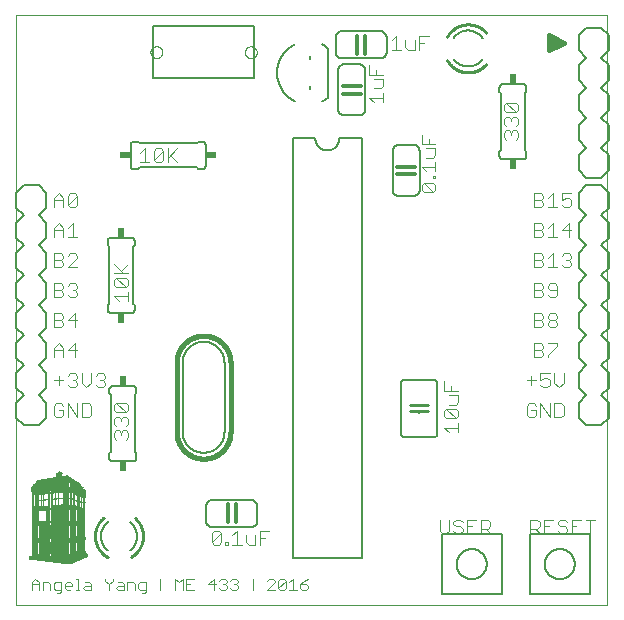
<source format=gto>
G75*
%MOIN*%
%OFA0B0*%
%FSLAX25Y25*%
%IPPOS*%
%LPD*%
%AMOC8*
5,1,8,0,0,1.08239X$1,22.5*
%
%ADD10C,0.00000*%
%ADD11C,0.01600*%
%ADD12C,0.00400*%
%ADD13C,0.00300*%
%ADD14R,0.00059X0.00059*%
%ADD15R,0.01181X0.00059*%
%ADD16R,0.01890X0.00059*%
%ADD17R,0.02539X0.00059*%
%ADD18R,0.03248X0.00059*%
%ADD19R,0.03839X0.00059*%
%ADD20R,0.04488X0.00059*%
%ADD21R,0.05138X0.00059*%
%ADD22R,0.05787X0.00059*%
%ADD23R,0.06378X0.00059*%
%ADD24R,0.06969X0.00059*%
%ADD25R,0.07559X0.00059*%
%ADD26R,0.08209X0.00059*%
%ADD27R,0.08799X0.00059*%
%ADD28R,0.09390X0.00059*%
%ADD29R,0.09980X0.00059*%
%ADD30R,0.10689X0.00059*%
%ADD31R,0.11339X0.00059*%
%ADD32R,0.11870X0.00059*%
%ADD33R,0.12402X0.00059*%
%ADD34R,0.09331X0.00059*%
%ADD35R,0.09272X0.00059*%
%ADD36R,0.00531X0.00059*%
%ADD37R,0.00118X0.00059*%
%ADD38R,0.09213X0.00059*%
%ADD39R,0.00945X0.00059*%
%ADD40R,0.00236X0.00059*%
%ADD41R,0.03189X0.00059*%
%ADD42R,0.09154X0.00059*%
%ADD43R,0.01476X0.00059*%
%ADD44R,0.00354X0.00059*%
%ADD45R,0.01949X0.00059*%
%ADD46R,0.00472X0.00059*%
%ADD47R,0.09094X0.00059*%
%ADD48R,0.02421X0.00059*%
%ADD49R,0.00650X0.00059*%
%ADD50R,0.09035X0.00059*%
%ADD51R,0.02953X0.00059*%
%ADD52R,0.00768X0.00059*%
%ADD53R,0.08563X0.00059*%
%ADD54R,0.03425X0.00059*%
%ADD55R,0.00886X0.00059*%
%ADD56R,0.08031X0.00059*%
%ADD57R,0.03898X0.00059*%
%ADD58R,0.01063X0.00059*%
%ADD59R,0.03130X0.00059*%
%ADD60R,0.07028X0.00059*%
%ADD61R,0.05020X0.00059*%
%ADD62R,0.01299X0.00059*%
%ADD63R,0.06614X0.00059*%
%ADD64R,0.05492X0.00059*%
%ADD65R,0.06083X0.00059*%
%ADD66R,0.05965X0.00059*%
%ADD67R,0.01594X0.00059*%
%ADD68R,0.05610X0.00059*%
%ADD69R,0.00295X0.00059*%
%ADD70R,0.06024X0.00059*%
%ADD71R,0.01713X0.00059*%
%ADD72R,0.05079X0.00059*%
%ADD73R,0.03071X0.00059*%
%ADD74R,0.04606X0.00059*%
%ADD75R,0.02008X0.00059*%
%ADD76R,0.04134X0.00059*%
%ADD77R,0.01772X0.00059*%
%ADD78R,0.02185X0.00059*%
%ADD79R,0.03661X0.00059*%
%ADD80R,0.02244X0.00059*%
%ADD81R,0.02303X0.00059*%
%ADD82R,0.03012X0.00059*%
%ADD83R,0.02776X0.00059*%
%ADD84R,0.01831X0.00059*%
%ADD85R,0.03780X0.00059*%
%ADD86R,0.02717X0.00059*%
%ADD87R,0.01240X0.00059*%
%ADD88R,0.04252X0.00059*%
%ADD89R,0.02835X0.00059*%
%ADD90R,0.00591X0.00059*%
%ADD91R,0.04724X0.00059*%
%ADD92R,0.05197X0.00059*%
%ADD93R,0.05374X0.00059*%
%ADD94R,0.02362X0.00059*%
%ADD95R,0.02598X0.00059*%
%ADD96R,0.00709X0.00059*%
%ADD97R,0.02480X0.00059*%
%ADD98R,0.00827X0.00059*%
%ADD99R,0.01358X0.00059*%
%ADD100R,0.01654X0.00059*%
%ADD101R,0.01417X0.00059*%
%ADD102R,0.05315X0.00059*%
%ADD103R,0.02067X0.00059*%
%ADD104R,0.01122X0.00059*%
%ADD105R,0.01535X0.00059*%
%ADD106R,0.01004X0.00059*%
%ADD107R,0.02126X0.00059*%
%ADD108R,0.03307X0.00059*%
%ADD109R,0.05256X0.00059*%
%ADD110R,0.03957X0.00059*%
%ADD111R,0.03720X0.00059*%
%ADD112R,0.04429X0.00059*%
%ADD113R,0.04075X0.00059*%
%ADD114R,0.06142X0.00059*%
%ADD115R,0.00177X0.00059*%
%ADD116R,0.03543X0.00059*%
%ADD117R,0.06201X0.00059*%
%ADD118R,0.04370X0.00059*%
%ADD119R,0.04193X0.00059*%
%ADD120R,0.00413X0.00059*%
%ADD121R,0.04016X0.00059*%
%ADD122R,0.03366X0.00059*%
%ADD123R,0.02894X0.00059*%
%ADD124R,0.06260X0.00059*%
%ADD125R,0.02657X0.00059*%
%ADD126R,0.04783X0.00059*%
%ADD127R,0.04311X0.00059*%
%ADD128R,0.08091X0.00059*%
%ADD129R,0.08740X0.00059*%
%ADD130R,0.07441X0.00059*%
%ADD131R,0.06850X0.00059*%
%ADD132R,0.04902X0.00059*%
%ADD133R,0.03484X0.00059*%
%ADD134R,0.03602X0.00059*%
%ADD135R,0.04665X0.00059*%
%ADD136R,0.04547X0.00059*%
%ADD137R,0.04961X0.00059*%
%ADD138R,0.04843X0.00059*%
%ADD139C,0.00600*%
%ADD140C,0.01200*%
%ADD141C,0.01000*%
%ADD142C,0.00800*%
%ADD143R,0.03400X0.02400*%
%ADD144R,0.02400X0.03400*%
%ADD145C,0.00500*%
D10*
X0001800Y0001800D02*
X0001800Y0198650D01*
X0198650Y0198650D01*
X0198650Y0001800D01*
X0001800Y0001800D01*
X0046583Y0186131D02*
X0046585Y0186219D01*
X0046591Y0186307D01*
X0046601Y0186395D01*
X0046615Y0186483D01*
X0046632Y0186569D01*
X0046654Y0186655D01*
X0046679Y0186739D01*
X0046709Y0186823D01*
X0046741Y0186905D01*
X0046778Y0186985D01*
X0046818Y0187064D01*
X0046862Y0187141D01*
X0046909Y0187216D01*
X0046959Y0187288D01*
X0047013Y0187359D01*
X0047069Y0187426D01*
X0047129Y0187492D01*
X0047191Y0187554D01*
X0047257Y0187614D01*
X0047324Y0187670D01*
X0047395Y0187724D01*
X0047467Y0187774D01*
X0047542Y0187821D01*
X0047619Y0187865D01*
X0047698Y0187905D01*
X0047778Y0187942D01*
X0047860Y0187974D01*
X0047944Y0188004D01*
X0048028Y0188029D01*
X0048114Y0188051D01*
X0048200Y0188068D01*
X0048288Y0188082D01*
X0048376Y0188092D01*
X0048464Y0188098D01*
X0048552Y0188100D01*
X0048640Y0188098D01*
X0048728Y0188092D01*
X0048816Y0188082D01*
X0048904Y0188068D01*
X0048990Y0188051D01*
X0049076Y0188029D01*
X0049160Y0188004D01*
X0049244Y0187974D01*
X0049326Y0187942D01*
X0049406Y0187905D01*
X0049485Y0187865D01*
X0049562Y0187821D01*
X0049637Y0187774D01*
X0049709Y0187724D01*
X0049780Y0187670D01*
X0049847Y0187614D01*
X0049913Y0187554D01*
X0049975Y0187492D01*
X0050035Y0187426D01*
X0050091Y0187359D01*
X0050145Y0187288D01*
X0050195Y0187216D01*
X0050242Y0187141D01*
X0050286Y0187064D01*
X0050326Y0186985D01*
X0050363Y0186905D01*
X0050395Y0186823D01*
X0050425Y0186739D01*
X0050450Y0186655D01*
X0050472Y0186569D01*
X0050489Y0186483D01*
X0050503Y0186395D01*
X0050513Y0186307D01*
X0050519Y0186219D01*
X0050521Y0186131D01*
X0050519Y0186043D01*
X0050513Y0185955D01*
X0050503Y0185867D01*
X0050489Y0185779D01*
X0050472Y0185693D01*
X0050450Y0185607D01*
X0050425Y0185523D01*
X0050395Y0185439D01*
X0050363Y0185357D01*
X0050326Y0185277D01*
X0050286Y0185198D01*
X0050242Y0185121D01*
X0050195Y0185046D01*
X0050145Y0184974D01*
X0050091Y0184903D01*
X0050035Y0184836D01*
X0049975Y0184770D01*
X0049913Y0184708D01*
X0049847Y0184648D01*
X0049780Y0184592D01*
X0049709Y0184538D01*
X0049637Y0184488D01*
X0049562Y0184441D01*
X0049485Y0184397D01*
X0049406Y0184357D01*
X0049326Y0184320D01*
X0049244Y0184288D01*
X0049160Y0184258D01*
X0049076Y0184233D01*
X0048990Y0184211D01*
X0048904Y0184194D01*
X0048816Y0184180D01*
X0048728Y0184170D01*
X0048640Y0184164D01*
X0048552Y0184162D01*
X0048464Y0184164D01*
X0048376Y0184170D01*
X0048288Y0184180D01*
X0048200Y0184194D01*
X0048114Y0184211D01*
X0048028Y0184233D01*
X0047944Y0184258D01*
X0047860Y0184288D01*
X0047778Y0184320D01*
X0047698Y0184357D01*
X0047619Y0184397D01*
X0047542Y0184441D01*
X0047467Y0184488D01*
X0047395Y0184538D01*
X0047324Y0184592D01*
X0047257Y0184648D01*
X0047191Y0184708D01*
X0047129Y0184770D01*
X0047069Y0184836D01*
X0047013Y0184903D01*
X0046959Y0184974D01*
X0046909Y0185046D01*
X0046862Y0185121D01*
X0046818Y0185198D01*
X0046778Y0185277D01*
X0046741Y0185357D01*
X0046709Y0185439D01*
X0046679Y0185523D01*
X0046654Y0185607D01*
X0046632Y0185693D01*
X0046615Y0185779D01*
X0046601Y0185867D01*
X0046591Y0185955D01*
X0046585Y0186043D01*
X0046583Y0186131D01*
X0078079Y0186131D02*
X0078081Y0186219D01*
X0078087Y0186307D01*
X0078097Y0186395D01*
X0078111Y0186483D01*
X0078128Y0186569D01*
X0078150Y0186655D01*
X0078175Y0186739D01*
X0078205Y0186823D01*
X0078237Y0186905D01*
X0078274Y0186985D01*
X0078314Y0187064D01*
X0078358Y0187141D01*
X0078405Y0187216D01*
X0078455Y0187288D01*
X0078509Y0187359D01*
X0078565Y0187426D01*
X0078625Y0187492D01*
X0078687Y0187554D01*
X0078753Y0187614D01*
X0078820Y0187670D01*
X0078891Y0187724D01*
X0078963Y0187774D01*
X0079038Y0187821D01*
X0079115Y0187865D01*
X0079194Y0187905D01*
X0079274Y0187942D01*
X0079356Y0187974D01*
X0079440Y0188004D01*
X0079524Y0188029D01*
X0079610Y0188051D01*
X0079696Y0188068D01*
X0079784Y0188082D01*
X0079872Y0188092D01*
X0079960Y0188098D01*
X0080048Y0188100D01*
X0080136Y0188098D01*
X0080224Y0188092D01*
X0080312Y0188082D01*
X0080400Y0188068D01*
X0080486Y0188051D01*
X0080572Y0188029D01*
X0080656Y0188004D01*
X0080740Y0187974D01*
X0080822Y0187942D01*
X0080902Y0187905D01*
X0080981Y0187865D01*
X0081058Y0187821D01*
X0081133Y0187774D01*
X0081205Y0187724D01*
X0081276Y0187670D01*
X0081343Y0187614D01*
X0081409Y0187554D01*
X0081471Y0187492D01*
X0081531Y0187426D01*
X0081587Y0187359D01*
X0081641Y0187288D01*
X0081691Y0187216D01*
X0081738Y0187141D01*
X0081782Y0187064D01*
X0081822Y0186985D01*
X0081859Y0186905D01*
X0081891Y0186823D01*
X0081921Y0186739D01*
X0081946Y0186655D01*
X0081968Y0186569D01*
X0081985Y0186483D01*
X0081999Y0186395D01*
X0082009Y0186307D01*
X0082015Y0186219D01*
X0082017Y0186131D01*
X0082015Y0186043D01*
X0082009Y0185955D01*
X0081999Y0185867D01*
X0081985Y0185779D01*
X0081968Y0185693D01*
X0081946Y0185607D01*
X0081921Y0185523D01*
X0081891Y0185439D01*
X0081859Y0185357D01*
X0081822Y0185277D01*
X0081782Y0185198D01*
X0081738Y0185121D01*
X0081691Y0185046D01*
X0081641Y0184974D01*
X0081587Y0184903D01*
X0081531Y0184836D01*
X0081471Y0184770D01*
X0081409Y0184708D01*
X0081343Y0184648D01*
X0081276Y0184592D01*
X0081205Y0184538D01*
X0081133Y0184488D01*
X0081058Y0184441D01*
X0080981Y0184397D01*
X0080902Y0184357D01*
X0080822Y0184320D01*
X0080740Y0184288D01*
X0080656Y0184258D01*
X0080572Y0184233D01*
X0080486Y0184211D01*
X0080400Y0184194D01*
X0080312Y0184180D01*
X0080224Y0184170D01*
X0080136Y0184164D01*
X0080048Y0184162D01*
X0079960Y0184164D01*
X0079872Y0184170D01*
X0079784Y0184180D01*
X0079696Y0184194D01*
X0079610Y0184211D01*
X0079524Y0184233D01*
X0079440Y0184258D01*
X0079356Y0184288D01*
X0079274Y0184320D01*
X0079194Y0184357D01*
X0079115Y0184397D01*
X0079038Y0184441D01*
X0078963Y0184488D01*
X0078891Y0184538D01*
X0078820Y0184592D01*
X0078753Y0184648D01*
X0078687Y0184708D01*
X0078625Y0184770D01*
X0078565Y0184836D01*
X0078509Y0184903D01*
X0078455Y0184974D01*
X0078405Y0185046D01*
X0078358Y0185121D01*
X0078314Y0185198D01*
X0078274Y0185277D01*
X0078237Y0185357D01*
X0078205Y0185439D01*
X0078175Y0185523D01*
X0078150Y0185607D01*
X0078128Y0185693D01*
X0078111Y0185779D01*
X0078097Y0185867D01*
X0078087Y0185955D01*
X0078081Y0186043D01*
X0078079Y0186131D01*
D11*
X0179300Y0186800D02*
X0179300Y0191800D01*
X0184300Y0189300D01*
X0179300Y0186800D01*
X0179300Y0187227D02*
X0180155Y0187227D01*
X0179300Y0188826D02*
X0183352Y0188826D01*
X0182051Y0190424D02*
X0179300Y0190424D01*
X0073280Y0082650D02*
X0073280Y0059650D01*
X0073277Y0059431D01*
X0073269Y0059212D01*
X0073256Y0058993D01*
X0073237Y0058775D01*
X0073213Y0058557D01*
X0073184Y0058340D01*
X0073150Y0058123D01*
X0073110Y0057908D01*
X0073065Y0057693D01*
X0073014Y0057480D01*
X0072959Y0057268D01*
X0072898Y0057057D01*
X0072833Y0056848D01*
X0072762Y0056641D01*
X0072686Y0056435D01*
X0072605Y0056231D01*
X0072520Y0056029D01*
X0072429Y0055830D01*
X0072334Y0055633D01*
X0072233Y0055438D01*
X0072128Y0055245D01*
X0072019Y0055055D01*
X0071905Y0054868D01*
X0071786Y0054684D01*
X0071663Y0054503D01*
X0071535Y0054325D01*
X0071403Y0054149D01*
X0071267Y0053978D01*
X0071127Y0053809D01*
X0070983Y0053644D01*
X0070835Y0053483D01*
X0070683Y0053325D01*
X0070527Y0053171D01*
X0070367Y0053021D01*
X0070204Y0052874D01*
X0070037Y0052732D01*
X0069867Y0052594D01*
X0069693Y0052460D01*
X0069517Y0052330D01*
X0069337Y0052205D01*
X0069154Y0052084D01*
X0068968Y0051968D01*
X0068780Y0051856D01*
X0068589Y0051749D01*
X0068395Y0051646D01*
X0068199Y0051548D01*
X0068001Y0051455D01*
X0067800Y0051367D01*
X0067597Y0051284D01*
X0067392Y0051205D01*
X0067186Y0051132D01*
X0066978Y0051064D01*
X0066768Y0051001D01*
X0066556Y0050943D01*
X0066344Y0050890D01*
X0066130Y0050842D01*
X0065915Y0050800D01*
X0065699Y0050763D01*
X0065482Y0050731D01*
X0065264Y0050704D01*
X0065046Y0050683D01*
X0064828Y0050667D01*
X0064609Y0050656D01*
X0064390Y0050651D01*
X0064170Y0050651D01*
X0063951Y0050656D01*
X0063732Y0050667D01*
X0063514Y0050683D01*
X0063296Y0050704D01*
X0063078Y0050731D01*
X0062861Y0050763D01*
X0062645Y0050800D01*
X0062430Y0050842D01*
X0062216Y0050890D01*
X0062004Y0050943D01*
X0061792Y0051001D01*
X0061582Y0051064D01*
X0061374Y0051132D01*
X0061168Y0051205D01*
X0060963Y0051284D01*
X0060760Y0051367D01*
X0060559Y0051455D01*
X0060361Y0051548D01*
X0060165Y0051646D01*
X0059971Y0051749D01*
X0059780Y0051856D01*
X0059592Y0051968D01*
X0059406Y0052084D01*
X0059223Y0052205D01*
X0059043Y0052330D01*
X0058867Y0052460D01*
X0058693Y0052594D01*
X0058523Y0052732D01*
X0058356Y0052874D01*
X0058193Y0053021D01*
X0058033Y0053171D01*
X0057877Y0053325D01*
X0057725Y0053483D01*
X0057577Y0053644D01*
X0057433Y0053809D01*
X0057293Y0053978D01*
X0057157Y0054149D01*
X0057025Y0054325D01*
X0056897Y0054503D01*
X0056774Y0054684D01*
X0056655Y0054868D01*
X0056541Y0055055D01*
X0056432Y0055245D01*
X0056327Y0055438D01*
X0056226Y0055633D01*
X0056131Y0055830D01*
X0056040Y0056029D01*
X0055955Y0056231D01*
X0055874Y0056435D01*
X0055798Y0056641D01*
X0055727Y0056848D01*
X0055662Y0057057D01*
X0055601Y0057268D01*
X0055546Y0057480D01*
X0055495Y0057693D01*
X0055450Y0057908D01*
X0055410Y0058123D01*
X0055376Y0058340D01*
X0055347Y0058557D01*
X0055323Y0058775D01*
X0055304Y0058993D01*
X0055291Y0059212D01*
X0055283Y0059431D01*
X0055280Y0059650D01*
X0055280Y0082650D01*
X0055283Y0082869D01*
X0055291Y0083088D01*
X0055304Y0083307D01*
X0055323Y0083525D01*
X0055347Y0083743D01*
X0055376Y0083960D01*
X0055410Y0084177D01*
X0055450Y0084392D01*
X0055495Y0084607D01*
X0055546Y0084820D01*
X0055601Y0085032D01*
X0055662Y0085243D01*
X0055727Y0085452D01*
X0055798Y0085659D01*
X0055874Y0085865D01*
X0055955Y0086069D01*
X0056040Y0086271D01*
X0056131Y0086470D01*
X0056226Y0086667D01*
X0056327Y0086862D01*
X0056432Y0087055D01*
X0056541Y0087245D01*
X0056655Y0087432D01*
X0056774Y0087616D01*
X0056897Y0087797D01*
X0057025Y0087975D01*
X0057157Y0088151D01*
X0057293Y0088322D01*
X0057433Y0088491D01*
X0057577Y0088656D01*
X0057725Y0088817D01*
X0057877Y0088975D01*
X0058033Y0089129D01*
X0058193Y0089279D01*
X0058356Y0089426D01*
X0058523Y0089568D01*
X0058693Y0089706D01*
X0058867Y0089840D01*
X0059043Y0089970D01*
X0059223Y0090095D01*
X0059406Y0090216D01*
X0059592Y0090332D01*
X0059780Y0090444D01*
X0059971Y0090551D01*
X0060165Y0090654D01*
X0060361Y0090752D01*
X0060559Y0090845D01*
X0060760Y0090933D01*
X0060963Y0091016D01*
X0061168Y0091095D01*
X0061374Y0091168D01*
X0061582Y0091236D01*
X0061792Y0091299D01*
X0062004Y0091357D01*
X0062216Y0091410D01*
X0062430Y0091458D01*
X0062645Y0091500D01*
X0062861Y0091537D01*
X0063078Y0091569D01*
X0063296Y0091596D01*
X0063514Y0091617D01*
X0063732Y0091633D01*
X0063951Y0091644D01*
X0064170Y0091649D01*
X0064390Y0091649D01*
X0064609Y0091644D01*
X0064828Y0091633D01*
X0065046Y0091617D01*
X0065264Y0091596D01*
X0065482Y0091569D01*
X0065699Y0091537D01*
X0065915Y0091500D01*
X0066130Y0091458D01*
X0066344Y0091410D01*
X0066556Y0091357D01*
X0066768Y0091299D01*
X0066978Y0091236D01*
X0067186Y0091168D01*
X0067392Y0091095D01*
X0067597Y0091016D01*
X0067800Y0090933D01*
X0068001Y0090845D01*
X0068199Y0090752D01*
X0068395Y0090654D01*
X0068589Y0090551D01*
X0068780Y0090444D01*
X0068968Y0090332D01*
X0069154Y0090216D01*
X0069337Y0090095D01*
X0069517Y0089970D01*
X0069693Y0089840D01*
X0069867Y0089706D01*
X0070037Y0089568D01*
X0070204Y0089426D01*
X0070367Y0089279D01*
X0070527Y0089129D01*
X0070683Y0088975D01*
X0070835Y0088817D01*
X0070983Y0088656D01*
X0071127Y0088491D01*
X0071267Y0088322D01*
X0071403Y0088151D01*
X0071535Y0087975D01*
X0071663Y0087797D01*
X0071786Y0087616D01*
X0071905Y0087432D01*
X0072019Y0087245D01*
X0072128Y0087055D01*
X0072233Y0086862D01*
X0072334Y0086667D01*
X0072429Y0086470D01*
X0072520Y0086271D01*
X0072605Y0086069D01*
X0072686Y0085865D01*
X0072762Y0085659D01*
X0072833Y0085452D01*
X0072898Y0085243D01*
X0072959Y0085032D01*
X0073014Y0084820D01*
X0073065Y0084607D01*
X0073110Y0084392D01*
X0073150Y0084177D01*
X0073184Y0083960D01*
X0073213Y0083743D01*
X0073237Y0083525D01*
X0073256Y0083307D01*
X0073269Y0083088D01*
X0073277Y0082869D01*
X0073280Y0082650D01*
D12*
X0039100Y0068510D02*
X0039100Y0066975D01*
X0038333Y0066208D01*
X0035263Y0069277D01*
X0038333Y0069277D01*
X0039100Y0068510D01*
X0038333Y0066208D02*
X0035263Y0066208D01*
X0034496Y0066975D01*
X0034496Y0068510D01*
X0035263Y0069277D01*
X0035263Y0064673D02*
X0036031Y0064673D01*
X0036798Y0063906D01*
X0037565Y0064673D01*
X0038333Y0064673D01*
X0039100Y0063906D01*
X0039100Y0062371D01*
X0038333Y0061604D01*
X0038333Y0060069D02*
X0037565Y0060069D01*
X0036798Y0059302D01*
X0036798Y0058535D01*
X0036798Y0059302D02*
X0036031Y0060069D01*
X0035263Y0060069D01*
X0034496Y0059302D01*
X0034496Y0057767D01*
X0035263Y0057000D01*
X0038333Y0057000D02*
X0039100Y0057767D01*
X0039100Y0059302D01*
X0038333Y0060069D01*
X0036798Y0063139D02*
X0036798Y0063906D01*
X0035263Y0064673D02*
X0034496Y0063906D01*
X0034496Y0062371D01*
X0035263Y0061604D01*
X0026777Y0065267D02*
X0026777Y0068337D01*
X0026010Y0069104D01*
X0023708Y0069104D01*
X0023708Y0064500D01*
X0026010Y0064500D01*
X0026777Y0065267D01*
X0022173Y0064500D02*
X0022173Y0069104D01*
X0019104Y0069104D02*
X0019104Y0064500D01*
X0017569Y0065267D02*
X0017569Y0066802D01*
X0016035Y0066802D01*
X0017569Y0068337D02*
X0016802Y0069104D01*
X0015267Y0069104D01*
X0014500Y0068337D01*
X0014500Y0065267D01*
X0015267Y0064500D01*
X0016802Y0064500D01*
X0017569Y0065267D01*
X0019104Y0069104D02*
X0022173Y0064500D01*
X0021406Y0074500D02*
X0019871Y0074500D01*
X0019104Y0075267D01*
X0020639Y0076802D02*
X0021406Y0076802D01*
X0022173Y0076035D01*
X0022173Y0075267D01*
X0021406Y0074500D01*
X0021406Y0076802D02*
X0022173Y0077569D01*
X0022173Y0078337D01*
X0021406Y0079104D01*
X0019871Y0079104D01*
X0019104Y0078337D01*
X0017569Y0076802D02*
X0014500Y0076802D01*
X0016035Y0078337D02*
X0016035Y0075267D01*
X0023708Y0076035D02*
X0025242Y0074500D01*
X0026777Y0076035D01*
X0026777Y0079104D01*
X0028312Y0078337D02*
X0029079Y0079104D01*
X0030614Y0079104D01*
X0031381Y0078337D01*
X0031381Y0077569D01*
X0030614Y0076802D01*
X0031381Y0076035D01*
X0031381Y0075267D01*
X0030614Y0074500D01*
X0029079Y0074500D01*
X0028312Y0075267D01*
X0029846Y0076802D02*
X0030614Y0076802D01*
X0023708Y0076035D02*
X0023708Y0079104D01*
X0021406Y0084500D02*
X0021406Y0089104D01*
X0019104Y0086802D01*
X0022173Y0086802D01*
X0017569Y0086802D02*
X0014500Y0086802D01*
X0014500Y0087569D02*
X0016035Y0089104D01*
X0017569Y0087569D01*
X0017569Y0084500D01*
X0014500Y0084500D02*
X0014500Y0087569D01*
X0014500Y0094500D02*
X0016802Y0094500D01*
X0017569Y0095267D01*
X0017569Y0096035D01*
X0016802Y0096802D01*
X0014500Y0096802D01*
X0014500Y0094500D02*
X0014500Y0099104D01*
X0016802Y0099104D01*
X0017569Y0098337D01*
X0017569Y0097569D01*
X0016802Y0096802D01*
X0019104Y0096802D02*
X0022173Y0096802D01*
X0021406Y0094500D02*
X0021406Y0099104D01*
X0019104Y0096802D01*
X0019871Y0104500D02*
X0019104Y0105267D01*
X0019871Y0104500D02*
X0021406Y0104500D01*
X0022173Y0105267D01*
X0022173Y0106035D01*
X0021406Y0106802D01*
X0020639Y0106802D01*
X0021406Y0106802D02*
X0022173Y0107569D01*
X0022173Y0108337D01*
X0021406Y0109104D01*
X0019871Y0109104D01*
X0019104Y0108337D01*
X0017569Y0108337D02*
X0017569Y0107569D01*
X0016802Y0106802D01*
X0014500Y0106802D01*
X0014500Y0104500D02*
X0014500Y0109104D01*
X0016802Y0109104D01*
X0017569Y0108337D01*
X0016802Y0106802D02*
X0017569Y0106035D01*
X0017569Y0105267D01*
X0016802Y0104500D01*
X0014500Y0104500D01*
X0014500Y0114500D02*
X0016802Y0114500D01*
X0017569Y0115267D01*
X0017569Y0116035D01*
X0016802Y0116802D01*
X0014500Y0116802D01*
X0014500Y0114500D02*
X0014500Y0119104D01*
X0016802Y0119104D01*
X0017569Y0118337D01*
X0017569Y0117569D01*
X0016802Y0116802D01*
X0019104Y0118337D02*
X0019871Y0119104D01*
X0021406Y0119104D01*
X0022173Y0118337D01*
X0022173Y0117569D01*
X0019104Y0114500D01*
X0022173Y0114500D01*
X0022173Y0124500D02*
X0019104Y0124500D01*
X0020639Y0124500D02*
X0020639Y0129104D01*
X0019104Y0127569D01*
X0017569Y0127569D02*
X0017569Y0124500D01*
X0017569Y0126802D02*
X0014500Y0126802D01*
X0014500Y0127569D02*
X0016035Y0129104D01*
X0017569Y0127569D01*
X0014500Y0127569D02*
X0014500Y0124500D01*
X0014500Y0134500D02*
X0014500Y0137569D01*
X0016035Y0139104D01*
X0017569Y0137569D01*
X0017569Y0134500D01*
X0019104Y0135267D02*
X0022173Y0138337D01*
X0022173Y0135267D01*
X0021406Y0134500D01*
X0019871Y0134500D01*
X0019104Y0135267D01*
X0019104Y0138337D01*
X0019871Y0139104D01*
X0021406Y0139104D01*
X0022173Y0138337D01*
X0017569Y0136802D02*
X0014500Y0136802D01*
X0034496Y0115465D02*
X0037565Y0112396D01*
X0036798Y0113163D02*
X0039100Y0115465D01*
X0039100Y0112396D02*
X0034496Y0112396D01*
X0035263Y0110861D02*
X0038333Y0107792D01*
X0039100Y0108559D01*
X0039100Y0110094D01*
X0038333Y0110861D01*
X0035263Y0110861D01*
X0034496Y0110094D01*
X0034496Y0108559D01*
X0035263Y0107792D01*
X0038333Y0107792D01*
X0039100Y0106257D02*
X0039100Y0103188D01*
X0039100Y0104723D02*
X0034496Y0104723D01*
X0036031Y0103188D01*
X0043188Y0149500D02*
X0046257Y0149500D01*
X0044723Y0149500D02*
X0044723Y0154104D01*
X0043188Y0152569D01*
X0047792Y0153337D02*
X0047792Y0150267D01*
X0050861Y0153337D01*
X0050861Y0150267D01*
X0050094Y0149500D01*
X0048559Y0149500D01*
X0047792Y0150267D01*
X0047792Y0153337D02*
X0048559Y0154104D01*
X0050094Y0154104D01*
X0050861Y0153337D01*
X0052396Y0154104D02*
X0052396Y0149500D01*
X0052396Y0151035D02*
X0055465Y0154104D01*
X0053163Y0151802D02*
X0055465Y0149500D01*
X0119496Y0171035D02*
X0124100Y0171035D01*
X0124100Y0172569D02*
X0124100Y0169500D01*
X0121031Y0169500D02*
X0119496Y0171035D01*
X0121031Y0174104D02*
X0123333Y0174104D01*
X0124100Y0174871D01*
X0124100Y0177173D01*
X0121031Y0177173D01*
X0121798Y0178708D02*
X0121798Y0180242D01*
X0119496Y0178708D02*
X0119496Y0181777D01*
X0119496Y0178708D02*
X0124100Y0178708D01*
X0127000Y0187000D02*
X0130069Y0187000D01*
X0128535Y0187000D02*
X0128535Y0191604D01*
X0127000Y0190069D01*
X0131604Y0190069D02*
X0131604Y0187767D01*
X0132371Y0187000D01*
X0134673Y0187000D01*
X0134673Y0190069D01*
X0136208Y0189302D02*
X0137742Y0189302D01*
X0136208Y0187000D02*
X0136208Y0191604D01*
X0139277Y0191604D01*
X0164496Y0168510D02*
X0164496Y0166975D01*
X0165263Y0166208D01*
X0168333Y0166208D01*
X0165263Y0169277D01*
X0168333Y0169277D01*
X0169100Y0168510D01*
X0169100Y0166975D01*
X0168333Y0166208D01*
X0168333Y0164673D02*
X0169100Y0163906D01*
X0169100Y0162371D01*
X0168333Y0161604D01*
X0168333Y0160069D02*
X0169100Y0159302D01*
X0169100Y0157767D01*
X0168333Y0157000D01*
X0166798Y0158535D02*
X0166798Y0159302D01*
X0167565Y0160069D01*
X0168333Y0160069D01*
X0166798Y0159302D02*
X0166031Y0160069D01*
X0165263Y0160069D01*
X0164496Y0159302D01*
X0164496Y0157767D01*
X0165263Y0157000D01*
X0165263Y0161604D02*
X0164496Y0162371D01*
X0164496Y0163906D01*
X0165263Y0164673D01*
X0166031Y0164673D01*
X0166798Y0163906D01*
X0167565Y0164673D01*
X0168333Y0164673D01*
X0166798Y0163906D02*
X0166798Y0163139D01*
X0164496Y0168510D02*
X0165263Y0169277D01*
X0141600Y0155614D02*
X0136996Y0155614D01*
X0136996Y0158683D01*
X0139298Y0157148D02*
X0139298Y0155614D01*
X0138531Y0154079D02*
X0141600Y0154079D01*
X0141600Y0151777D01*
X0140833Y0151010D01*
X0138531Y0151010D01*
X0141600Y0149475D02*
X0141600Y0146406D01*
X0141600Y0147941D02*
X0136996Y0147941D01*
X0138531Y0146406D01*
X0140833Y0144871D02*
X0141600Y0144871D01*
X0141600Y0144104D01*
X0140833Y0144104D01*
X0140833Y0144871D01*
X0140833Y0142569D02*
X0141600Y0141802D01*
X0141600Y0140267D01*
X0140833Y0139500D01*
X0137763Y0142569D01*
X0140833Y0142569D01*
X0140833Y0139500D02*
X0137763Y0139500D01*
X0136996Y0140267D01*
X0136996Y0141802D01*
X0137763Y0142569D01*
X0174500Y0139104D02*
X0174500Y0134500D01*
X0176802Y0134500D01*
X0177569Y0135267D01*
X0177569Y0136035D01*
X0176802Y0136802D01*
X0174500Y0136802D01*
X0174500Y0139104D02*
X0176802Y0139104D01*
X0177569Y0138337D01*
X0177569Y0137569D01*
X0176802Y0136802D01*
X0179104Y0137569D02*
X0180639Y0139104D01*
X0180639Y0134500D01*
X0182173Y0134500D02*
X0179104Y0134500D01*
X0183708Y0135267D02*
X0184475Y0134500D01*
X0186010Y0134500D01*
X0186777Y0135267D01*
X0186777Y0136802D01*
X0186010Y0137569D01*
X0185242Y0137569D01*
X0183708Y0136802D01*
X0183708Y0139104D01*
X0186777Y0139104D01*
X0186010Y0129104D02*
X0183708Y0126802D01*
X0186777Y0126802D01*
X0186010Y0124500D02*
X0186010Y0129104D01*
X0180639Y0129104D02*
X0180639Y0124500D01*
X0182173Y0124500D02*
X0179104Y0124500D01*
X0177569Y0125267D02*
X0176802Y0124500D01*
X0174500Y0124500D01*
X0174500Y0129104D01*
X0176802Y0129104D01*
X0177569Y0128337D01*
X0177569Y0127569D01*
X0176802Y0126802D01*
X0174500Y0126802D01*
X0176802Y0126802D02*
X0177569Y0126035D01*
X0177569Y0125267D01*
X0179104Y0127569D02*
X0180639Y0129104D01*
X0180639Y0119104D02*
X0180639Y0114500D01*
X0182173Y0114500D02*
X0179104Y0114500D01*
X0177569Y0115267D02*
X0176802Y0114500D01*
X0174500Y0114500D01*
X0174500Y0119104D01*
X0176802Y0119104D01*
X0177569Y0118337D01*
X0177569Y0117569D01*
X0176802Y0116802D01*
X0174500Y0116802D01*
X0176802Y0116802D02*
X0177569Y0116035D01*
X0177569Y0115267D01*
X0179104Y0117569D02*
X0180639Y0119104D01*
X0183708Y0118337D02*
X0184475Y0119104D01*
X0186010Y0119104D01*
X0186777Y0118337D01*
X0186777Y0117569D01*
X0186010Y0116802D01*
X0186777Y0116035D01*
X0186777Y0115267D01*
X0186010Y0114500D01*
X0184475Y0114500D01*
X0183708Y0115267D01*
X0185242Y0116802D02*
X0186010Y0116802D01*
X0181406Y0109104D02*
X0179871Y0109104D01*
X0179104Y0108337D01*
X0179104Y0107569D01*
X0179871Y0106802D01*
X0182173Y0106802D01*
X0182173Y0105267D02*
X0182173Y0108337D01*
X0181406Y0109104D01*
X0182173Y0105267D02*
X0181406Y0104500D01*
X0179871Y0104500D01*
X0179104Y0105267D01*
X0177569Y0105267D02*
X0176802Y0104500D01*
X0174500Y0104500D01*
X0174500Y0109104D01*
X0176802Y0109104D01*
X0177569Y0108337D01*
X0177569Y0107569D01*
X0176802Y0106802D01*
X0174500Y0106802D01*
X0176802Y0106802D02*
X0177569Y0106035D01*
X0177569Y0105267D01*
X0176802Y0099104D02*
X0174500Y0099104D01*
X0174500Y0094500D01*
X0176802Y0094500D01*
X0177569Y0095267D01*
X0177569Y0096035D01*
X0176802Y0096802D01*
X0174500Y0096802D01*
X0176802Y0096802D02*
X0177569Y0097569D01*
X0177569Y0098337D01*
X0176802Y0099104D01*
X0179104Y0098337D02*
X0179104Y0097569D01*
X0179871Y0096802D01*
X0181406Y0096802D01*
X0182173Y0096035D01*
X0182173Y0095267D01*
X0181406Y0094500D01*
X0179871Y0094500D01*
X0179104Y0095267D01*
X0179104Y0096035D01*
X0179871Y0096802D01*
X0181406Y0096802D02*
X0182173Y0097569D01*
X0182173Y0098337D01*
X0181406Y0099104D01*
X0179871Y0099104D01*
X0179104Y0098337D01*
X0179104Y0089104D02*
X0182173Y0089104D01*
X0182173Y0088337D01*
X0179104Y0085267D01*
X0179104Y0084500D01*
X0177569Y0085267D02*
X0176802Y0084500D01*
X0174500Y0084500D01*
X0174500Y0089104D01*
X0176802Y0089104D01*
X0177569Y0088337D01*
X0177569Y0087569D01*
X0176802Y0086802D01*
X0174500Y0086802D01*
X0176802Y0086802D02*
X0177569Y0086035D01*
X0177569Y0085267D01*
X0176604Y0079104D02*
X0176604Y0076802D01*
X0178139Y0077569D01*
X0178906Y0077569D01*
X0179673Y0076802D01*
X0179673Y0075267D01*
X0178906Y0074500D01*
X0177371Y0074500D01*
X0176604Y0075267D01*
X0175069Y0076802D02*
X0172000Y0076802D01*
X0173535Y0078337D02*
X0173535Y0075267D01*
X0176604Y0079104D02*
X0179673Y0079104D01*
X0181208Y0079104D02*
X0181208Y0076035D01*
X0182742Y0074500D01*
X0184277Y0076035D01*
X0184277Y0079104D01*
X0183510Y0069104D02*
X0181208Y0069104D01*
X0181208Y0064500D01*
X0183510Y0064500D01*
X0184277Y0065267D01*
X0184277Y0068337D01*
X0183510Y0069104D01*
X0179673Y0069104D02*
X0179673Y0064500D01*
X0176604Y0069104D01*
X0176604Y0064500D01*
X0175069Y0065267D02*
X0175069Y0066802D01*
X0173535Y0066802D01*
X0175069Y0068337D02*
X0174302Y0069104D01*
X0172767Y0069104D01*
X0172000Y0068337D01*
X0172000Y0065267D01*
X0172767Y0064500D01*
X0174302Y0064500D01*
X0175069Y0065267D01*
X0149100Y0064871D02*
X0148333Y0064104D01*
X0145263Y0067173D01*
X0148333Y0067173D01*
X0149100Y0066406D01*
X0149100Y0064871D01*
X0148333Y0064104D02*
X0145263Y0064104D01*
X0144496Y0064871D01*
X0144496Y0066406D01*
X0145263Y0067173D01*
X0146031Y0068708D02*
X0148333Y0068708D01*
X0149100Y0069475D01*
X0149100Y0071777D01*
X0146031Y0071777D01*
X0146798Y0073312D02*
X0146798Y0074846D01*
X0149100Y0073312D02*
X0144496Y0073312D01*
X0144496Y0076381D01*
X0149100Y0062569D02*
X0149100Y0059500D01*
X0149100Y0061035D02*
X0144496Y0061035D01*
X0146031Y0059500D01*
X0146024Y0030364D02*
X0146024Y0026527D01*
X0145256Y0025760D01*
X0143722Y0025760D01*
X0142954Y0026527D01*
X0142954Y0030364D01*
X0147558Y0029596D02*
X0147558Y0028829D01*
X0148326Y0028062D01*
X0149860Y0028062D01*
X0150628Y0027294D01*
X0150628Y0026527D01*
X0149860Y0025760D01*
X0148326Y0025760D01*
X0147558Y0026527D01*
X0147558Y0029596D02*
X0148326Y0030364D01*
X0149860Y0030364D01*
X0150628Y0029596D01*
X0152162Y0030364D02*
X0152162Y0025760D01*
X0155231Y0025760D01*
X0156766Y0025760D02*
X0156766Y0030364D01*
X0159068Y0030364D01*
X0159835Y0029596D01*
X0159835Y0028062D01*
X0159068Y0027294D01*
X0156766Y0027294D01*
X0158301Y0027294D02*
X0159835Y0025760D01*
X0155231Y0030364D02*
X0152162Y0030364D01*
X0152162Y0028062D02*
X0153697Y0028062D01*
X0173220Y0027294D02*
X0175522Y0027294D01*
X0176290Y0028062D01*
X0176290Y0029596D01*
X0175522Y0030364D01*
X0173220Y0030364D01*
X0173220Y0025760D01*
X0174755Y0027294D02*
X0176290Y0025760D01*
X0177824Y0025760D02*
X0180894Y0025760D01*
X0182428Y0026527D02*
X0183196Y0025760D01*
X0184730Y0025760D01*
X0185498Y0026527D01*
X0185498Y0027294D01*
X0184730Y0028062D01*
X0183196Y0028062D01*
X0182428Y0028829D01*
X0182428Y0029596D01*
X0183196Y0030364D01*
X0184730Y0030364D01*
X0185498Y0029596D01*
X0187032Y0030364D02*
X0187032Y0025760D01*
X0190102Y0025760D01*
X0188567Y0028062D02*
X0187032Y0028062D01*
X0187032Y0030364D02*
X0190102Y0030364D01*
X0191636Y0030364D02*
X0194705Y0030364D01*
X0193171Y0030364D02*
X0193171Y0025760D01*
X0180894Y0030364D02*
X0177824Y0030364D01*
X0177824Y0025760D01*
X0177824Y0028062D02*
X0179359Y0028062D01*
X0086183Y0026604D02*
X0083114Y0026604D01*
X0083114Y0022000D01*
X0081579Y0022000D02*
X0081579Y0025069D01*
X0083114Y0024302D02*
X0084648Y0024302D01*
X0081579Y0022000D02*
X0079277Y0022000D01*
X0078510Y0022767D01*
X0078510Y0025069D01*
X0076975Y0022000D02*
X0073906Y0022000D01*
X0075441Y0022000D02*
X0075441Y0026604D01*
X0073906Y0025069D01*
X0072371Y0022767D02*
X0071604Y0022767D01*
X0071604Y0022000D01*
X0072371Y0022000D01*
X0072371Y0022767D01*
X0070069Y0022767D02*
X0069302Y0022000D01*
X0067767Y0022000D01*
X0067000Y0022767D01*
X0070069Y0025837D01*
X0070069Y0022767D01*
X0067000Y0022767D02*
X0067000Y0025837D01*
X0067767Y0026604D01*
X0069302Y0026604D01*
X0070069Y0025837D01*
D13*
X0070181Y0010653D02*
X0071415Y0010653D01*
X0072032Y0010036D01*
X0072032Y0009419D01*
X0071415Y0008802D01*
X0072032Y0008184D01*
X0072032Y0007567D01*
X0071415Y0006950D01*
X0070181Y0006950D01*
X0069563Y0007567D01*
X0068349Y0008802D02*
X0065880Y0008802D01*
X0067732Y0010653D01*
X0067732Y0006950D01*
X0070798Y0008802D02*
X0071415Y0008802D01*
X0073247Y0010036D02*
X0073864Y0010653D01*
X0075098Y0010653D01*
X0075715Y0010036D01*
X0075715Y0009419D01*
X0075098Y0008802D01*
X0075715Y0008184D01*
X0075715Y0007567D01*
X0075098Y0006950D01*
X0073864Y0006950D01*
X0073247Y0007567D01*
X0074481Y0008802D02*
X0075098Y0008802D01*
X0070181Y0010653D02*
X0069563Y0010036D01*
X0060983Y0010653D02*
X0058514Y0010653D01*
X0058514Y0006950D01*
X0060983Y0006950D01*
X0059748Y0008802D02*
X0058514Y0008802D01*
X0057300Y0010653D02*
X0057300Y0006950D01*
X0054831Y0006950D02*
X0054831Y0010653D01*
X0056065Y0009419D01*
X0057300Y0010653D01*
X0049920Y0010653D02*
X0049920Y0006950D01*
X0045023Y0006950D02*
X0043171Y0006950D01*
X0042554Y0007567D01*
X0042554Y0008802D01*
X0043171Y0009419D01*
X0045023Y0009419D01*
X0045023Y0006333D01*
X0044405Y0005716D01*
X0043788Y0005716D01*
X0041339Y0006950D02*
X0041339Y0008802D01*
X0040722Y0009419D01*
X0038871Y0009419D01*
X0038871Y0006950D01*
X0037656Y0006950D02*
X0037656Y0008802D01*
X0037039Y0009419D01*
X0035805Y0009419D01*
X0035805Y0008184D02*
X0037656Y0008184D01*
X0037656Y0006950D02*
X0035805Y0006950D01*
X0035187Y0007567D01*
X0035805Y0008184D01*
X0033973Y0010036D02*
X0033973Y0010653D01*
X0033973Y0010036D02*
X0032739Y0008802D01*
X0032739Y0006950D01*
X0032739Y0008802D02*
X0031504Y0010036D01*
X0031504Y0010653D01*
X0026607Y0008802D02*
X0026607Y0006950D01*
X0024755Y0006950D01*
X0024138Y0007567D01*
X0024755Y0008184D01*
X0026607Y0008184D01*
X0026607Y0008802D02*
X0025990Y0009419D01*
X0024755Y0009419D01*
X0022300Y0010653D02*
X0022300Y0006950D01*
X0021683Y0006950D02*
X0022917Y0006950D01*
X0020468Y0008184D02*
X0017999Y0008184D01*
X0017999Y0007567D02*
X0017999Y0008802D01*
X0018617Y0009419D01*
X0019851Y0009419D01*
X0020468Y0008802D01*
X0020468Y0008184D01*
X0019851Y0006950D02*
X0018617Y0006950D01*
X0017999Y0007567D01*
X0016785Y0006950D02*
X0014933Y0006950D01*
X0014316Y0007567D01*
X0014316Y0008802D01*
X0014933Y0009419D01*
X0016785Y0009419D01*
X0016785Y0006333D01*
X0016168Y0005716D01*
X0015551Y0005716D01*
X0013102Y0006950D02*
X0013102Y0008802D01*
X0012485Y0009419D01*
X0010633Y0009419D01*
X0010633Y0006950D01*
X0009419Y0006950D02*
X0009419Y0009419D01*
X0008184Y0010653D01*
X0006950Y0009419D01*
X0006950Y0006950D01*
X0006950Y0008802D02*
X0009419Y0008802D01*
X0021683Y0010653D02*
X0022300Y0010653D01*
X0080613Y0010653D02*
X0080613Y0006950D01*
X0085524Y0006950D02*
X0087993Y0009419D01*
X0087993Y0010036D01*
X0087375Y0010653D01*
X0086141Y0010653D01*
X0085524Y0010036D01*
X0085524Y0006950D02*
X0087993Y0006950D01*
X0089207Y0007567D02*
X0091676Y0010036D01*
X0091676Y0007567D01*
X0091058Y0006950D01*
X0089824Y0006950D01*
X0089207Y0007567D01*
X0089207Y0010036D01*
X0089824Y0010653D01*
X0091058Y0010653D01*
X0091676Y0010036D01*
X0092890Y0009419D02*
X0094124Y0010653D01*
X0094124Y0006950D01*
X0092890Y0006950D02*
X0095359Y0006950D01*
X0096573Y0007567D02*
X0096573Y0008802D01*
X0098425Y0008802D01*
X0099042Y0008184D01*
X0099042Y0007567D01*
X0098425Y0006950D01*
X0097190Y0006950D01*
X0096573Y0007567D01*
X0096573Y0008802D02*
X0097808Y0010036D01*
X0099042Y0010653D01*
D14*
X0023650Y0034162D03*
X0023650Y0034221D03*
X0023650Y0034280D03*
X0023650Y0034339D03*
X0023650Y0034398D03*
X0023650Y0034457D03*
X0023650Y0034517D03*
X0023650Y0034576D03*
X0023650Y0034635D03*
X0023650Y0034694D03*
X0023650Y0034753D03*
X0023650Y0034812D03*
X0023650Y0034871D03*
X0023650Y0034930D03*
X0023650Y0034989D03*
X0023650Y0035048D03*
X0023650Y0035107D03*
X0023650Y0035166D03*
X0023650Y0035225D03*
X0023650Y0035284D03*
X0023650Y0035343D03*
X0023650Y0035402D03*
X0023650Y0035461D03*
X0023650Y0035520D03*
X0023650Y0035580D03*
X0023650Y0035639D03*
X0023650Y0035698D03*
X0023650Y0035757D03*
X0023650Y0035816D03*
X0023650Y0035875D03*
X0023650Y0036111D03*
X0023178Y0035993D03*
X0023178Y0035934D03*
X0023178Y0036229D03*
X0023178Y0036288D03*
X0023178Y0036347D03*
X0023178Y0036406D03*
X0023178Y0036465D03*
X0023178Y0036524D03*
X0023178Y0036583D03*
X0023178Y0036643D03*
X0023178Y0036702D03*
X0023178Y0036761D03*
X0023178Y0036820D03*
X0023178Y0036879D03*
X0023178Y0036938D03*
X0023178Y0036997D03*
X0023178Y0037056D03*
X0023178Y0037115D03*
X0023178Y0037174D03*
X0023178Y0037233D03*
X0023178Y0037292D03*
X0023178Y0037351D03*
X0023178Y0037410D03*
X0023178Y0037469D03*
X0023178Y0037528D03*
X0023178Y0037587D03*
X0023178Y0037646D03*
X0023178Y0037706D03*
X0023178Y0037765D03*
X0023178Y0037883D03*
X0023769Y0039418D03*
X0023650Y0039536D03*
X0023650Y0039831D03*
X0023650Y0039891D03*
X0023473Y0039950D03*
X0023355Y0039950D03*
X0023355Y0040009D03*
X0023237Y0040127D03*
X0023237Y0039891D03*
X0023237Y0039831D03*
X0023355Y0039713D03*
X0021938Y0040422D03*
X0021938Y0040481D03*
X0021702Y0040540D03*
X0021702Y0040599D03*
X0021702Y0040658D03*
X0021702Y0040717D03*
X0021583Y0040717D03*
X0021347Y0040776D03*
X0021347Y0040835D03*
X0021702Y0040954D03*
X0021702Y0041013D03*
X0021702Y0041072D03*
X0021820Y0041013D03*
X0021938Y0041013D03*
X0021347Y0041367D03*
X0021229Y0041367D03*
X0021111Y0041426D03*
X0021111Y0041485D03*
X0020993Y0041485D03*
X0020993Y0041426D03*
X0020993Y0041367D03*
X0021111Y0041308D03*
X0021111Y0041249D03*
X0020993Y0041544D03*
X0020461Y0042194D03*
X0023414Y0041544D03*
X0021524Y0036583D03*
X0021524Y0036524D03*
X0021524Y0036406D03*
X0021524Y0036347D03*
X0021524Y0036288D03*
X0021524Y0036229D03*
X0021524Y0036170D03*
X0021524Y0036111D03*
X0021524Y0036052D03*
X0021524Y0035993D03*
X0021524Y0035934D03*
X0021524Y0035875D03*
X0021524Y0035816D03*
X0021524Y0035757D03*
X0021524Y0035698D03*
X0021524Y0035639D03*
X0021524Y0035580D03*
X0021524Y0035520D03*
X0021524Y0035461D03*
X0021524Y0035402D03*
X0021524Y0035343D03*
X0021524Y0035284D03*
X0021524Y0035225D03*
X0021524Y0035166D03*
X0021524Y0035107D03*
X0021524Y0035048D03*
X0021524Y0034989D03*
X0021524Y0034930D03*
X0021524Y0034871D03*
X0021524Y0034812D03*
X0020993Y0034930D03*
X0020993Y0034989D03*
X0020993Y0035048D03*
X0020993Y0035107D03*
X0020993Y0035166D03*
X0020993Y0035225D03*
X0020993Y0035284D03*
X0020993Y0035343D03*
X0020993Y0035402D03*
X0020993Y0035461D03*
X0020993Y0035520D03*
X0020993Y0035580D03*
X0015501Y0041603D03*
X0014438Y0041367D03*
X0014202Y0041367D03*
X0014202Y0041426D03*
X0014202Y0041485D03*
X0013611Y0041308D03*
X0013375Y0041249D03*
X0013198Y0041249D03*
X0013198Y0041308D03*
X0013198Y0041367D03*
X0013198Y0041426D03*
X0012725Y0041367D03*
X0012725Y0041308D03*
X0013080Y0040835D03*
X0013316Y0040954D03*
X0011544Y0041072D03*
X0011308Y0040717D03*
X0011308Y0040658D03*
X0010717Y0040835D03*
X0010717Y0040894D03*
X0010481Y0040599D03*
X0010186Y0040599D03*
X0009300Y0040776D03*
X0009300Y0040835D03*
X0009005Y0040717D03*
X0015737Y0044379D03*
X0015737Y0044438D03*
X0015737Y0044497D03*
X0015737Y0044556D03*
X0015737Y0044615D03*
X0015737Y0044792D03*
X0015737Y0044851D03*
X0015737Y0044910D03*
X0015737Y0044969D03*
X0015737Y0045028D03*
X0015737Y0045206D03*
X0015737Y0045265D03*
X0015737Y0045324D03*
X0015737Y0045383D03*
X0016091Y0045383D03*
X0016091Y0045265D03*
X0016918Y0045265D03*
X0016918Y0045324D03*
X0016918Y0045206D03*
X0016918Y0044556D03*
X0016328Y0046091D03*
X0019871Y0015383D03*
D15*
X0019664Y0015442D03*
X0020078Y0017213D03*
X0020078Y0018335D03*
X0020137Y0023828D03*
X0012578Y0029733D03*
X0012578Y0029792D03*
X0012578Y0029851D03*
X0012578Y0029910D03*
X0012578Y0029969D03*
X0012578Y0030028D03*
X0012578Y0030087D03*
X0012578Y0030146D03*
X0012578Y0030206D03*
X0012578Y0030265D03*
X0012578Y0030324D03*
X0012578Y0030383D03*
X0012578Y0030442D03*
X0012578Y0030501D03*
X0012578Y0030560D03*
X0012578Y0030619D03*
X0012578Y0030678D03*
X0012578Y0030737D03*
X0012578Y0030796D03*
X0012578Y0030855D03*
X0008562Y0031032D03*
X0008562Y0031091D03*
X0008562Y0031150D03*
X0008562Y0031209D03*
X0008562Y0031269D03*
X0008562Y0031328D03*
X0008562Y0031387D03*
X0008562Y0031446D03*
X0008562Y0031505D03*
X0008562Y0031564D03*
X0008562Y0031623D03*
X0008562Y0031682D03*
X0008562Y0031741D03*
X0008562Y0031800D03*
X0008562Y0031859D03*
X0008562Y0031918D03*
X0008562Y0031977D03*
X0008562Y0032036D03*
X0008562Y0032095D03*
X0008562Y0032154D03*
X0008562Y0032213D03*
X0008562Y0032272D03*
X0008562Y0032331D03*
X0008562Y0032391D03*
X0008562Y0032450D03*
X0008562Y0032509D03*
X0008562Y0032568D03*
X0008562Y0032627D03*
X0008562Y0032686D03*
X0008562Y0032745D03*
X0008562Y0032804D03*
X0008562Y0032863D03*
X0008562Y0032922D03*
X0008562Y0032981D03*
X0008562Y0033040D03*
X0008562Y0033099D03*
X0008562Y0033158D03*
X0008562Y0033217D03*
X0008562Y0033276D03*
X0008562Y0033335D03*
X0008562Y0033394D03*
X0012105Y0040835D03*
X0017952Y0041485D03*
X0017952Y0041898D03*
X0017952Y0041957D03*
X0019074Y0042902D03*
X0022617Y0040540D03*
D16*
X0022912Y0038532D03*
X0014940Y0040481D03*
X0014467Y0040422D03*
X0014349Y0041190D03*
X0014408Y0041898D03*
X0008680Y0041721D03*
X0018483Y0028375D03*
X0018483Y0028257D03*
X0023975Y0024182D03*
X0024743Y0018394D03*
X0020432Y0017509D03*
X0019428Y0015501D03*
D17*
X0019221Y0015560D03*
X0020757Y0017804D03*
X0015501Y0022587D03*
X0018217Y0033749D03*
X0020934Y0039418D03*
X0012961Y0040658D03*
X0012430Y0040599D03*
X0011485Y0041426D03*
X0011072Y0041367D03*
X0009831Y0042725D03*
D18*
X0010186Y0042843D03*
X0011485Y0039654D03*
X0017627Y0043375D03*
X0021229Y0034339D03*
X0021938Y0016918D03*
X0021524Y0016741D03*
X0021406Y0016682D03*
X0021288Y0016623D03*
X0021111Y0016564D03*
X0019044Y0015619D03*
X0011603Y0017804D03*
D19*
X0011308Y0018749D03*
X0011308Y0018808D03*
X0011308Y0018867D03*
X0011308Y0018926D03*
X0011308Y0018985D03*
X0011308Y0019044D03*
X0011308Y0019103D03*
X0011308Y0019162D03*
X0011308Y0019221D03*
X0011308Y0019280D03*
X0011308Y0019339D03*
X0011308Y0019398D03*
X0011308Y0019457D03*
X0011308Y0019517D03*
X0011308Y0019576D03*
X0011308Y0019635D03*
X0011308Y0019694D03*
X0011308Y0019753D03*
X0011308Y0019812D03*
X0011308Y0019871D03*
X0011308Y0019930D03*
X0011308Y0019989D03*
X0011308Y0020048D03*
X0011308Y0020107D03*
X0011308Y0020166D03*
X0011308Y0020225D03*
X0011308Y0020284D03*
X0011308Y0020343D03*
X0011308Y0020402D03*
X0011308Y0020461D03*
X0011308Y0020520D03*
X0011308Y0020580D03*
X0011308Y0020639D03*
X0011308Y0020698D03*
X0011308Y0020757D03*
X0011308Y0020816D03*
X0011308Y0020875D03*
X0011308Y0020934D03*
X0011249Y0022587D03*
X0011249Y0022646D03*
X0011249Y0022706D03*
X0011249Y0022765D03*
X0011249Y0022824D03*
X0011249Y0029083D03*
X0011249Y0029320D03*
X0011249Y0029379D03*
X0009891Y0033631D03*
X0015146Y0039300D03*
X0021524Y0034162D03*
X0018867Y0015678D03*
D20*
X0018660Y0015737D03*
X0017125Y0017213D03*
X0021790Y0022469D03*
X0021790Y0022528D03*
X0021790Y0022587D03*
X0021790Y0022646D03*
X0021790Y0022706D03*
X0021790Y0022765D03*
X0021790Y0022824D03*
X0021790Y0022883D03*
X0021790Y0022942D03*
X0021790Y0023001D03*
X0021790Y0023060D03*
X0021790Y0023119D03*
X0021790Y0023178D03*
X0021790Y0023237D03*
X0022676Y0023650D03*
X0017243Y0033631D03*
X0017243Y0034930D03*
X0016062Y0043020D03*
X0016593Y0044083D03*
D21*
X0010540Y0039418D03*
X0010540Y0039359D03*
X0010540Y0039300D03*
X0010540Y0039241D03*
X0010540Y0039182D03*
X0010540Y0039123D03*
X0010540Y0039064D03*
X0010540Y0039005D03*
X0010540Y0038946D03*
X0010540Y0038887D03*
X0010540Y0038828D03*
X0010540Y0034517D03*
X0010540Y0034457D03*
X0010540Y0034398D03*
X0010540Y0034339D03*
X0010540Y0034280D03*
X0010540Y0034221D03*
X0010540Y0034162D03*
X0010540Y0034103D03*
X0010540Y0034044D03*
X0010540Y0033985D03*
X0010540Y0033926D03*
X0010540Y0033867D03*
X0010540Y0033808D03*
X0010540Y0033749D03*
X0010540Y0033690D03*
X0016800Y0022528D03*
X0016800Y0022469D03*
X0016800Y0022410D03*
X0016800Y0022351D03*
X0016800Y0022292D03*
X0016800Y0022233D03*
X0016800Y0022174D03*
X0016800Y0022115D03*
X0018454Y0015796D03*
D22*
X0018306Y0015855D03*
D23*
X0018129Y0015914D03*
D24*
X0017952Y0015973D03*
D25*
X0017774Y0016032D03*
X0009920Y0017213D03*
D26*
X0017627Y0016091D03*
D27*
X0017450Y0016150D03*
D28*
X0017272Y0016209D03*
X0016623Y0039891D03*
D29*
X0017095Y0016269D03*
D30*
X0016918Y0016328D03*
D31*
X0016711Y0016387D03*
D32*
X0016564Y0016446D03*
D33*
X0016416Y0016505D03*
D34*
X0014467Y0016564D03*
D35*
X0013965Y0016623D03*
X0013493Y0016682D03*
X0013020Y0016741D03*
D36*
X0019103Y0016741D03*
X0022174Y0024123D03*
X0022233Y0029320D03*
X0024654Y0038414D03*
X0024064Y0039064D03*
X0024064Y0039536D03*
X0024064Y0039595D03*
X0024005Y0039891D03*
X0023887Y0039950D03*
X0023828Y0040009D03*
X0023591Y0040127D03*
X0023828Y0040422D03*
X0023946Y0040363D03*
X0024123Y0040245D03*
X0024241Y0040186D03*
X0024418Y0040068D03*
X0024536Y0040009D03*
X0024595Y0039950D03*
X0024654Y0039831D03*
X0024654Y0039772D03*
X0024654Y0039713D03*
X0024654Y0039654D03*
X0024654Y0039595D03*
X0023532Y0039359D03*
X0023414Y0039418D03*
X0023178Y0039536D03*
X0022883Y0039713D03*
X0023532Y0040599D03*
X0023650Y0040540D03*
X0023355Y0040717D03*
X0023237Y0040776D03*
X0023532Y0041072D03*
X0023650Y0041013D03*
X0023769Y0040954D03*
X0023355Y0041190D03*
X0023237Y0041249D03*
X0023178Y0041839D03*
X0022646Y0041131D03*
X0022351Y0041308D03*
X0021524Y0040422D03*
X0021229Y0040599D03*
X0020107Y0040835D03*
X0020048Y0041839D03*
X0020048Y0041898D03*
X0020048Y0041957D03*
X0020048Y0042017D03*
X0020048Y0042076D03*
X0020048Y0042135D03*
X0020048Y0042194D03*
X0020048Y0042253D03*
X0020048Y0042312D03*
X0020048Y0042666D03*
X0020698Y0041898D03*
X0012076Y0041308D03*
X0009182Y0040422D03*
X0008119Y0041308D03*
D37*
X0009330Y0040954D03*
X0009330Y0040894D03*
X0009270Y0040717D03*
X0009270Y0040658D03*
X0009979Y0040658D03*
X0009979Y0040717D03*
X0009979Y0040776D03*
X0009979Y0040835D03*
X0009979Y0040894D03*
X0009979Y0040954D03*
X0010511Y0040540D03*
X0010747Y0040717D03*
X0010747Y0040776D03*
X0010747Y0040954D03*
X0010747Y0041013D03*
X0010747Y0041072D03*
X0011337Y0041249D03*
X0012519Y0041308D03*
X0012696Y0041249D03*
X0012873Y0040835D03*
X0013522Y0040894D03*
X0013522Y0040954D03*
X0013404Y0041308D03*
X0013404Y0041426D03*
X0013581Y0041426D03*
X0013581Y0041485D03*
X0013581Y0041367D03*
X0013818Y0041308D03*
X0013995Y0041308D03*
X0014231Y0041544D03*
X0013936Y0040894D03*
X0015530Y0041780D03*
X0015885Y0041485D03*
X0015944Y0041426D03*
X0015944Y0041367D03*
X0015944Y0041308D03*
X0016298Y0041308D03*
X0017125Y0041485D03*
X0017125Y0041898D03*
X0018424Y0042607D03*
X0019487Y0043198D03*
X0019015Y0044674D03*
X0017125Y0044674D03*
X0017125Y0044615D03*
X0017125Y0044556D03*
X0017125Y0044733D03*
X0017125Y0044792D03*
X0017125Y0044851D03*
X0017125Y0044910D03*
X0017125Y0044969D03*
X0017125Y0045028D03*
X0017125Y0045087D03*
X0017125Y0045146D03*
X0017125Y0045206D03*
X0017125Y0045265D03*
X0017125Y0045324D03*
X0016889Y0044969D03*
X0016889Y0044910D03*
X0016889Y0044851D03*
X0016889Y0044792D03*
X0016889Y0044733D03*
X0016534Y0044615D03*
X0016534Y0044851D03*
X0016534Y0044910D03*
X0016534Y0044969D03*
X0016534Y0045028D03*
X0016534Y0045087D03*
X0016534Y0045383D03*
X0016534Y0045442D03*
X0016062Y0045442D03*
X0016062Y0045501D03*
X0016062Y0045560D03*
X0016062Y0045324D03*
X0016062Y0045087D03*
X0016062Y0045028D03*
X0016062Y0044969D03*
X0016062Y0044910D03*
X0016062Y0044851D03*
X0016062Y0044615D03*
X0016062Y0044556D03*
X0016062Y0044497D03*
X0016062Y0044438D03*
X0016062Y0044379D03*
X0015767Y0044674D03*
X0015767Y0044733D03*
X0015530Y0044733D03*
X0015530Y0044674D03*
X0015530Y0044615D03*
X0015530Y0044556D03*
X0015530Y0044497D03*
X0015530Y0044438D03*
X0015530Y0044379D03*
X0015530Y0044320D03*
X0015530Y0044792D03*
X0015530Y0044851D03*
X0015530Y0044910D03*
X0015530Y0044969D03*
X0015530Y0045028D03*
X0015530Y0045087D03*
X0015767Y0045146D03*
X0016180Y0039123D03*
X0016180Y0039064D03*
X0016180Y0039005D03*
X0016180Y0038946D03*
X0016180Y0038887D03*
X0016180Y0038828D03*
X0016180Y0038769D03*
X0016180Y0038709D03*
X0016180Y0038650D03*
X0016180Y0038591D03*
X0016180Y0038532D03*
X0016180Y0038473D03*
X0016180Y0038414D03*
X0016180Y0038355D03*
X0016180Y0038296D03*
X0016180Y0038237D03*
X0016180Y0038178D03*
X0016180Y0038119D03*
X0016180Y0038060D03*
X0016180Y0038001D03*
X0015058Y0037824D03*
X0015058Y0037765D03*
X0015058Y0037706D03*
X0015058Y0037646D03*
X0015058Y0037587D03*
X0015058Y0037528D03*
X0015058Y0037469D03*
X0015058Y0037410D03*
X0015058Y0037351D03*
X0015058Y0037292D03*
X0015058Y0037233D03*
X0015058Y0037174D03*
X0015058Y0036938D03*
X0015058Y0036879D03*
X0015058Y0036820D03*
X0015058Y0036761D03*
X0015058Y0036702D03*
X0015058Y0036643D03*
X0015058Y0036583D03*
X0015058Y0036524D03*
X0015058Y0036465D03*
X0015058Y0036406D03*
X0015058Y0036347D03*
X0015058Y0036288D03*
X0015058Y0036229D03*
X0015058Y0036170D03*
X0015058Y0036111D03*
X0015058Y0036052D03*
X0015058Y0035993D03*
X0015058Y0035934D03*
X0015058Y0035875D03*
X0015058Y0035816D03*
X0015058Y0035757D03*
X0015058Y0035698D03*
X0015058Y0035639D03*
X0015058Y0035580D03*
X0015058Y0035520D03*
X0015058Y0035461D03*
X0015058Y0035402D03*
X0015058Y0035343D03*
X0015058Y0035284D03*
X0015058Y0035225D03*
X0015058Y0035166D03*
X0015058Y0035107D03*
X0015058Y0035048D03*
X0015058Y0034989D03*
X0010274Y0034989D03*
X0010274Y0035048D03*
X0010274Y0035107D03*
X0010274Y0035166D03*
X0010274Y0035225D03*
X0010274Y0035284D03*
X0010274Y0035343D03*
X0010274Y0035402D03*
X0010274Y0035461D03*
X0010274Y0035520D03*
X0010274Y0035580D03*
X0010274Y0035639D03*
X0010274Y0035698D03*
X0010274Y0035757D03*
X0010274Y0035816D03*
X0010274Y0035875D03*
X0010274Y0035934D03*
X0010274Y0035993D03*
X0010274Y0036052D03*
X0010274Y0036111D03*
X0010274Y0036170D03*
X0010274Y0036229D03*
X0010274Y0036288D03*
X0010274Y0036347D03*
X0010274Y0036406D03*
X0010274Y0036465D03*
X0010274Y0036524D03*
X0010274Y0036761D03*
X0010274Y0036820D03*
X0010274Y0036879D03*
X0010274Y0036938D03*
X0010274Y0036997D03*
X0010274Y0037056D03*
X0010274Y0037115D03*
X0010274Y0037174D03*
X0010274Y0037233D03*
X0010274Y0037292D03*
X0010274Y0037351D03*
X0010274Y0037410D03*
X0010274Y0037469D03*
X0010274Y0037528D03*
X0010274Y0037587D03*
X0010274Y0037646D03*
X0010274Y0037706D03*
X0010274Y0037765D03*
X0010274Y0037824D03*
X0010274Y0037883D03*
X0010274Y0037942D03*
X0010274Y0038001D03*
X0010274Y0038060D03*
X0010274Y0038119D03*
X0010274Y0038178D03*
X0010274Y0038237D03*
X0010274Y0038296D03*
X0010274Y0038355D03*
X0010274Y0038414D03*
X0010274Y0038473D03*
X0011278Y0038591D03*
X0010274Y0034930D03*
X0010274Y0034871D03*
X0010274Y0034812D03*
X0010274Y0034753D03*
X0010274Y0034694D03*
X0010274Y0034635D03*
X0020963Y0035639D03*
X0020963Y0035698D03*
X0020963Y0035757D03*
X0020963Y0035816D03*
X0020963Y0035875D03*
X0020963Y0035934D03*
X0020963Y0035993D03*
X0020963Y0036052D03*
X0020963Y0036111D03*
X0020963Y0036170D03*
X0020963Y0036229D03*
X0020963Y0036288D03*
X0020963Y0036347D03*
X0020963Y0036406D03*
X0020963Y0036465D03*
X0020963Y0036524D03*
X0020963Y0036583D03*
X0020963Y0036643D03*
X0020963Y0036702D03*
X0020963Y0036761D03*
X0020963Y0036820D03*
X0020963Y0036997D03*
X0020963Y0037056D03*
X0020963Y0037115D03*
X0020963Y0037174D03*
X0020963Y0037233D03*
X0020963Y0037292D03*
X0020963Y0037351D03*
X0020963Y0037410D03*
X0020963Y0037469D03*
X0020963Y0037528D03*
X0020963Y0037587D03*
X0020963Y0037646D03*
X0020963Y0037706D03*
X0020963Y0037765D03*
X0020963Y0037824D03*
X0020963Y0037883D03*
X0020963Y0037942D03*
X0020963Y0038001D03*
X0020963Y0038060D03*
X0020963Y0038119D03*
X0020963Y0038178D03*
X0020963Y0038237D03*
X0020963Y0038296D03*
X0020963Y0038355D03*
X0020963Y0038414D03*
X0020963Y0038473D03*
X0020963Y0038532D03*
X0020963Y0038591D03*
X0020963Y0038650D03*
X0020963Y0038709D03*
X0020963Y0038769D03*
X0020963Y0038828D03*
X0020963Y0038887D03*
X0021495Y0038650D03*
X0021495Y0038591D03*
X0021495Y0038532D03*
X0021495Y0038473D03*
X0021495Y0038414D03*
X0021495Y0038355D03*
X0021495Y0038296D03*
X0021495Y0038237D03*
X0021495Y0038178D03*
X0021495Y0038119D03*
X0021495Y0038060D03*
X0021495Y0038001D03*
X0021495Y0037942D03*
X0021495Y0037883D03*
X0021495Y0037824D03*
X0021495Y0037765D03*
X0021495Y0037706D03*
X0021495Y0037646D03*
X0021495Y0037587D03*
X0021495Y0037528D03*
X0021495Y0037469D03*
X0021495Y0037410D03*
X0021495Y0037351D03*
X0021495Y0037292D03*
X0021495Y0037233D03*
X0021495Y0037174D03*
X0021495Y0037115D03*
X0021495Y0037056D03*
X0021495Y0036997D03*
X0021495Y0036938D03*
X0021495Y0036879D03*
X0021495Y0036820D03*
X0021495Y0036465D03*
X0023207Y0036052D03*
X0023207Y0035875D03*
X0023207Y0035816D03*
X0023207Y0035757D03*
X0023207Y0035698D03*
X0023207Y0035639D03*
X0023207Y0035580D03*
X0023207Y0035520D03*
X0023207Y0035461D03*
X0023207Y0035402D03*
X0023207Y0035343D03*
X0023207Y0035284D03*
X0023207Y0035225D03*
X0023207Y0035166D03*
X0023207Y0035107D03*
X0023207Y0035048D03*
X0023207Y0034989D03*
X0023207Y0034930D03*
X0023207Y0034871D03*
X0023207Y0034812D03*
X0023207Y0034753D03*
X0023207Y0034694D03*
X0023207Y0034635D03*
X0023207Y0034576D03*
X0023207Y0034517D03*
X0023207Y0034457D03*
X0023207Y0034398D03*
X0023207Y0034339D03*
X0023207Y0034280D03*
X0023621Y0036170D03*
X0023621Y0036229D03*
X0023621Y0036288D03*
X0023621Y0036347D03*
X0023621Y0036406D03*
X0023621Y0036465D03*
X0023621Y0036524D03*
X0023621Y0036583D03*
X0023621Y0036643D03*
X0023621Y0036702D03*
X0023621Y0036761D03*
X0023621Y0036820D03*
X0023621Y0036879D03*
X0023621Y0036938D03*
X0023621Y0036997D03*
X0023621Y0037056D03*
X0023621Y0037115D03*
X0023621Y0037174D03*
X0023621Y0037233D03*
X0023621Y0037292D03*
X0023621Y0037351D03*
X0023621Y0037410D03*
X0023621Y0037469D03*
X0023621Y0037528D03*
X0023621Y0037587D03*
X0023621Y0037646D03*
X0023621Y0037706D03*
X0023148Y0037824D03*
X0024270Y0038828D03*
X0023621Y0039477D03*
X0023680Y0039595D03*
X0023680Y0039654D03*
X0023680Y0039713D03*
X0023680Y0039772D03*
X0023503Y0039772D03*
X0023503Y0039713D03*
X0023503Y0039654D03*
X0023503Y0039831D03*
X0023503Y0039891D03*
X0023385Y0040068D03*
X0024093Y0040599D03*
X0021908Y0040540D03*
X0021554Y0040776D03*
X0021554Y0040835D03*
X0021554Y0040894D03*
X0021554Y0040954D03*
X0021554Y0041013D03*
X0021554Y0041072D03*
X0021554Y0041131D03*
X0021554Y0041190D03*
X0021554Y0041249D03*
X0021731Y0041131D03*
X0021259Y0041131D03*
X0021259Y0041190D03*
X0021259Y0041249D03*
X0021259Y0041308D03*
X0021259Y0041072D03*
X0021259Y0041013D03*
X0021259Y0040954D03*
X0021141Y0041544D03*
X0019546Y0016741D03*
D38*
X0012578Y0016800D03*
X0011574Y0016918D03*
D39*
X0018837Y0016800D03*
X0022381Y0019162D03*
X0024979Y0018690D03*
X0013759Y0033749D03*
X0014822Y0041426D03*
X0014822Y0041485D03*
X0019133Y0041485D03*
X0019133Y0041426D03*
X0019133Y0041367D03*
X0019133Y0041308D03*
X0019133Y0041249D03*
X0019133Y0041190D03*
X0019133Y0041131D03*
X0019133Y0041072D03*
X0019133Y0041544D03*
X0019133Y0041603D03*
X0019133Y0041662D03*
X0019133Y0041721D03*
X0019133Y0041780D03*
X0019133Y0041839D03*
X0019133Y0041898D03*
X0019133Y0041957D03*
X0019133Y0042017D03*
X0019133Y0042076D03*
X0019133Y0042135D03*
X0019133Y0042194D03*
X0019133Y0042253D03*
X0019133Y0042312D03*
X0019133Y0042371D03*
X0019133Y0042430D03*
X0019133Y0042489D03*
X0019133Y0042548D03*
X0020255Y0042430D03*
X0019428Y0044143D03*
X0022558Y0040658D03*
X0024389Y0037646D03*
X0007558Y0041072D03*
X0007558Y0041131D03*
X0007558Y0041190D03*
D40*
X0008326Y0039950D03*
X0009211Y0040599D03*
X0009625Y0040599D03*
X0009920Y0040481D03*
X0009920Y0041072D03*
X0009330Y0041013D03*
X0010806Y0040599D03*
X0013109Y0041072D03*
X0013286Y0040835D03*
X0013463Y0041072D03*
X0015530Y0041249D03*
X0015530Y0041662D03*
X0015530Y0041721D03*
X0015944Y0041249D03*
X0016652Y0041249D03*
X0016711Y0041308D03*
X0016770Y0041426D03*
X0016830Y0041544D03*
X0016830Y0041780D03*
X0016830Y0041839D03*
X0016770Y0041898D03*
X0017125Y0042017D03*
X0017125Y0041367D03*
X0016357Y0041839D03*
X0019900Y0042843D03*
X0020550Y0042076D03*
X0023326Y0041662D03*
X0024211Y0038887D03*
X0016889Y0044674D03*
X0016889Y0045028D03*
X0016534Y0044792D03*
X0016121Y0044733D03*
X0016062Y0045146D03*
X0009507Y0033099D03*
X0009448Y0029851D03*
X0009448Y0029674D03*
X0007617Y0018099D03*
X0019605Y0016800D03*
D41*
X0021672Y0016800D03*
X0021790Y0016859D03*
X0022085Y0016977D03*
X0022204Y0017036D03*
X0022322Y0017095D03*
X0022735Y0017272D03*
X0021200Y0034398D03*
X0021200Y0034457D03*
X0021200Y0034517D03*
X0021200Y0034576D03*
X0017243Y0044320D03*
D42*
X0012076Y0016859D03*
D43*
X0018572Y0016859D03*
X0020225Y0017331D03*
X0020225Y0018454D03*
X0024182Y0019280D03*
X0020343Y0034871D03*
X0024123Y0037883D03*
X0022410Y0040186D03*
X0016328Y0045737D03*
X0009950Y0039891D03*
X0008709Y0038473D03*
D44*
X0009625Y0040717D03*
X0009625Y0040776D03*
X0010333Y0040776D03*
X0010333Y0040717D03*
X0010333Y0040658D03*
X0010333Y0040835D03*
X0010333Y0040894D03*
X0008739Y0042371D03*
X0012932Y0040894D03*
X0015944Y0041190D03*
X0016357Y0041721D03*
X0016357Y0041780D03*
X0016652Y0042017D03*
X0017125Y0042076D03*
X0017125Y0041308D03*
X0019959Y0042784D03*
X0019605Y0043552D03*
X0019133Y0044497D03*
X0018660Y0044733D03*
X0017007Y0045442D03*
X0016593Y0045146D03*
X0015589Y0045442D03*
X0015589Y0045501D03*
X0015589Y0045560D03*
X0020609Y0042017D03*
X0021200Y0041662D03*
X0021259Y0041603D03*
X0021495Y0041485D03*
X0021672Y0041367D03*
X0021849Y0041249D03*
X0022026Y0041131D03*
X0023267Y0041721D03*
X0023385Y0040304D03*
X0023385Y0039064D03*
X0024152Y0038650D03*
X0023089Y0036170D03*
X0023503Y0036052D03*
X0023739Y0035934D03*
X0021672Y0036643D03*
X0024802Y0018867D03*
X0019664Y0016859D03*
D45*
X0018335Y0016918D03*
X0020461Y0018631D03*
X0023946Y0019103D03*
X0020520Y0024005D03*
X0022883Y0024477D03*
X0018454Y0028198D03*
X0018513Y0033808D03*
X0018513Y0033867D03*
X0018513Y0033926D03*
X0020639Y0039713D03*
X0022824Y0038591D03*
X0015442Y0040540D03*
X0015146Y0040894D03*
X0014202Y0039064D03*
X0010009Y0041249D03*
X0009595Y0041190D03*
X0008946Y0038532D03*
X0010363Y0033217D03*
D46*
X0009152Y0040481D03*
X0009152Y0040540D03*
X0011160Y0040835D03*
X0011160Y0041013D03*
X0011160Y0041072D03*
X0019487Y0040717D03*
X0020255Y0040717D03*
X0020373Y0040658D03*
X0020491Y0040599D03*
X0020609Y0040540D03*
X0020727Y0040481D03*
X0020668Y0041013D03*
X0020668Y0041072D03*
X0020668Y0041131D03*
X0020668Y0041190D03*
X0020668Y0041249D03*
X0020668Y0041308D03*
X0020668Y0041367D03*
X0020668Y0041426D03*
X0020668Y0041485D03*
X0020668Y0041544D03*
X0020668Y0041603D03*
X0020668Y0041662D03*
X0020668Y0041721D03*
X0020963Y0042135D03*
X0020904Y0042194D03*
X0020786Y0042253D03*
X0021081Y0042076D03*
X0021200Y0042017D03*
X0021259Y0041957D03*
X0021377Y0041898D03*
X0021495Y0041839D03*
X0021554Y0041780D03*
X0021672Y0041721D03*
X0021790Y0041662D03*
X0021849Y0041603D03*
X0021967Y0041544D03*
X0022085Y0041485D03*
X0022144Y0041426D03*
X0022263Y0041367D03*
X0022440Y0041249D03*
X0022558Y0041190D03*
X0022735Y0041072D03*
X0022853Y0041013D03*
X0022971Y0040954D03*
X0023030Y0040894D03*
X0023148Y0040835D03*
X0023444Y0040658D03*
X0023739Y0040481D03*
X0024034Y0040304D03*
X0024330Y0040127D03*
X0024625Y0039891D03*
X0024684Y0039536D03*
X0024684Y0039477D03*
X0024684Y0039418D03*
X0024684Y0039359D03*
X0024684Y0039300D03*
X0024684Y0039241D03*
X0024684Y0039182D03*
X0024684Y0039123D03*
X0024684Y0039064D03*
X0024684Y0039005D03*
X0024684Y0038946D03*
X0024684Y0038887D03*
X0024684Y0038828D03*
X0024684Y0038769D03*
X0024684Y0038709D03*
X0024684Y0038650D03*
X0024093Y0039418D03*
X0024093Y0039477D03*
X0024093Y0039654D03*
X0024093Y0039713D03*
X0023562Y0039300D03*
X0023267Y0039477D03*
X0023562Y0040186D03*
X0023916Y0040835D03*
X0023207Y0041780D03*
X0022381Y0040894D03*
X0021908Y0041190D03*
X0021731Y0040304D03*
X0021790Y0040245D03*
X0021377Y0040127D03*
X0021259Y0040186D03*
X0022144Y0039713D03*
X0022263Y0039654D03*
X0020019Y0042725D03*
X0019664Y0043493D03*
X0019192Y0044438D03*
X0022204Y0029379D03*
X0024920Y0018808D03*
X0019723Y0016918D03*
D47*
X0011101Y0016977D03*
D48*
X0007587Y0017804D03*
X0018099Y0016977D03*
X0020698Y0017745D03*
X0011898Y0033394D03*
X0009182Y0038591D03*
X0017627Y0044438D03*
X0018867Y0040540D03*
X0020875Y0039477D03*
D49*
X0021111Y0040658D03*
X0021052Y0040717D03*
X0020934Y0040776D03*
X0020048Y0040894D03*
X0020048Y0040954D03*
X0020048Y0041013D03*
X0020048Y0041072D03*
X0020048Y0041131D03*
X0020048Y0041190D03*
X0020048Y0041249D03*
X0020048Y0041308D03*
X0020048Y0041367D03*
X0020048Y0041426D03*
X0020048Y0041485D03*
X0020048Y0041544D03*
X0020048Y0041603D03*
X0020048Y0041662D03*
X0020048Y0041721D03*
X0020757Y0041839D03*
X0021111Y0042548D03*
X0021052Y0042607D03*
X0020934Y0042666D03*
X0020816Y0042725D03*
X0020639Y0042843D03*
X0020461Y0042961D03*
X0020343Y0043020D03*
X0020048Y0043198D03*
X0019753Y0043375D03*
X0020107Y0042607D03*
X0021229Y0042489D03*
X0021347Y0042430D03*
X0021406Y0042371D03*
X0021524Y0042312D03*
X0021643Y0042253D03*
X0021702Y0042194D03*
X0021820Y0042135D03*
X0021938Y0042076D03*
X0021997Y0042017D03*
X0022115Y0041957D03*
X0022292Y0041839D03*
X0022410Y0041780D03*
X0022587Y0041662D03*
X0022706Y0041603D03*
X0022883Y0041485D03*
X0023001Y0041426D03*
X0023178Y0041308D03*
X0023119Y0041898D03*
X0022824Y0039772D03*
X0024005Y0039123D03*
X0024595Y0038473D03*
X0018926Y0043788D03*
X0019280Y0044320D03*
X0016328Y0045206D03*
X0012135Y0041898D03*
X0011721Y0041839D03*
X0011308Y0041780D03*
X0010127Y0041603D03*
X0009713Y0041544D03*
X0008532Y0041367D03*
X0008532Y0041013D03*
X0012784Y0033631D03*
X0012784Y0033572D03*
X0013611Y0033513D03*
X0013611Y0033454D03*
X0013611Y0033335D03*
X0013611Y0033276D03*
X0013611Y0033217D03*
X0013611Y0033158D03*
X0013611Y0033099D03*
X0013611Y0033040D03*
X0013611Y0032981D03*
X0013611Y0032922D03*
X0013611Y0032863D03*
X0013611Y0032804D03*
X0013611Y0032745D03*
X0013611Y0032686D03*
X0013611Y0032627D03*
X0013611Y0032568D03*
X0013611Y0032509D03*
X0013611Y0032450D03*
X0013611Y0032391D03*
X0013611Y0032331D03*
X0013611Y0032272D03*
X0013611Y0032213D03*
X0013611Y0032154D03*
X0013611Y0032095D03*
X0013611Y0032036D03*
X0013611Y0031977D03*
X0013611Y0031918D03*
X0013611Y0031859D03*
X0013611Y0031800D03*
X0013611Y0031741D03*
X0013611Y0031682D03*
X0013611Y0031623D03*
X0013611Y0031564D03*
X0013611Y0031505D03*
X0013611Y0031446D03*
X0013611Y0031387D03*
X0013611Y0031328D03*
X0013611Y0031269D03*
X0013611Y0031209D03*
X0013611Y0031150D03*
X0013611Y0031091D03*
X0013611Y0031032D03*
X0013611Y0030973D03*
X0013611Y0030914D03*
X0013611Y0030855D03*
X0013611Y0030796D03*
X0013611Y0030737D03*
X0013611Y0030678D03*
X0013611Y0030619D03*
X0013611Y0030560D03*
X0013611Y0030501D03*
X0013611Y0030442D03*
X0013611Y0030383D03*
X0013611Y0030324D03*
X0013611Y0030265D03*
X0013611Y0030206D03*
X0013611Y0030146D03*
X0013611Y0030087D03*
X0013611Y0030028D03*
X0013611Y0029969D03*
X0013611Y0029910D03*
X0013611Y0029851D03*
X0013611Y0029792D03*
X0013611Y0029733D03*
X0013611Y0029674D03*
X0013611Y0029615D03*
X0013611Y0029556D03*
X0013611Y0029497D03*
X0013611Y0029438D03*
X0013611Y0029379D03*
X0013611Y0029320D03*
X0013611Y0029261D03*
X0013611Y0029202D03*
X0013611Y0029143D03*
X0013611Y0028257D03*
X0013611Y0028198D03*
X0013611Y0028139D03*
X0013611Y0028080D03*
X0013611Y0028020D03*
X0013611Y0027961D03*
X0013611Y0027902D03*
X0013611Y0027843D03*
X0013611Y0027784D03*
X0013611Y0027725D03*
X0013611Y0027666D03*
X0013611Y0027607D03*
X0013611Y0027548D03*
X0013611Y0027489D03*
X0013611Y0027430D03*
X0013611Y0027371D03*
X0013611Y0027312D03*
X0013611Y0027253D03*
X0013611Y0027194D03*
X0013611Y0027135D03*
X0013611Y0027076D03*
X0013611Y0027017D03*
X0013611Y0026957D03*
X0013611Y0026898D03*
X0013611Y0026839D03*
X0013611Y0026780D03*
X0013611Y0026721D03*
X0013611Y0026662D03*
X0013611Y0026603D03*
X0013611Y0026544D03*
X0013611Y0026485D03*
X0013611Y0026426D03*
X0013611Y0026367D03*
X0013611Y0026308D03*
X0013611Y0026249D03*
X0013611Y0026190D03*
X0013611Y0026131D03*
X0013611Y0026072D03*
X0013611Y0026013D03*
X0013611Y0025954D03*
X0013611Y0025894D03*
X0013611Y0025835D03*
X0013611Y0025776D03*
X0013611Y0025717D03*
X0013611Y0025658D03*
X0013611Y0025599D03*
X0013611Y0025540D03*
X0013611Y0025481D03*
X0013611Y0025422D03*
X0013611Y0025363D03*
X0013611Y0025304D03*
X0013611Y0025245D03*
X0013611Y0025186D03*
X0013611Y0025127D03*
X0013611Y0025068D03*
X0013611Y0025009D03*
X0013611Y0024950D03*
X0013611Y0024891D03*
X0013611Y0024831D03*
X0012843Y0023001D03*
X0012843Y0022942D03*
X0013670Y0022824D03*
X0013670Y0022765D03*
X0013670Y0022706D03*
X0013670Y0022646D03*
X0013670Y0022587D03*
X0013670Y0022528D03*
X0013670Y0022469D03*
X0013670Y0022410D03*
X0013670Y0022351D03*
X0013670Y0022292D03*
X0013670Y0022233D03*
X0013670Y0022174D03*
X0013670Y0022115D03*
X0013670Y0022056D03*
X0013670Y0021997D03*
X0013670Y0021938D03*
X0013670Y0021879D03*
X0013670Y0021820D03*
X0013670Y0021761D03*
X0013670Y0021702D03*
X0013670Y0021643D03*
X0013670Y0021583D03*
X0013670Y0021524D03*
X0013670Y0021465D03*
X0013670Y0021406D03*
X0013670Y0021347D03*
X0013670Y0021288D03*
X0013670Y0021229D03*
X0013670Y0021170D03*
X0013670Y0021111D03*
X0013670Y0021052D03*
X0013670Y0020993D03*
X0013670Y0020934D03*
X0013670Y0020875D03*
X0013670Y0020816D03*
X0013670Y0020757D03*
X0013670Y0020698D03*
X0013670Y0020639D03*
X0013670Y0020580D03*
X0013670Y0020520D03*
X0013670Y0020461D03*
X0013670Y0020402D03*
X0013670Y0020343D03*
X0013670Y0020284D03*
X0013670Y0020225D03*
X0013670Y0020166D03*
X0013670Y0020107D03*
X0013670Y0020048D03*
X0013670Y0019989D03*
X0013670Y0019930D03*
X0013670Y0019871D03*
X0013670Y0019812D03*
X0013670Y0019753D03*
X0013670Y0019694D03*
X0013670Y0019635D03*
X0013670Y0019576D03*
X0013670Y0019517D03*
X0013670Y0019457D03*
X0013670Y0019398D03*
X0013670Y0019339D03*
X0013670Y0019280D03*
X0013670Y0019221D03*
X0013670Y0019162D03*
X0013670Y0019103D03*
X0013670Y0019044D03*
X0013670Y0018985D03*
X0013670Y0018926D03*
X0013670Y0018867D03*
X0013670Y0018808D03*
X0013670Y0018749D03*
X0013670Y0018690D03*
X0013670Y0018631D03*
X0013670Y0018572D03*
X0013670Y0018513D03*
X0013670Y0018454D03*
X0013670Y0018394D03*
X0013670Y0018335D03*
X0019812Y0016977D03*
X0022233Y0019044D03*
X0024950Y0018749D03*
X0022233Y0024182D03*
X0013611Y0033690D03*
D50*
X0010658Y0017036D03*
D51*
X0017833Y0017036D03*
X0020963Y0017981D03*
X0014763Y0028375D03*
X0011633Y0034576D03*
X0010393Y0040363D03*
X0018011Y0037233D03*
D52*
X0020048Y0038473D03*
X0020048Y0038532D03*
X0020048Y0038591D03*
X0020048Y0038650D03*
X0020048Y0038709D03*
X0020048Y0038769D03*
X0020048Y0038828D03*
X0020048Y0038887D03*
X0020048Y0038946D03*
X0020048Y0039005D03*
X0020048Y0039064D03*
X0022765Y0039831D03*
X0022410Y0040776D03*
X0023060Y0041957D03*
X0023001Y0042017D03*
X0022528Y0042312D03*
X0022233Y0042489D03*
X0021938Y0042666D03*
X0021465Y0042961D03*
X0021170Y0043139D03*
X0020875Y0043316D03*
X0020580Y0043493D03*
X0020284Y0043670D03*
X0019989Y0043847D03*
X0019812Y0043965D03*
X0019694Y0044024D03*
X0019339Y0044261D03*
X0019812Y0043316D03*
X0016505Y0042548D03*
X0015737Y0042430D03*
X0015324Y0042371D03*
X0014910Y0042312D03*
X0014497Y0042253D03*
X0014910Y0041308D03*
X0015796Y0045619D03*
X0015855Y0045678D03*
X0016741Y0045678D03*
X0016800Y0045619D03*
X0023946Y0039182D03*
X0024536Y0038532D03*
X0024477Y0037528D03*
X0024477Y0037469D03*
X0024477Y0037410D03*
X0024477Y0037351D03*
X0024477Y0037292D03*
X0024477Y0037233D03*
X0024477Y0037174D03*
X0024477Y0037115D03*
X0024477Y0037056D03*
X0024477Y0036997D03*
X0024477Y0036938D03*
X0024477Y0036879D03*
X0024477Y0036820D03*
X0024477Y0036761D03*
X0024477Y0036702D03*
X0024477Y0036643D03*
X0024477Y0036583D03*
X0024477Y0036524D03*
X0024477Y0036465D03*
X0024477Y0036406D03*
X0024477Y0036347D03*
X0024477Y0036288D03*
X0024477Y0036229D03*
X0024477Y0036170D03*
X0024477Y0036111D03*
X0024477Y0036052D03*
X0024477Y0035993D03*
X0024477Y0035934D03*
X0024477Y0035757D03*
X0024477Y0035698D03*
X0024477Y0035639D03*
X0024477Y0035580D03*
X0024477Y0035520D03*
X0024477Y0035461D03*
X0024477Y0035402D03*
X0024477Y0035343D03*
X0024477Y0035284D03*
X0024477Y0035225D03*
X0024477Y0035166D03*
X0024477Y0035107D03*
X0024477Y0035048D03*
X0024477Y0034989D03*
X0024477Y0034930D03*
X0024477Y0034871D03*
X0024477Y0034812D03*
X0024477Y0034753D03*
X0024477Y0034694D03*
X0024477Y0034635D03*
X0024477Y0034576D03*
X0024477Y0034517D03*
X0024477Y0034457D03*
X0024477Y0034398D03*
X0024477Y0034339D03*
X0024477Y0034280D03*
X0024477Y0034221D03*
X0024477Y0034162D03*
X0024477Y0034103D03*
X0024477Y0034044D03*
X0024536Y0031091D03*
X0024536Y0031032D03*
X0024536Y0030973D03*
X0024536Y0030914D03*
X0024536Y0030855D03*
X0024536Y0030796D03*
X0024536Y0030737D03*
X0024536Y0030678D03*
X0024536Y0030619D03*
X0024536Y0030560D03*
X0024536Y0030501D03*
X0024536Y0030442D03*
X0024536Y0030383D03*
X0024536Y0030324D03*
X0024536Y0030265D03*
X0024536Y0030206D03*
X0024536Y0030146D03*
X0024536Y0030087D03*
X0024536Y0030028D03*
X0024536Y0029969D03*
X0024536Y0029910D03*
X0024536Y0029851D03*
X0024536Y0029792D03*
X0024536Y0029733D03*
X0024536Y0029674D03*
X0024536Y0029615D03*
X0024536Y0029556D03*
X0024536Y0029497D03*
X0024536Y0029438D03*
X0024536Y0029379D03*
X0024536Y0029320D03*
X0019930Y0029438D03*
X0024536Y0023237D03*
X0024536Y0023178D03*
X0024536Y0023119D03*
X0024536Y0023060D03*
X0024536Y0023001D03*
X0024536Y0022942D03*
X0024536Y0022883D03*
X0024536Y0022824D03*
X0024536Y0022765D03*
X0024536Y0022706D03*
X0024536Y0022646D03*
X0024536Y0022587D03*
X0024536Y0022528D03*
X0024536Y0022469D03*
X0024536Y0022410D03*
X0024536Y0022351D03*
X0024536Y0022292D03*
X0024536Y0022233D03*
X0024536Y0022174D03*
X0024536Y0022115D03*
X0024536Y0022056D03*
X0024536Y0021997D03*
X0024536Y0021938D03*
X0024536Y0021879D03*
X0024536Y0021820D03*
X0024536Y0021761D03*
X0024536Y0021702D03*
X0024536Y0021643D03*
X0024536Y0021583D03*
X0024536Y0021524D03*
X0024536Y0021465D03*
X0024536Y0021406D03*
X0024536Y0021347D03*
X0024536Y0021288D03*
X0024536Y0021229D03*
X0024536Y0021170D03*
X0024536Y0021111D03*
X0024536Y0021052D03*
X0024536Y0020993D03*
X0024536Y0020934D03*
X0024536Y0020875D03*
X0024536Y0020816D03*
X0024536Y0020757D03*
X0024536Y0020698D03*
X0024536Y0020639D03*
X0024536Y0020580D03*
X0024536Y0020520D03*
X0024536Y0020461D03*
X0024536Y0020402D03*
X0024536Y0020343D03*
X0024536Y0020284D03*
X0024536Y0020225D03*
X0024536Y0020166D03*
X0024536Y0020107D03*
X0024536Y0020048D03*
X0024536Y0019989D03*
X0024536Y0019930D03*
X0024536Y0019871D03*
X0024536Y0019812D03*
X0024536Y0019753D03*
X0024536Y0019694D03*
X0024536Y0019635D03*
X0024536Y0019576D03*
X0019871Y0018158D03*
X0019871Y0018099D03*
X0019871Y0017036D03*
X0012843Y0017509D03*
X0013670Y0034871D03*
X0013670Y0034989D03*
X0013670Y0035048D03*
X0013670Y0035107D03*
X0013670Y0035166D03*
X0013670Y0035225D03*
X0013670Y0035284D03*
X0013670Y0035343D03*
X0013670Y0035402D03*
X0013670Y0035461D03*
X0013670Y0035520D03*
X0013670Y0035580D03*
X0007706Y0041249D03*
D53*
X0015206Y0039772D03*
X0010422Y0017095D03*
D54*
X0017597Y0017095D03*
X0023207Y0023887D03*
X0021318Y0034280D03*
X0013581Y0041662D03*
X0017125Y0044261D03*
D55*
X0017331Y0042666D03*
X0016918Y0042607D03*
X0018099Y0042784D03*
X0019871Y0043257D03*
X0022469Y0040717D03*
X0022706Y0039891D03*
X0023887Y0039241D03*
X0022351Y0036524D03*
X0022410Y0036288D03*
X0024418Y0035816D03*
X0020048Y0035816D03*
X0020048Y0035875D03*
X0020048Y0035934D03*
X0020048Y0035993D03*
X0020048Y0036052D03*
X0020048Y0036111D03*
X0020048Y0036170D03*
X0020048Y0036229D03*
X0020048Y0036288D03*
X0020048Y0036347D03*
X0020048Y0036406D03*
X0020048Y0036465D03*
X0020048Y0036524D03*
X0020048Y0036583D03*
X0020048Y0036643D03*
X0020048Y0036702D03*
X0020048Y0036761D03*
X0020048Y0036820D03*
X0020048Y0036879D03*
X0020048Y0036938D03*
X0020048Y0036997D03*
X0020048Y0037115D03*
X0020048Y0037174D03*
X0020048Y0037233D03*
X0020048Y0037292D03*
X0020048Y0037351D03*
X0020048Y0037410D03*
X0020048Y0037469D03*
X0020048Y0037528D03*
X0020048Y0037587D03*
X0020048Y0037646D03*
X0020048Y0037706D03*
X0020048Y0037765D03*
X0020048Y0037824D03*
X0020048Y0037883D03*
X0020048Y0037942D03*
X0020048Y0038001D03*
X0020048Y0038060D03*
X0020048Y0038119D03*
X0020048Y0038178D03*
X0020048Y0038237D03*
X0020048Y0038296D03*
X0020048Y0038355D03*
X0020048Y0035757D03*
X0020048Y0035698D03*
X0020048Y0035639D03*
X0020048Y0035580D03*
X0020048Y0035520D03*
X0020048Y0035461D03*
X0020048Y0035402D03*
X0020048Y0035343D03*
X0020048Y0035284D03*
X0020048Y0035225D03*
X0020048Y0035166D03*
X0020048Y0035107D03*
X0020048Y0035048D03*
X0012666Y0035048D03*
X0012666Y0034989D03*
X0012666Y0034930D03*
X0012666Y0034871D03*
X0012666Y0034812D03*
X0012666Y0034753D03*
X0012666Y0035107D03*
X0012666Y0035166D03*
X0012666Y0035225D03*
X0012666Y0035284D03*
X0012666Y0035343D03*
X0012666Y0035402D03*
X0012666Y0035461D03*
X0012666Y0035520D03*
X0012666Y0035580D03*
X0012666Y0035639D03*
X0012666Y0035698D03*
X0012666Y0035757D03*
X0012666Y0035816D03*
X0012666Y0035875D03*
X0012666Y0035934D03*
X0012666Y0035993D03*
X0012666Y0036052D03*
X0012666Y0036111D03*
X0012666Y0036170D03*
X0012666Y0036229D03*
X0012666Y0036288D03*
X0012666Y0036347D03*
X0012666Y0036406D03*
X0012666Y0036465D03*
X0012666Y0036524D03*
X0012666Y0036583D03*
X0012666Y0036643D03*
X0012666Y0036702D03*
X0012666Y0036879D03*
X0012666Y0036938D03*
X0012666Y0036997D03*
X0012666Y0037056D03*
X0012666Y0037115D03*
X0012666Y0037174D03*
X0012666Y0037233D03*
X0012666Y0037292D03*
X0012666Y0037351D03*
X0012666Y0037410D03*
X0012666Y0037469D03*
X0012666Y0037528D03*
X0012666Y0037587D03*
X0012666Y0037646D03*
X0012666Y0037706D03*
X0012666Y0037765D03*
X0012666Y0037824D03*
X0012666Y0037883D03*
X0012666Y0037942D03*
X0012666Y0038001D03*
X0012666Y0038060D03*
X0012666Y0038119D03*
X0012666Y0038178D03*
X0012666Y0038237D03*
X0012666Y0038296D03*
X0012666Y0038355D03*
X0012666Y0038414D03*
X0012666Y0038473D03*
X0012666Y0038532D03*
X0012666Y0038591D03*
X0012666Y0038650D03*
X0012666Y0038709D03*
X0012666Y0038769D03*
X0013670Y0038946D03*
X0014851Y0041544D03*
X0007410Y0036761D03*
X0007410Y0036702D03*
X0007410Y0036643D03*
X0007410Y0036583D03*
X0007410Y0036524D03*
X0007410Y0036465D03*
X0007410Y0036406D03*
X0007410Y0036347D03*
X0007410Y0036288D03*
X0007410Y0036229D03*
X0007410Y0036170D03*
X0007410Y0036111D03*
X0007351Y0028965D03*
X0007351Y0028906D03*
X0007351Y0028847D03*
X0007351Y0028788D03*
X0007351Y0028729D03*
X0007351Y0028670D03*
X0007351Y0028611D03*
X0007351Y0028552D03*
X0007351Y0028493D03*
X0007351Y0028434D03*
X0007351Y0028375D03*
X0007351Y0028316D03*
X0007351Y0028257D03*
X0007351Y0028198D03*
X0007351Y0028139D03*
X0007351Y0028080D03*
X0007351Y0028020D03*
X0007351Y0027961D03*
X0007351Y0027902D03*
X0007351Y0027843D03*
X0007351Y0027784D03*
X0007351Y0027725D03*
X0007351Y0027666D03*
X0007351Y0027607D03*
X0007351Y0027548D03*
X0007351Y0027489D03*
X0007351Y0027430D03*
X0007351Y0027371D03*
X0007351Y0027312D03*
X0007351Y0027253D03*
X0007351Y0027194D03*
X0007351Y0027135D03*
X0007351Y0027076D03*
X0007351Y0027017D03*
X0007351Y0026957D03*
X0007351Y0026898D03*
X0007351Y0026839D03*
X0007351Y0026780D03*
X0007351Y0026721D03*
X0007351Y0026662D03*
X0007351Y0026603D03*
X0007351Y0026544D03*
X0007351Y0026485D03*
X0007351Y0026426D03*
X0007351Y0026367D03*
X0007351Y0026308D03*
X0007351Y0026249D03*
X0007351Y0026190D03*
X0007351Y0026131D03*
X0007351Y0026072D03*
X0007351Y0026013D03*
X0007351Y0025954D03*
X0007351Y0025894D03*
X0007351Y0025835D03*
X0007351Y0025776D03*
X0007351Y0025717D03*
X0007351Y0025658D03*
X0007351Y0025599D03*
X0007351Y0025540D03*
X0007351Y0025481D03*
X0007351Y0025422D03*
X0007351Y0025363D03*
X0007351Y0025304D03*
X0007351Y0025245D03*
X0007351Y0025186D03*
X0007351Y0025127D03*
X0007351Y0025068D03*
X0007351Y0025009D03*
X0007351Y0024950D03*
X0007351Y0024891D03*
X0007351Y0024831D03*
X0007351Y0024772D03*
X0007351Y0024713D03*
X0007351Y0024654D03*
X0007351Y0024595D03*
X0007351Y0024536D03*
X0007351Y0024477D03*
X0007351Y0024418D03*
X0007351Y0024359D03*
X0007351Y0024300D03*
X0007351Y0024241D03*
X0007351Y0024182D03*
X0007351Y0024123D03*
X0007351Y0024064D03*
X0007351Y0024005D03*
X0007351Y0023946D03*
X0007351Y0023887D03*
X0007351Y0023828D03*
X0007351Y0023769D03*
X0007351Y0023709D03*
X0007351Y0023650D03*
X0007351Y0023591D03*
X0007351Y0023532D03*
X0007351Y0023473D03*
X0007351Y0023414D03*
X0019989Y0023769D03*
X0022351Y0024241D03*
X0019930Y0018217D03*
X0019930Y0017095D03*
D56*
X0010156Y0017154D03*
D57*
X0017361Y0017154D03*
X0017420Y0022824D03*
X0009684Y0042017D03*
D58*
X0009093Y0042489D03*
X0007558Y0040954D03*
X0007558Y0039772D03*
X0007558Y0039595D03*
X0009920Y0033158D03*
X0012578Y0033158D03*
X0012578Y0033099D03*
X0012578Y0033040D03*
X0012578Y0032981D03*
X0012578Y0032922D03*
X0012578Y0032863D03*
X0012578Y0032804D03*
X0012578Y0033217D03*
X0020137Y0037056D03*
X0022263Y0036583D03*
X0022499Y0036229D03*
X0024330Y0035875D03*
X0021259Y0029438D03*
X0024389Y0024359D03*
X0020019Y0018276D03*
X0020019Y0017154D03*
X0018011Y0041367D03*
X0018011Y0042076D03*
X0019487Y0044083D03*
X0020314Y0042371D03*
X0016298Y0045855D03*
D59*
X0009772Y0040304D03*
X0023355Y0023946D03*
X0021052Y0018040D03*
X0022469Y0017154D03*
X0022587Y0017213D03*
X0022883Y0017331D03*
X0023001Y0017391D03*
X0023119Y0017450D03*
X0023414Y0017568D03*
D60*
X0009654Y0017272D03*
D61*
X0016859Y0017272D03*
D62*
X0020137Y0017272D03*
X0024270Y0019339D03*
X0012578Y0017568D03*
X0008562Y0028316D03*
X0008621Y0033454D03*
X0012459Y0034694D03*
X0012459Y0036820D03*
X0013877Y0039005D03*
X0017893Y0041662D03*
X0017893Y0041721D03*
X0017893Y0041780D03*
X0016298Y0045796D03*
X0008857Y0041072D03*
X0024211Y0037765D03*
D63*
X0009448Y0017331D03*
D64*
X0016623Y0017331D03*
D65*
X0009182Y0017391D03*
D66*
X0016387Y0017391D03*
D67*
X0020284Y0017391D03*
X0024123Y0019221D03*
X0024891Y0018513D03*
X0020343Y0029320D03*
X0012312Y0033454D03*
X0011249Y0036702D03*
X0010599Y0036643D03*
X0014024Y0036938D03*
X0018867Y0042843D03*
D68*
X0017863Y0040245D03*
X0008946Y0017450D03*
D69*
X0013080Y0017450D03*
X0023591Y0035993D03*
X0023237Y0036111D03*
X0021524Y0036702D03*
X0021406Y0036761D03*
X0021229Y0036820D03*
X0021052Y0036879D03*
X0020875Y0036938D03*
X0020698Y0036997D03*
X0024182Y0038946D03*
X0024772Y0038296D03*
X0024005Y0040717D03*
X0021406Y0041544D03*
X0021111Y0041721D03*
X0019576Y0043611D03*
X0019103Y0043847D03*
X0019103Y0044556D03*
X0017036Y0045383D03*
X0016859Y0045087D03*
X0016328Y0046032D03*
X0016741Y0041957D03*
X0016859Y0041721D03*
X0016859Y0041662D03*
X0016859Y0041603D03*
X0016328Y0041367D03*
X0015914Y0041839D03*
X0015560Y0041426D03*
X0015560Y0041367D03*
X0015560Y0041308D03*
X0013906Y0041367D03*
X0013906Y0041426D03*
X0013906Y0041485D03*
X0013788Y0041131D03*
X0013788Y0041072D03*
X0013788Y0041013D03*
X0013788Y0040954D03*
X0013020Y0041013D03*
X0012607Y0041190D03*
X0009654Y0040894D03*
X0009654Y0040835D03*
X0009595Y0040658D03*
D70*
X0016357Y0023650D03*
X0016357Y0023591D03*
X0016357Y0023532D03*
X0016357Y0023473D03*
X0016357Y0023414D03*
X0016357Y0023355D03*
X0016357Y0023296D03*
X0016357Y0023237D03*
X0016357Y0023178D03*
X0016357Y0023119D03*
X0016357Y0023060D03*
X0016357Y0023001D03*
X0016357Y0022942D03*
X0016357Y0022883D03*
X0016357Y0018217D03*
X0016357Y0018158D03*
X0016357Y0018099D03*
X0016357Y0018040D03*
X0016357Y0017981D03*
X0016357Y0017922D03*
X0016357Y0017863D03*
X0016357Y0017804D03*
X0016357Y0017745D03*
X0016357Y0017686D03*
X0016357Y0017627D03*
X0016357Y0017568D03*
X0016357Y0017509D03*
X0016357Y0017450D03*
D71*
X0020343Y0017450D03*
X0022765Y0019457D03*
X0020402Y0023946D03*
X0018513Y0022765D03*
X0018513Y0022706D03*
X0018513Y0022646D03*
X0018513Y0022587D03*
X0022765Y0024418D03*
X0024005Y0037942D03*
X0015383Y0037056D03*
X0011957Y0040127D03*
X0009064Y0040127D03*
D72*
X0008680Y0017509D03*
D73*
X0011633Y0029674D03*
X0014822Y0033867D03*
X0021200Y0039123D03*
X0013759Y0041721D03*
X0009270Y0041898D03*
X0023267Y0017509D03*
X0023562Y0017627D03*
X0023680Y0017686D03*
X0023798Y0017745D03*
D74*
X0008444Y0017568D03*
D75*
X0020491Y0017568D03*
X0022912Y0019576D03*
X0024684Y0018335D03*
X0014290Y0033808D03*
X0012105Y0036761D03*
X0010393Y0041308D03*
X0015294Y0042017D03*
X0015944Y0040599D03*
X0017833Y0044497D03*
X0022676Y0038650D03*
X0022971Y0038473D03*
X0020609Y0034753D03*
D76*
X0015353Y0033926D03*
X0011101Y0042253D03*
X0010747Y0042194D03*
X0016770Y0044143D03*
X0008207Y0017627D03*
D77*
X0012341Y0017627D03*
X0020373Y0018572D03*
X0024034Y0019162D03*
X0024802Y0018454D03*
X0023975Y0038001D03*
X0020550Y0039831D03*
X0019074Y0040599D03*
X0018365Y0043611D03*
X0013463Y0040304D03*
X0012932Y0040245D03*
X0009448Y0042607D03*
X0015885Y0037115D03*
D78*
X0018394Y0039241D03*
X0017922Y0040835D03*
X0017450Y0042312D03*
X0020757Y0039595D03*
X0021997Y0038946D03*
X0009300Y0040186D03*
X0009654Y0042666D03*
X0023828Y0024123D03*
X0024595Y0018276D03*
X0020580Y0017627D03*
X0010422Y0022883D03*
D79*
X0007971Y0017686D03*
X0017656Y0034989D03*
X0017656Y0037174D03*
X0021436Y0034221D03*
D80*
X0020727Y0033454D03*
X0020727Y0033394D03*
X0020727Y0033335D03*
X0020727Y0033276D03*
X0020727Y0033217D03*
X0020727Y0033158D03*
X0020727Y0033099D03*
X0020727Y0033040D03*
X0020727Y0032981D03*
X0020727Y0032922D03*
X0020727Y0032863D03*
X0020727Y0032804D03*
X0020727Y0032745D03*
X0020727Y0032686D03*
X0020727Y0032627D03*
X0020727Y0032568D03*
X0020727Y0032509D03*
X0020727Y0032450D03*
X0020727Y0032391D03*
X0020727Y0032331D03*
X0020727Y0032272D03*
X0020727Y0032213D03*
X0020727Y0032154D03*
X0020727Y0032095D03*
X0020727Y0032036D03*
X0020727Y0031977D03*
X0020727Y0031918D03*
X0020727Y0031859D03*
X0020727Y0031800D03*
X0020727Y0031741D03*
X0020727Y0031682D03*
X0020727Y0031623D03*
X0020727Y0031564D03*
X0020727Y0031505D03*
X0020727Y0031446D03*
X0020727Y0031387D03*
X0020727Y0031328D03*
X0020727Y0031269D03*
X0020727Y0031209D03*
X0020727Y0031150D03*
X0020727Y0031091D03*
X0020727Y0031032D03*
X0020727Y0030973D03*
X0020727Y0030914D03*
X0020727Y0030855D03*
X0020727Y0030796D03*
X0020727Y0030737D03*
X0020727Y0030678D03*
X0020727Y0030619D03*
X0020727Y0030560D03*
X0020727Y0030501D03*
X0020727Y0030442D03*
X0020727Y0030383D03*
X0020727Y0030324D03*
X0020727Y0030265D03*
X0020727Y0030206D03*
X0020668Y0029615D03*
X0020668Y0028080D03*
X0020668Y0028020D03*
X0020668Y0027961D03*
X0020668Y0027902D03*
X0020668Y0027843D03*
X0020668Y0027784D03*
X0020668Y0027725D03*
X0020668Y0027666D03*
X0020668Y0027607D03*
X0020668Y0027548D03*
X0020668Y0027489D03*
X0020668Y0027430D03*
X0020668Y0027371D03*
X0020668Y0027312D03*
X0020668Y0027253D03*
X0020668Y0027194D03*
X0020668Y0027135D03*
X0020668Y0027076D03*
X0020668Y0027017D03*
X0020668Y0026957D03*
X0020668Y0026898D03*
X0020668Y0026839D03*
X0020668Y0026780D03*
X0020668Y0026721D03*
X0020668Y0026662D03*
X0020668Y0026603D03*
X0020668Y0026544D03*
X0020668Y0026485D03*
X0020668Y0026426D03*
X0020668Y0026367D03*
X0020668Y0026308D03*
X0020668Y0026249D03*
X0020668Y0026190D03*
X0020668Y0026131D03*
X0020668Y0026072D03*
X0020668Y0026013D03*
X0020668Y0025954D03*
X0020668Y0025894D03*
X0020668Y0025835D03*
X0020668Y0025776D03*
X0020668Y0025717D03*
X0020668Y0025658D03*
X0020668Y0025599D03*
X0020668Y0025540D03*
X0020668Y0025481D03*
X0020668Y0025422D03*
X0020668Y0025363D03*
X0020668Y0025304D03*
X0020668Y0025245D03*
X0020668Y0025186D03*
X0020668Y0025127D03*
X0020668Y0025068D03*
X0020668Y0025009D03*
X0020668Y0024950D03*
X0020668Y0024891D03*
X0020668Y0024831D03*
X0020668Y0024772D03*
X0020668Y0024713D03*
X0020668Y0024654D03*
X0020668Y0024595D03*
X0020668Y0024536D03*
X0020668Y0024477D03*
X0020668Y0024418D03*
X0020668Y0024359D03*
X0020668Y0024300D03*
X0020668Y0024241D03*
X0020668Y0024182D03*
X0020668Y0024123D03*
X0020668Y0024064D03*
X0020668Y0022351D03*
X0020668Y0022292D03*
X0020668Y0022233D03*
X0020668Y0022174D03*
X0020609Y0018749D03*
X0022440Y0018454D03*
X0022735Y0018572D03*
X0022853Y0018631D03*
X0023030Y0018690D03*
X0023798Y0018985D03*
X0012105Y0017686D03*
X0018365Y0035107D03*
X0018365Y0035166D03*
X0018365Y0035225D03*
X0018365Y0035284D03*
X0018365Y0035343D03*
X0018365Y0035402D03*
X0018365Y0035461D03*
X0018365Y0035520D03*
X0018365Y0035580D03*
X0018365Y0035639D03*
X0018365Y0035698D03*
X0018365Y0035757D03*
X0018365Y0035816D03*
X0018365Y0035875D03*
X0018365Y0035934D03*
X0018365Y0035993D03*
X0018365Y0036052D03*
X0018365Y0036111D03*
X0018365Y0036170D03*
X0018365Y0036229D03*
X0018365Y0036288D03*
X0018365Y0036347D03*
X0018365Y0036406D03*
X0018365Y0036465D03*
X0018365Y0036524D03*
X0018365Y0036583D03*
X0018365Y0036643D03*
X0018365Y0036702D03*
X0018365Y0036761D03*
X0018365Y0036820D03*
X0018365Y0036879D03*
X0018365Y0036938D03*
X0018365Y0036997D03*
X0018365Y0037056D03*
X0018365Y0037115D03*
X0018365Y0037351D03*
X0018365Y0037410D03*
X0018365Y0037469D03*
X0018365Y0037528D03*
X0018365Y0037587D03*
X0018365Y0037646D03*
X0018365Y0037706D03*
X0018365Y0037765D03*
X0018365Y0037824D03*
X0018365Y0037883D03*
X0018365Y0037942D03*
X0018365Y0038001D03*
X0018365Y0038060D03*
X0018365Y0038119D03*
X0018365Y0038178D03*
X0018365Y0038237D03*
X0018365Y0038296D03*
X0018365Y0038355D03*
X0018365Y0038414D03*
X0018365Y0038473D03*
X0018365Y0038532D03*
X0018365Y0038591D03*
X0018365Y0038650D03*
X0018365Y0038709D03*
X0018365Y0038769D03*
X0018365Y0038828D03*
X0018365Y0038887D03*
X0018365Y0038946D03*
X0018365Y0039005D03*
X0018365Y0039064D03*
X0018365Y0039123D03*
X0018365Y0039182D03*
X0018365Y0039300D03*
X0018424Y0040894D03*
X0016239Y0042135D03*
X0014172Y0041839D03*
X0014054Y0040776D03*
X0014349Y0036997D03*
X0021731Y0039064D03*
X0021849Y0039005D03*
X0023089Y0038355D03*
D81*
X0020816Y0039536D03*
X0018335Y0037292D03*
X0020757Y0034635D03*
X0020698Y0030146D03*
X0020698Y0030087D03*
X0020698Y0030028D03*
X0020698Y0029969D03*
X0020698Y0029910D03*
X0020698Y0029851D03*
X0020698Y0029792D03*
X0020698Y0029733D03*
X0020698Y0029674D03*
X0020698Y0029556D03*
X0020698Y0029497D03*
X0020698Y0022410D03*
X0020639Y0022115D03*
X0020639Y0022056D03*
X0020639Y0021997D03*
X0020639Y0021938D03*
X0020639Y0021879D03*
X0020639Y0021820D03*
X0020639Y0021761D03*
X0020639Y0021702D03*
X0020639Y0021643D03*
X0020639Y0021583D03*
X0020639Y0021524D03*
X0020639Y0021465D03*
X0020639Y0021406D03*
X0020639Y0021347D03*
X0020639Y0021288D03*
X0020639Y0021229D03*
X0020639Y0021170D03*
X0020639Y0021111D03*
X0020639Y0021052D03*
X0020639Y0020993D03*
X0020639Y0020934D03*
X0020639Y0020875D03*
X0020639Y0020816D03*
X0020639Y0020757D03*
X0020639Y0020698D03*
X0020639Y0020639D03*
X0020639Y0020580D03*
X0020639Y0020520D03*
X0020639Y0020461D03*
X0020639Y0020402D03*
X0020639Y0020343D03*
X0020639Y0020284D03*
X0020639Y0020225D03*
X0020639Y0020166D03*
X0020639Y0020107D03*
X0020639Y0020048D03*
X0020639Y0019989D03*
X0020639Y0019930D03*
X0020639Y0019871D03*
X0020639Y0019812D03*
X0020639Y0019753D03*
X0020639Y0019694D03*
X0020639Y0019635D03*
X0020639Y0019576D03*
X0020639Y0019517D03*
X0020639Y0019457D03*
X0020639Y0019398D03*
X0020639Y0019339D03*
X0020639Y0019280D03*
X0020639Y0019221D03*
X0020639Y0019162D03*
X0020639Y0019103D03*
X0020639Y0019044D03*
X0020639Y0018985D03*
X0020639Y0018926D03*
X0020639Y0018867D03*
X0020639Y0018808D03*
X0020639Y0017686D03*
X0021997Y0018276D03*
X0022292Y0018394D03*
X0022587Y0018513D03*
X0024536Y0018217D03*
X0014379Y0039123D03*
X0015442Y0040954D03*
X0015028Y0041957D03*
X0016859Y0041131D03*
X0008887Y0041780D03*
D82*
X0009477Y0038650D03*
X0012548Y0041544D03*
X0015560Y0041013D03*
X0017036Y0042194D03*
X0018690Y0040481D03*
X0021170Y0039182D03*
X0014733Y0039182D03*
X0009477Y0033572D03*
X0023414Y0024064D03*
X0023414Y0024005D03*
X0023414Y0018926D03*
X0023946Y0017804D03*
X0024064Y0017863D03*
X0024182Y0017922D03*
X0007765Y0017745D03*
D83*
X0011839Y0017745D03*
X0018099Y0035048D03*
X0021052Y0039300D03*
D84*
X0020580Y0039772D03*
X0018690Y0040954D03*
X0017627Y0042371D03*
X0013965Y0040363D03*
X0009123Y0041131D03*
X0018513Y0028316D03*
X0023887Y0038060D03*
X0023769Y0038119D03*
X0022824Y0019517D03*
X0007410Y0017863D03*
D85*
X0011337Y0017863D03*
X0011278Y0020993D03*
X0011278Y0021052D03*
X0011278Y0021111D03*
X0011278Y0021170D03*
X0011278Y0021229D03*
X0011278Y0021288D03*
X0011278Y0021347D03*
X0011278Y0021406D03*
X0011278Y0021465D03*
X0011278Y0021524D03*
X0011278Y0021583D03*
X0011278Y0021643D03*
X0011278Y0021702D03*
X0011278Y0021761D03*
X0011278Y0021820D03*
X0011278Y0021879D03*
X0011278Y0021938D03*
X0011278Y0021997D03*
X0011278Y0022056D03*
X0011278Y0022115D03*
X0011278Y0022174D03*
X0011278Y0022233D03*
X0011278Y0022292D03*
X0011278Y0022351D03*
X0011278Y0022410D03*
X0011278Y0022469D03*
X0011278Y0022528D03*
X0011278Y0023946D03*
X0011278Y0024005D03*
X0011278Y0024064D03*
X0011278Y0024123D03*
X0011278Y0024182D03*
X0011278Y0024241D03*
X0011278Y0024300D03*
X0011278Y0024359D03*
X0011278Y0024418D03*
X0011278Y0024477D03*
X0011278Y0024536D03*
X0011278Y0024595D03*
X0011278Y0024654D03*
X0011278Y0024713D03*
X0011278Y0024772D03*
X0011278Y0024831D03*
X0011278Y0024891D03*
X0011278Y0024950D03*
X0011278Y0025009D03*
X0011278Y0025068D03*
X0011278Y0025127D03*
X0011278Y0025186D03*
X0011278Y0025245D03*
X0011278Y0025304D03*
X0011278Y0025363D03*
X0011278Y0025422D03*
X0011278Y0025481D03*
X0011278Y0025540D03*
X0011278Y0025599D03*
X0011278Y0025658D03*
X0011278Y0025717D03*
X0011278Y0025776D03*
X0011278Y0025835D03*
X0011278Y0025894D03*
X0011278Y0025954D03*
X0011278Y0026013D03*
X0011278Y0026072D03*
X0011278Y0026131D03*
X0011278Y0026190D03*
X0011278Y0026249D03*
X0011278Y0026308D03*
X0011278Y0026367D03*
X0011278Y0026426D03*
X0011278Y0026485D03*
X0011278Y0026544D03*
X0011278Y0026603D03*
X0011278Y0026662D03*
X0011278Y0026721D03*
X0011278Y0026780D03*
X0011278Y0026839D03*
X0011278Y0026898D03*
X0011278Y0026957D03*
X0011278Y0027017D03*
X0011278Y0027076D03*
X0011278Y0027135D03*
X0011278Y0027194D03*
X0011278Y0027253D03*
X0011278Y0027312D03*
X0011278Y0027371D03*
X0011278Y0027430D03*
X0011278Y0027489D03*
X0011278Y0027548D03*
X0011278Y0027607D03*
X0011278Y0027666D03*
X0011278Y0027725D03*
X0011278Y0027784D03*
X0011278Y0027843D03*
X0011278Y0027902D03*
X0011278Y0027961D03*
X0011278Y0028020D03*
X0011278Y0028080D03*
X0011278Y0028139D03*
X0011278Y0029143D03*
X0011278Y0029202D03*
X0011278Y0029261D03*
X0011278Y0029438D03*
X0011278Y0029497D03*
X0011278Y0029556D03*
X0011278Y0029615D03*
X0011219Y0039595D03*
D86*
X0011751Y0039713D03*
X0009093Y0041839D03*
X0009330Y0036583D03*
X0020845Y0017863D03*
X0024330Y0018040D03*
D87*
X0024950Y0018631D03*
X0022528Y0019280D03*
X0008532Y0019280D03*
X0008532Y0019221D03*
X0008532Y0019162D03*
X0008532Y0019103D03*
X0008532Y0019044D03*
X0008532Y0018985D03*
X0008532Y0018926D03*
X0008532Y0018867D03*
X0008532Y0018808D03*
X0008532Y0018749D03*
X0008532Y0019339D03*
X0008532Y0019398D03*
X0008532Y0019457D03*
X0008532Y0019517D03*
X0008532Y0019576D03*
X0008532Y0019635D03*
X0008532Y0019694D03*
X0008532Y0019753D03*
X0008532Y0019812D03*
X0008532Y0019871D03*
X0008532Y0019930D03*
X0008532Y0019989D03*
X0008532Y0020048D03*
X0008532Y0020107D03*
X0008532Y0020166D03*
X0008532Y0020225D03*
X0008532Y0020284D03*
X0008532Y0020343D03*
X0008532Y0020402D03*
X0008532Y0020461D03*
X0008532Y0020520D03*
X0008532Y0020580D03*
X0008532Y0020639D03*
X0008532Y0020698D03*
X0008532Y0020757D03*
X0008532Y0020816D03*
X0008532Y0020875D03*
X0008532Y0020934D03*
X0008532Y0020993D03*
X0008532Y0021052D03*
X0008532Y0021111D03*
X0008532Y0021170D03*
X0008532Y0021229D03*
X0008532Y0021288D03*
X0008532Y0021347D03*
X0008532Y0021406D03*
X0008532Y0021465D03*
X0008532Y0021524D03*
X0008532Y0021583D03*
X0008532Y0021643D03*
X0008532Y0021702D03*
X0008532Y0021761D03*
X0008532Y0021820D03*
X0008532Y0021879D03*
X0008532Y0021938D03*
X0008532Y0021997D03*
X0008532Y0022056D03*
X0008532Y0022115D03*
X0008532Y0022174D03*
X0008532Y0022233D03*
X0008532Y0022292D03*
X0008532Y0022351D03*
X0008532Y0022410D03*
X0008532Y0022469D03*
X0008532Y0022528D03*
X0008532Y0022587D03*
X0008532Y0022646D03*
X0008532Y0022706D03*
X0008532Y0022765D03*
X0008532Y0022824D03*
X0008532Y0022883D03*
X0008532Y0022942D03*
X0008532Y0023001D03*
X0008532Y0023060D03*
X0008532Y0023119D03*
X0008532Y0023946D03*
X0008532Y0024005D03*
X0008532Y0024064D03*
X0008532Y0024123D03*
X0008532Y0024182D03*
X0008532Y0024241D03*
X0008532Y0024300D03*
X0008532Y0024359D03*
X0008532Y0024418D03*
X0008532Y0024477D03*
X0008532Y0024536D03*
X0008532Y0024595D03*
X0008532Y0024654D03*
X0008532Y0024713D03*
X0008532Y0024772D03*
X0008532Y0024831D03*
X0008532Y0024891D03*
X0008532Y0024950D03*
X0008532Y0025009D03*
X0008532Y0025068D03*
X0008532Y0025127D03*
X0008532Y0025186D03*
X0008532Y0025245D03*
X0008532Y0025304D03*
X0008532Y0025363D03*
X0008532Y0025422D03*
X0008532Y0025481D03*
X0008532Y0025540D03*
X0008532Y0025599D03*
X0008532Y0025658D03*
X0008532Y0025717D03*
X0008532Y0025776D03*
X0008532Y0025835D03*
X0008532Y0025894D03*
X0008532Y0025954D03*
X0008532Y0026013D03*
X0008532Y0026072D03*
X0008532Y0026131D03*
X0008532Y0026190D03*
X0008532Y0026249D03*
X0008532Y0026308D03*
X0008532Y0026367D03*
X0008532Y0026426D03*
X0008532Y0026485D03*
X0008532Y0026544D03*
X0008532Y0026603D03*
X0008532Y0026662D03*
X0008532Y0026721D03*
X0008532Y0026780D03*
X0008532Y0026839D03*
X0008532Y0026898D03*
X0008532Y0026957D03*
X0008532Y0027017D03*
X0008532Y0027076D03*
X0008532Y0027135D03*
X0008532Y0027194D03*
X0008532Y0027253D03*
X0008532Y0027312D03*
X0008532Y0027371D03*
X0008532Y0027430D03*
X0008532Y0027489D03*
X0008532Y0027548D03*
X0008532Y0027607D03*
X0008532Y0027666D03*
X0008532Y0027725D03*
X0008532Y0027784D03*
X0008532Y0027843D03*
X0008532Y0027902D03*
X0008532Y0027961D03*
X0008532Y0028020D03*
X0008532Y0028080D03*
X0008532Y0028139D03*
X0008532Y0028198D03*
X0008532Y0028257D03*
X0008532Y0029083D03*
X0008532Y0029143D03*
X0008532Y0029202D03*
X0008532Y0029261D03*
X0008532Y0029320D03*
X0008532Y0029379D03*
X0008532Y0029438D03*
X0008532Y0029497D03*
X0008532Y0029556D03*
X0008532Y0029615D03*
X0008532Y0029674D03*
X0008532Y0029733D03*
X0008532Y0029792D03*
X0008532Y0029851D03*
X0008532Y0029910D03*
X0008532Y0029969D03*
X0008532Y0030028D03*
X0008532Y0030087D03*
X0008532Y0030146D03*
X0008532Y0030206D03*
X0008532Y0030265D03*
X0008532Y0030324D03*
X0008532Y0030383D03*
X0008532Y0030442D03*
X0008532Y0030501D03*
X0008532Y0030560D03*
X0008532Y0030619D03*
X0008532Y0030678D03*
X0008532Y0030737D03*
X0008532Y0030796D03*
X0008532Y0030855D03*
X0008532Y0030914D03*
X0008532Y0030973D03*
X0008828Y0040068D03*
X0014674Y0041072D03*
X0014674Y0041131D03*
X0017922Y0041544D03*
X0017922Y0041603D03*
X0017922Y0041839D03*
X0022646Y0040481D03*
X0022528Y0040068D03*
X0020225Y0034930D03*
X0007233Y0017922D03*
D88*
X0011101Y0017922D03*
X0022794Y0023709D03*
X0012637Y0042489D03*
X0012282Y0042430D03*
D89*
X0013227Y0040717D03*
X0020904Y0017922D03*
X0024270Y0017981D03*
D90*
X0022204Y0018985D03*
X0013641Y0023709D03*
X0013641Y0023769D03*
X0013641Y0023828D03*
X0013641Y0023887D03*
X0013641Y0023946D03*
X0013641Y0024005D03*
X0013641Y0024064D03*
X0013641Y0024123D03*
X0013641Y0024182D03*
X0013641Y0024241D03*
X0013641Y0024300D03*
X0013641Y0024359D03*
X0013641Y0024418D03*
X0013641Y0024477D03*
X0013641Y0024536D03*
X0013641Y0024595D03*
X0013641Y0024654D03*
X0013641Y0024713D03*
X0013641Y0024772D03*
X0013581Y0033394D03*
X0013581Y0033572D03*
X0013581Y0033631D03*
X0012046Y0041249D03*
X0010924Y0041721D03*
X0010511Y0041662D03*
X0009330Y0041485D03*
X0008916Y0041426D03*
X0008503Y0040954D03*
X0008503Y0040894D03*
X0008503Y0040835D03*
X0008503Y0040776D03*
X0008503Y0040717D03*
X0008503Y0040658D03*
X0008503Y0040599D03*
X0008503Y0040540D03*
X0008503Y0040481D03*
X0008503Y0040422D03*
X0008503Y0040363D03*
X0016298Y0045973D03*
X0019251Y0044379D03*
X0019723Y0043434D03*
X0020078Y0041780D03*
X0021318Y0040540D03*
X0021436Y0040481D03*
X0021672Y0040363D03*
X0022499Y0041721D03*
X0022794Y0041544D03*
X0023089Y0041367D03*
X0023444Y0041131D03*
X0023857Y0040894D03*
X0024034Y0039831D03*
X0023089Y0039595D03*
X0022204Y0041898D03*
X0018247Y0042548D03*
X0007026Y0017981D03*
D91*
X0010865Y0017981D03*
D92*
X0010629Y0018040D03*
X0016770Y0018276D03*
X0016770Y0018335D03*
X0016770Y0018394D03*
X0016770Y0018454D03*
X0016770Y0018513D03*
X0016770Y0018572D03*
X0016770Y0018631D03*
X0016770Y0018690D03*
X0016770Y0018749D03*
X0016770Y0018808D03*
X0016770Y0018867D03*
X0016770Y0018926D03*
X0016770Y0018985D03*
X0016770Y0019044D03*
X0016770Y0019103D03*
X0016770Y0019162D03*
X0016770Y0019221D03*
X0016770Y0019280D03*
X0016770Y0019339D03*
X0016770Y0019398D03*
X0016770Y0019457D03*
X0016770Y0019517D03*
X0016770Y0019576D03*
X0016770Y0019635D03*
X0016770Y0019694D03*
X0016770Y0019753D03*
X0016770Y0019812D03*
X0016770Y0019871D03*
X0016770Y0019930D03*
X0016770Y0019989D03*
X0016770Y0020048D03*
X0016770Y0020107D03*
X0016770Y0020166D03*
X0016770Y0020225D03*
X0016770Y0020284D03*
X0016770Y0020343D03*
X0016770Y0020402D03*
X0016770Y0020461D03*
X0016770Y0020520D03*
X0016770Y0020580D03*
X0016770Y0020639D03*
X0016770Y0020698D03*
X0016770Y0020757D03*
X0016770Y0020816D03*
X0016770Y0020875D03*
X0016770Y0020934D03*
X0016770Y0020993D03*
X0016770Y0021052D03*
X0016770Y0021111D03*
X0016770Y0021170D03*
X0016770Y0021229D03*
X0016770Y0021288D03*
X0016770Y0021347D03*
X0016770Y0021406D03*
X0016770Y0021465D03*
X0016770Y0021524D03*
X0016770Y0021583D03*
X0016770Y0021643D03*
X0016770Y0021702D03*
X0016770Y0021761D03*
X0016770Y0021820D03*
X0016770Y0021879D03*
X0016770Y0021938D03*
X0016770Y0021997D03*
X0016770Y0022056D03*
X0013995Y0043611D03*
X0014349Y0043670D03*
X0014704Y0043729D03*
X0015058Y0043788D03*
X0015471Y0043847D03*
X0015826Y0043906D03*
X0011751Y0043257D03*
D93*
X0022233Y0029261D03*
X0022233Y0029202D03*
X0022233Y0029143D03*
X0022233Y0029083D03*
X0022233Y0029024D03*
X0022233Y0028965D03*
X0022233Y0028906D03*
X0022233Y0028847D03*
X0022233Y0028788D03*
X0022233Y0028729D03*
X0022233Y0028670D03*
X0022233Y0028611D03*
X0022233Y0028552D03*
X0022233Y0023591D03*
X0022233Y0023532D03*
X0022233Y0023473D03*
X0022233Y0023414D03*
X0022233Y0023355D03*
X0022233Y0023296D03*
X0010540Y0018572D03*
X0010540Y0018513D03*
X0010540Y0018454D03*
X0010540Y0018394D03*
X0010540Y0018335D03*
X0010540Y0018276D03*
X0010540Y0018217D03*
X0010540Y0018158D03*
X0010540Y0018099D03*
D94*
X0021554Y0018099D03*
X0021672Y0018158D03*
X0021849Y0018217D03*
X0022144Y0018335D03*
X0023089Y0018749D03*
X0023148Y0038296D03*
D95*
X0023267Y0038178D03*
X0017538Y0044379D03*
X0013995Y0041780D03*
X0011928Y0040540D03*
X0011515Y0040481D03*
X0010983Y0040422D03*
X0023207Y0018867D03*
X0024389Y0018099D03*
D96*
X0019900Y0023650D03*
X0019900Y0023709D03*
X0019900Y0029379D03*
X0024507Y0031150D03*
X0024507Y0031209D03*
X0024507Y0031269D03*
X0024507Y0031328D03*
X0024507Y0031387D03*
X0024507Y0031446D03*
X0024507Y0031505D03*
X0024507Y0031564D03*
X0024507Y0031623D03*
X0024507Y0031682D03*
X0024507Y0031741D03*
X0024507Y0031800D03*
X0024507Y0031859D03*
X0024507Y0031918D03*
X0024507Y0031977D03*
X0024507Y0032036D03*
X0024507Y0032095D03*
X0024507Y0032154D03*
X0024507Y0032213D03*
X0024507Y0032272D03*
X0024507Y0032331D03*
X0024507Y0032391D03*
X0024507Y0032450D03*
X0024507Y0032509D03*
X0024507Y0032568D03*
X0024507Y0032627D03*
X0024507Y0032686D03*
X0024507Y0032745D03*
X0024507Y0032804D03*
X0024507Y0032863D03*
X0024507Y0032922D03*
X0024507Y0032981D03*
X0024507Y0033040D03*
X0024507Y0033099D03*
X0024507Y0033158D03*
X0024507Y0033217D03*
X0024507Y0033276D03*
X0024507Y0033335D03*
X0024507Y0033394D03*
X0024507Y0033454D03*
X0023030Y0039654D03*
X0022381Y0040835D03*
X0020845Y0040835D03*
X0020786Y0040894D03*
X0020786Y0040954D03*
X0020786Y0041780D03*
X0020137Y0042548D03*
X0020550Y0042902D03*
X0020727Y0042784D03*
X0020255Y0043080D03*
X0020137Y0043139D03*
X0018483Y0044674D03*
X0016830Y0045501D03*
X0016830Y0045560D03*
X0014113Y0042194D03*
X0013700Y0042135D03*
X0013286Y0042076D03*
X0012932Y0042017D03*
X0012519Y0041957D03*
X0014940Y0041603D03*
X0014940Y0041367D03*
X0008916Y0042430D03*
X0008562Y0040009D03*
X0013641Y0034930D03*
X0012755Y0033513D03*
X0012814Y0028375D03*
X0012814Y0028316D03*
X0012814Y0028257D03*
X0012814Y0028198D03*
X0013641Y0028316D03*
X0012814Y0023060D03*
X0012814Y0022883D03*
X0013700Y0018276D03*
X0007381Y0018158D03*
D97*
X0023148Y0018808D03*
X0024448Y0018158D03*
X0023207Y0038237D03*
X0018011Y0043493D03*
D98*
X0017715Y0042725D03*
X0019251Y0042961D03*
X0020196Y0042489D03*
X0020668Y0043434D03*
X0020786Y0043375D03*
X0020963Y0043257D03*
X0021081Y0043198D03*
X0021259Y0043080D03*
X0021377Y0043020D03*
X0021554Y0042902D03*
X0021672Y0042843D03*
X0021731Y0042784D03*
X0021849Y0042725D03*
X0022026Y0042607D03*
X0022144Y0042548D03*
X0022322Y0042430D03*
X0022440Y0042371D03*
X0022617Y0042253D03*
X0022735Y0042194D03*
X0022794Y0042135D03*
X0022912Y0042076D03*
X0020491Y0043552D03*
X0020373Y0043611D03*
X0020196Y0043729D03*
X0020078Y0043788D03*
X0019900Y0043906D03*
X0019369Y0044202D03*
X0016298Y0045914D03*
X0016121Y0042489D03*
X0013641Y0038887D03*
X0013641Y0038828D03*
X0013641Y0038769D03*
X0013641Y0038709D03*
X0013641Y0038650D03*
X0013641Y0038591D03*
X0013641Y0038532D03*
X0013641Y0038473D03*
X0013641Y0038414D03*
X0013641Y0038355D03*
X0013641Y0038296D03*
X0013641Y0038237D03*
X0013641Y0038178D03*
X0013641Y0038119D03*
X0013641Y0038060D03*
X0013641Y0038001D03*
X0013641Y0037942D03*
X0013641Y0037883D03*
X0013641Y0037824D03*
X0013641Y0037765D03*
X0013641Y0037706D03*
X0013641Y0037646D03*
X0013641Y0037587D03*
X0013641Y0037528D03*
X0013641Y0037469D03*
X0013641Y0037410D03*
X0013641Y0037351D03*
X0013641Y0037292D03*
X0013641Y0037233D03*
X0013641Y0037174D03*
X0013641Y0037115D03*
X0013641Y0037056D03*
X0013641Y0036879D03*
X0013641Y0036820D03*
X0013641Y0036761D03*
X0013641Y0036702D03*
X0013641Y0036643D03*
X0013641Y0036583D03*
X0013641Y0036524D03*
X0013641Y0036465D03*
X0013641Y0036406D03*
X0013641Y0036347D03*
X0013641Y0036288D03*
X0013641Y0036229D03*
X0013641Y0036170D03*
X0013641Y0036111D03*
X0013641Y0036052D03*
X0013641Y0035993D03*
X0013641Y0035934D03*
X0013641Y0035875D03*
X0013641Y0035816D03*
X0013641Y0035757D03*
X0013641Y0035698D03*
X0013641Y0035639D03*
X0011928Y0041131D03*
X0011928Y0041190D03*
X0008089Y0041544D03*
X0007440Y0039536D03*
X0007440Y0039477D03*
X0007440Y0039418D03*
X0007440Y0039359D03*
X0007440Y0039300D03*
X0007440Y0039241D03*
X0007440Y0039182D03*
X0007440Y0039123D03*
X0007440Y0039064D03*
X0007440Y0039005D03*
X0007440Y0038946D03*
X0007440Y0038887D03*
X0007440Y0038828D03*
X0007440Y0038769D03*
X0007440Y0038709D03*
X0007440Y0038650D03*
X0007440Y0038591D03*
X0007440Y0038532D03*
X0007440Y0038473D03*
X0007440Y0038414D03*
X0007440Y0038355D03*
X0007440Y0038296D03*
X0007440Y0038237D03*
X0007440Y0038178D03*
X0007440Y0038119D03*
X0007440Y0038060D03*
X0007440Y0038001D03*
X0007440Y0037942D03*
X0007440Y0037883D03*
X0007440Y0037824D03*
X0007440Y0037765D03*
X0007440Y0037706D03*
X0007440Y0037646D03*
X0007440Y0037587D03*
X0007440Y0037528D03*
X0007440Y0037469D03*
X0007440Y0037410D03*
X0007440Y0037351D03*
X0007440Y0037292D03*
X0007440Y0037233D03*
X0007440Y0037174D03*
X0007440Y0037115D03*
X0007440Y0037056D03*
X0007440Y0036997D03*
X0007440Y0036938D03*
X0007440Y0036879D03*
X0007440Y0036820D03*
X0007381Y0036052D03*
X0007381Y0035993D03*
X0007381Y0035934D03*
X0007381Y0035875D03*
X0007381Y0035816D03*
X0007381Y0035757D03*
X0007381Y0035698D03*
X0007381Y0035639D03*
X0007381Y0035580D03*
X0007381Y0035520D03*
X0007381Y0035461D03*
X0007381Y0035402D03*
X0007381Y0035343D03*
X0007381Y0035284D03*
X0007381Y0035225D03*
X0007381Y0035166D03*
X0007381Y0035107D03*
X0007381Y0035048D03*
X0007381Y0034989D03*
X0007381Y0034930D03*
X0007381Y0034871D03*
X0007381Y0034812D03*
X0007381Y0034753D03*
X0007381Y0034694D03*
X0007381Y0034635D03*
X0007381Y0034576D03*
X0007381Y0034517D03*
X0007381Y0034457D03*
X0007381Y0034398D03*
X0007381Y0034339D03*
X0007381Y0034280D03*
X0007381Y0034221D03*
X0007381Y0034162D03*
X0007381Y0034103D03*
X0007381Y0034044D03*
X0007381Y0033985D03*
X0007381Y0033926D03*
X0007381Y0033867D03*
X0007381Y0033808D03*
X0007381Y0033749D03*
X0007381Y0033690D03*
X0007381Y0033631D03*
X0007381Y0033572D03*
X0007381Y0033513D03*
X0007381Y0033454D03*
X0007381Y0033394D03*
X0007381Y0033335D03*
X0007381Y0033276D03*
X0007381Y0033217D03*
X0007381Y0033158D03*
X0007381Y0033099D03*
X0007381Y0033040D03*
X0007381Y0032981D03*
X0007381Y0032922D03*
X0007381Y0032863D03*
X0007381Y0032804D03*
X0007381Y0032745D03*
X0007381Y0032686D03*
X0007381Y0032627D03*
X0007381Y0032568D03*
X0007381Y0032509D03*
X0007381Y0032450D03*
X0007381Y0032391D03*
X0007381Y0032331D03*
X0007381Y0032272D03*
X0007381Y0032213D03*
X0007381Y0032154D03*
X0007381Y0032095D03*
X0007381Y0032036D03*
X0007381Y0031977D03*
X0007381Y0031918D03*
X0007381Y0031859D03*
X0007381Y0031800D03*
X0007381Y0031741D03*
X0007381Y0031682D03*
X0007381Y0031623D03*
X0007381Y0031564D03*
X0007381Y0031505D03*
X0007381Y0031446D03*
X0007381Y0031387D03*
X0007381Y0031328D03*
X0007381Y0031269D03*
X0007381Y0031209D03*
X0007381Y0031150D03*
X0007381Y0031091D03*
X0007381Y0031032D03*
X0007381Y0030973D03*
X0007381Y0030914D03*
X0007381Y0030855D03*
X0007381Y0030796D03*
X0007381Y0030737D03*
X0007381Y0030678D03*
X0007381Y0030619D03*
X0007381Y0030560D03*
X0007381Y0030501D03*
X0007381Y0030442D03*
X0007381Y0030383D03*
X0007381Y0030324D03*
X0007381Y0030265D03*
X0007381Y0030206D03*
X0007381Y0030146D03*
X0007381Y0030087D03*
X0007381Y0030028D03*
X0007381Y0029969D03*
X0007381Y0029910D03*
X0007381Y0029851D03*
X0007381Y0029792D03*
X0007381Y0029733D03*
X0007381Y0029674D03*
X0007381Y0029615D03*
X0007381Y0029556D03*
X0007381Y0029497D03*
X0007381Y0029438D03*
X0007381Y0029379D03*
X0007381Y0029320D03*
X0007381Y0029261D03*
X0007381Y0029202D03*
X0007381Y0029143D03*
X0007381Y0029083D03*
X0007381Y0029024D03*
X0007322Y0023355D03*
X0007322Y0023296D03*
X0007322Y0023237D03*
X0007322Y0023178D03*
X0007322Y0023119D03*
X0007322Y0023060D03*
X0007322Y0023001D03*
X0007322Y0022942D03*
X0007322Y0022883D03*
X0007322Y0022824D03*
X0007322Y0022765D03*
X0007322Y0022706D03*
X0007322Y0022646D03*
X0007322Y0022587D03*
X0007322Y0022528D03*
X0007322Y0022469D03*
X0007322Y0022410D03*
X0007322Y0022351D03*
X0007322Y0022292D03*
X0007322Y0022233D03*
X0007322Y0022174D03*
X0007322Y0022115D03*
X0007322Y0022056D03*
X0007322Y0021997D03*
X0007322Y0021938D03*
X0007322Y0021879D03*
X0007322Y0021820D03*
X0007322Y0021761D03*
X0007322Y0021702D03*
X0007322Y0021643D03*
X0007322Y0021583D03*
X0007322Y0021524D03*
X0007322Y0021465D03*
X0007322Y0021406D03*
X0007322Y0021347D03*
X0007322Y0021288D03*
X0007322Y0021229D03*
X0007322Y0021170D03*
X0007322Y0021111D03*
X0007322Y0021052D03*
X0007322Y0020993D03*
X0007322Y0020934D03*
X0007322Y0020875D03*
X0007322Y0020816D03*
X0007322Y0020757D03*
X0007322Y0020698D03*
X0007322Y0020639D03*
X0007322Y0020580D03*
X0007322Y0020520D03*
X0007322Y0020461D03*
X0007322Y0020402D03*
X0007322Y0020343D03*
X0007322Y0020284D03*
X0007322Y0020225D03*
X0007322Y0020166D03*
X0007322Y0020107D03*
X0007322Y0020048D03*
X0007322Y0019989D03*
X0007322Y0019930D03*
X0007322Y0019871D03*
X0007322Y0019812D03*
X0007322Y0019753D03*
X0007322Y0019694D03*
X0007322Y0019635D03*
X0007322Y0019576D03*
X0007322Y0019517D03*
X0007322Y0019457D03*
X0007322Y0019398D03*
X0007322Y0019339D03*
X0007322Y0019280D03*
X0007322Y0019221D03*
X0007322Y0019162D03*
X0007322Y0019103D03*
X0007322Y0019044D03*
X0007322Y0018985D03*
X0007322Y0018926D03*
X0007322Y0018867D03*
X0007322Y0018808D03*
X0007322Y0018749D03*
X0007322Y0018690D03*
X0007322Y0018631D03*
X0007322Y0018572D03*
X0007322Y0018513D03*
X0007322Y0018454D03*
X0007322Y0018394D03*
X0007322Y0018335D03*
X0007322Y0018276D03*
X0007322Y0018217D03*
X0022322Y0019103D03*
X0024507Y0019517D03*
X0024507Y0024418D03*
X0024507Y0024477D03*
X0024507Y0024536D03*
X0024507Y0024595D03*
X0024507Y0024654D03*
X0024507Y0024713D03*
X0024507Y0024772D03*
X0024507Y0024831D03*
X0024507Y0024891D03*
X0024507Y0024950D03*
X0024507Y0025009D03*
X0024507Y0025068D03*
X0024507Y0025127D03*
X0024507Y0025186D03*
X0024507Y0025245D03*
X0024507Y0025304D03*
X0024507Y0025363D03*
X0024507Y0025422D03*
X0024507Y0025481D03*
X0024507Y0025540D03*
X0024507Y0025599D03*
X0024507Y0025658D03*
X0024507Y0025717D03*
X0024507Y0025776D03*
X0024507Y0025835D03*
X0024507Y0025894D03*
X0024507Y0025954D03*
X0024507Y0026013D03*
X0024507Y0026072D03*
X0024507Y0026131D03*
X0024507Y0026190D03*
X0024507Y0026249D03*
X0024507Y0026308D03*
X0024507Y0026367D03*
X0024507Y0026426D03*
X0024507Y0026485D03*
X0024507Y0026544D03*
X0024507Y0026603D03*
X0024507Y0026662D03*
X0024507Y0026721D03*
X0024507Y0026780D03*
X0024507Y0026839D03*
X0024507Y0026898D03*
X0024507Y0026957D03*
X0024507Y0027017D03*
X0024507Y0027076D03*
X0024507Y0027135D03*
X0024507Y0027194D03*
X0024507Y0027253D03*
X0024507Y0027312D03*
X0024507Y0027371D03*
X0024507Y0027430D03*
X0024507Y0027489D03*
X0024507Y0027548D03*
X0024507Y0027607D03*
X0024507Y0027666D03*
X0024507Y0027725D03*
X0024507Y0027784D03*
X0024507Y0027843D03*
X0024507Y0027902D03*
X0024507Y0027961D03*
X0024507Y0028020D03*
X0024507Y0028080D03*
X0024507Y0028139D03*
X0024507Y0028198D03*
X0024507Y0028257D03*
X0024507Y0028316D03*
X0024507Y0028375D03*
X0024507Y0028434D03*
X0024507Y0028493D03*
X0024448Y0033985D03*
X0022381Y0034635D03*
X0022381Y0034694D03*
X0022381Y0034753D03*
X0022381Y0034812D03*
X0022381Y0034871D03*
X0022381Y0034930D03*
X0022381Y0034989D03*
X0022381Y0035048D03*
X0022381Y0035107D03*
X0022381Y0035166D03*
X0022381Y0035225D03*
X0022381Y0035284D03*
X0022381Y0035343D03*
X0022381Y0035402D03*
X0022381Y0035461D03*
X0022381Y0035520D03*
X0022381Y0035580D03*
X0022381Y0035639D03*
X0022381Y0035698D03*
X0022381Y0035757D03*
X0022381Y0035816D03*
X0022381Y0035875D03*
X0022381Y0035934D03*
X0022381Y0035993D03*
X0022381Y0036052D03*
X0022381Y0036111D03*
X0022381Y0036170D03*
X0022381Y0036347D03*
X0022381Y0036406D03*
X0022381Y0036465D03*
X0022381Y0036643D03*
X0022381Y0036702D03*
X0022381Y0036761D03*
X0022381Y0036820D03*
X0022381Y0036879D03*
X0022381Y0036938D03*
X0022381Y0036997D03*
X0022381Y0037056D03*
X0022381Y0037115D03*
X0022381Y0037174D03*
X0022381Y0037233D03*
X0022381Y0037292D03*
X0022381Y0037351D03*
X0022381Y0037410D03*
X0022381Y0037469D03*
X0022381Y0037528D03*
X0022381Y0037587D03*
X0022381Y0037646D03*
X0022381Y0037706D03*
X0022381Y0037765D03*
X0022381Y0037824D03*
X0022381Y0037883D03*
X0022381Y0037942D03*
X0022381Y0038001D03*
X0022381Y0038060D03*
X0022381Y0038119D03*
X0024448Y0037587D03*
X0024507Y0038591D03*
X0020019Y0038414D03*
D99*
X0018926Y0041013D03*
X0022469Y0040127D03*
X0022706Y0040422D03*
X0024182Y0037824D03*
X0014615Y0041249D03*
X0008946Y0039772D03*
X0008650Y0038414D03*
X0008650Y0038355D03*
X0008650Y0038296D03*
X0008650Y0038237D03*
X0008650Y0038178D03*
X0008650Y0038119D03*
X0008650Y0038060D03*
X0008650Y0038001D03*
X0008650Y0037942D03*
X0008650Y0037883D03*
X0008650Y0037824D03*
X0008650Y0037765D03*
X0008650Y0037706D03*
X0008650Y0037646D03*
X0008650Y0037587D03*
X0008650Y0037528D03*
X0008650Y0037469D03*
X0008650Y0037410D03*
X0008650Y0037351D03*
X0008650Y0037292D03*
X0008650Y0037233D03*
X0008650Y0037174D03*
X0008650Y0037115D03*
X0008650Y0037056D03*
X0008650Y0036997D03*
X0008650Y0036938D03*
X0008650Y0036879D03*
X0008650Y0036820D03*
X0008650Y0036761D03*
X0008650Y0036702D03*
X0008650Y0036643D03*
X0008650Y0036406D03*
X0008650Y0036347D03*
X0008650Y0036288D03*
X0008650Y0036229D03*
X0008650Y0036170D03*
X0008650Y0036111D03*
X0008650Y0036052D03*
X0008650Y0035993D03*
X0008650Y0035934D03*
X0008650Y0035875D03*
X0008650Y0035816D03*
X0008650Y0035757D03*
X0008650Y0035698D03*
X0008650Y0035639D03*
X0008650Y0035580D03*
X0008650Y0035520D03*
X0008650Y0035461D03*
X0008650Y0035402D03*
X0008650Y0035343D03*
X0008650Y0035284D03*
X0008650Y0035225D03*
X0008650Y0035166D03*
X0008650Y0035107D03*
X0008650Y0035048D03*
X0008650Y0034989D03*
X0008650Y0034930D03*
X0008650Y0034871D03*
X0008650Y0034812D03*
X0008650Y0034753D03*
X0008650Y0034694D03*
X0008650Y0034635D03*
X0008650Y0034576D03*
X0024241Y0024300D03*
X0020166Y0018394D03*
D100*
X0020314Y0018513D03*
X0024093Y0024241D03*
X0020432Y0034812D03*
X0017715Y0041249D03*
X0012459Y0040186D03*
X0011456Y0040068D03*
X0007853Y0039654D03*
D101*
X0008680Y0036465D03*
X0009270Y0042548D03*
X0017833Y0042430D03*
X0018542Y0043670D03*
X0022794Y0040363D03*
X0022617Y0024359D03*
X0020255Y0023887D03*
X0022617Y0019339D03*
X0024920Y0018572D03*
D102*
X0016770Y0025422D03*
X0016770Y0025481D03*
X0016770Y0025540D03*
X0016770Y0025599D03*
X0016770Y0025658D03*
X0016770Y0025717D03*
X0016770Y0025776D03*
X0016770Y0025835D03*
X0016770Y0025894D03*
X0016770Y0025954D03*
X0016770Y0026013D03*
X0016770Y0026072D03*
X0016770Y0026131D03*
X0016770Y0026190D03*
X0016770Y0026249D03*
X0016770Y0026308D03*
X0016770Y0026367D03*
X0016770Y0026426D03*
X0016770Y0026485D03*
X0016770Y0026544D03*
X0016770Y0026603D03*
X0016770Y0026662D03*
X0016770Y0026721D03*
X0016770Y0026780D03*
X0016770Y0026839D03*
X0016770Y0026898D03*
X0016770Y0026957D03*
X0016770Y0027017D03*
X0016770Y0027076D03*
X0016770Y0027135D03*
X0016770Y0027194D03*
X0016770Y0027253D03*
X0016770Y0027312D03*
X0016770Y0027371D03*
X0016770Y0027430D03*
X0016770Y0027489D03*
X0016770Y0027548D03*
X0016770Y0028080D03*
X0016770Y0029143D03*
X0016770Y0029202D03*
X0016770Y0029261D03*
X0016770Y0029320D03*
X0016770Y0029379D03*
X0016770Y0029438D03*
X0016770Y0029497D03*
X0016770Y0029556D03*
X0016770Y0029615D03*
X0016770Y0029674D03*
X0016770Y0029733D03*
X0016770Y0029792D03*
X0016770Y0029851D03*
X0016770Y0029910D03*
X0016770Y0029969D03*
X0016770Y0030028D03*
X0016770Y0030087D03*
X0016770Y0030146D03*
X0016770Y0030206D03*
X0016770Y0030265D03*
X0016770Y0030324D03*
X0016770Y0030383D03*
X0016770Y0030442D03*
X0016770Y0030501D03*
X0016770Y0030560D03*
X0016770Y0030619D03*
X0016770Y0030678D03*
X0016770Y0030737D03*
X0016770Y0030796D03*
X0016770Y0030855D03*
X0016770Y0030914D03*
X0016770Y0030973D03*
X0016770Y0031032D03*
X0016770Y0031091D03*
X0016770Y0031150D03*
X0016770Y0031209D03*
X0016770Y0031269D03*
X0016770Y0031328D03*
X0016770Y0031387D03*
X0016770Y0031446D03*
X0016770Y0031505D03*
X0016770Y0031564D03*
X0016770Y0031623D03*
X0016770Y0031682D03*
X0016770Y0031741D03*
X0016770Y0031800D03*
X0016770Y0031859D03*
X0016770Y0031918D03*
X0016770Y0031977D03*
X0016770Y0032036D03*
X0016770Y0032095D03*
X0016770Y0032154D03*
X0016770Y0032213D03*
X0016770Y0032272D03*
X0016770Y0032331D03*
X0016770Y0032391D03*
X0016770Y0032450D03*
X0016770Y0032509D03*
X0016770Y0032568D03*
X0016770Y0032627D03*
X0016770Y0032686D03*
X0016770Y0032745D03*
X0016770Y0032804D03*
X0016770Y0032863D03*
X0016770Y0032922D03*
X0016770Y0032981D03*
X0016770Y0033040D03*
X0016770Y0033099D03*
X0016770Y0033158D03*
X0016770Y0033217D03*
X0016770Y0033276D03*
X0016770Y0033335D03*
X0016770Y0033394D03*
X0016770Y0033454D03*
X0016770Y0033513D03*
X0010570Y0018690D03*
X0010570Y0018631D03*
D103*
X0020520Y0018690D03*
X0023887Y0019044D03*
X0022942Y0024536D03*
X0022942Y0024595D03*
X0022942Y0024654D03*
X0022942Y0024713D03*
X0022942Y0024772D03*
X0022942Y0024831D03*
X0022942Y0024891D03*
X0022942Y0024950D03*
X0022942Y0025009D03*
X0022942Y0025068D03*
X0022942Y0025127D03*
X0022942Y0025186D03*
X0022942Y0025245D03*
X0022942Y0025304D03*
X0022942Y0025363D03*
X0022942Y0025422D03*
X0022942Y0025481D03*
X0022942Y0025540D03*
X0022942Y0025599D03*
X0022942Y0025658D03*
X0022942Y0025717D03*
X0022942Y0025776D03*
X0022942Y0025835D03*
X0022942Y0025894D03*
X0022942Y0025954D03*
X0022942Y0026013D03*
X0022942Y0026072D03*
X0022942Y0026131D03*
X0022942Y0026190D03*
X0022942Y0026249D03*
X0022942Y0026308D03*
X0022942Y0026367D03*
X0022942Y0026426D03*
X0022942Y0026485D03*
X0022942Y0026544D03*
X0022942Y0026603D03*
X0022942Y0026662D03*
X0022942Y0026721D03*
X0022942Y0026780D03*
X0022942Y0026839D03*
X0022942Y0026898D03*
X0022942Y0026957D03*
X0022942Y0027017D03*
X0022942Y0027076D03*
X0022942Y0027135D03*
X0022942Y0027194D03*
X0022942Y0027253D03*
X0022942Y0027312D03*
X0022942Y0027371D03*
X0022942Y0027430D03*
X0022942Y0027489D03*
X0022942Y0027548D03*
X0022942Y0027607D03*
X0022942Y0027666D03*
X0022942Y0027725D03*
X0022942Y0027784D03*
X0022942Y0027843D03*
X0022942Y0027902D03*
X0022942Y0027961D03*
X0022942Y0028020D03*
X0022942Y0028080D03*
X0023001Y0029438D03*
X0023001Y0029497D03*
X0023001Y0029556D03*
X0023001Y0029615D03*
X0023001Y0029674D03*
X0023001Y0029733D03*
X0023001Y0029792D03*
X0023001Y0029851D03*
X0023001Y0029910D03*
X0023001Y0029969D03*
X0023001Y0030028D03*
X0023001Y0030087D03*
X0023001Y0030146D03*
X0023001Y0030206D03*
X0023001Y0030265D03*
X0023001Y0030324D03*
X0023001Y0030383D03*
X0023001Y0030442D03*
X0023001Y0030501D03*
X0023001Y0030560D03*
X0023001Y0030619D03*
X0023001Y0030678D03*
X0023001Y0030737D03*
X0023001Y0030796D03*
X0023001Y0030855D03*
X0023001Y0030914D03*
X0023001Y0030973D03*
X0023001Y0031032D03*
X0023001Y0031091D03*
X0023001Y0031150D03*
X0023001Y0031209D03*
X0023001Y0031269D03*
X0023001Y0031328D03*
X0023001Y0031387D03*
X0023001Y0031446D03*
X0023001Y0031505D03*
X0023001Y0031564D03*
X0023001Y0031623D03*
X0023001Y0031682D03*
X0023001Y0031741D03*
X0023001Y0031800D03*
X0023001Y0031859D03*
X0023001Y0031918D03*
X0023001Y0031977D03*
X0023001Y0032036D03*
X0023001Y0032095D03*
X0023001Y0032154D03*
X0023001Y0032213D03*
X0023001Y0032272D03*
X0023001Y0032331D03*
X0023001Y0032391D03*
X0023001Y0032450D03*
X0023001Y0032509D03*
X0023001Y0032568D03*
X0023001Y0032627D03*
X0023001Y0032686D03*
X0023001Y0032745D03*
X0023001Y0032804D03*
X0023001Y0032863D03*
X0023001Y0032922D03*
X0023001Y0032981D03*
X0023001Y0033040D03*
X0023001Y0033099D03*
X0023001Y0033158D03*
X0023001Y0033217D03*
X0023001Y0033276D03*
X0023001Y0033335D03*
X0023001Y0033394D03*
X0023001Y0033454D03*
X0020639Y0034694D03*
X0022410Y0038769D03*
X0020698Y0039654D03*
X0017450Y0041190D03*
X0016918Y0040717D03*
X0016446Y0040658D03*
X0016505Y0041072D03*
X0012076Y0034635D03*
D104*
X0012548Y0032745D03*
X0012548Y0032686D03*
X0012548Y0032627D03*
X0012548Y0032568D03*
X0012548Y0032509D03*
X0012548Y0032450D03*
X0012548Y0032391D03*
X0012548Y0032331D03*
X0012548Y0032272D03*
X0012548Y0032213D03*
X0012548Y0032154D03*
X0012548Y0032095D03*
X0012548Y0032036D03*
X0012548Y0031977D03*
X0012548Y0031918D03*
X0012548Y0031859D03*
X0012548Y0031800D03*
X0012548Y0031741D03*
X0012548Y0031682D03*
X0012548Y0031623D03*
X0012548Y0031564D03*
X0012548Y0031505D03*
X0012548Y0031446D03*
X0012548Y0031387D03*
X0012548Y0031328D03*
X0012548Y0031269D03*
X0012548Y0031209D03*
X0012548Y0031150D03*
X0012548Y0031091D03*
X0012548Y0031032D03*
X0012548Y0030973D03*
X0012548Y0030914D03*
X0014792Y0022646D03*
X0022469Y0024300D03*
X0022469Y0019221D03*
X0024359Y0019398D03*
X0024300Y0037706D03*
X0022587Y0040009D03*
X0019280Y0040658D03*
X0017981Y0041308D03*
X0017981Y0041426D03*
X0017981Y0042017D03*
X0017981Y0042135D03*
X0018276Y0044615D03*
X0013020Y0041131D03*
X0012253Y0041072D03*
X0012135Y0040954D03*
X0012076Y0040894D03*
X0008296Y0041603D03*
D105*
X0008503Y0041662D03*
X0009448Y0039831D03*
X0010452Y0039950D03*
X0010924Y0040009D03*
X0018070Y0044556D03*
X0022676Y0019398D03*
D106*
X0024418Y0019457D03*
X0020107Y0034989D03*
X0022646Y0039950D03*
X0022646Y0040245D03*
X0022646Y0040304D03*
X0022587Y0040599D03*
X0019162Y0042607D03*
X0019162Y0042666D03*
X0019162Y0042725D03*
X0019162Y0042784D03*
X0018749Y0043729D03*
X0018040Y0042489D03*
X0012194Y0041013D03*
X0012253Y0040776D03*
X0007587Y0040894D03*
X0007528Y0040835D03*
X0007528Y0040776D03*
X0007528Y0040717D03*
X0007528Y0040658D03*
X0007528Y0040599D03*
X0007528Y0040540D03*
X0007528Y0040481D03*
X0007528Y0040422D03*
X0007528Y0040363D03*
X0007528Y0040304D03*
X0007528Y0040245D03*
X0007528Y0040186D03*
X0007528Y0040127D03*
X0007528Y0040068D03*
X0007528Y0040009D03*
X0007528Y0039950D03*
X0007528Y0039891D03*
X0007528Y0039831D03*
X0007587Y0041013D03*
D107*
X0008089Y0039713D03*
X0009034Y0036524D03*
X0009034Y0033513D03*
X0014526Y0040835D03*
X0015767Y0042076D03*
X0017420Y0040776D03*
X0018188Y0043552D03*
X0022144Y0038887D03*
X0022263Y0038828D03*
X0022499Y0038709D03*
X0023030Y0038414D03*
X0022971Y0022410D03*
X0022971Y0022351D03*
X0022971Y0022292D03*
X0022971Y0022233D03*
X0022971Y0022174D03*
X0022971Y0022115D03*
X0022971Y0022056D03*
X0022971Y0021997D03*
X0022971Y0021938D03*
X0022971Y0021879D03*
X0022971Y0021820D03*
X0022971Y0021761D03*
X0022971Y0021702D03*
X0022971Y0021643D03*
X0022971Y0021583D03*
X0022971Y0021524D03*
X0022971Y0021465D03*
X0022971Y0021406D03*
X0022971Y0021347D03*
X0022971Y0021288D03*
X0022971Y0021229D03*
X0022971Y0021170D03*
X0022971Y0021111D03*
X0022971Y0021052D03*
X0022971Y0020993D03*
X0022971Y0020934D03*
X0022971Y0020875D03*
X0022971Y0020816D03*
X0022971Y0020757D03*
X0022971Y0020698D03*
X0022971Y0020639D03*
X0022971Y0020580D03*
X0022971Y0020520D03*
X0022971Y0020461D03*
X0022971Y0020402D03*
X0022971Y0020343D03*
X0022971Y0020284D03*
X0022971Y0020225D03*
X0022971Y0020166D03*
X0022971Y0020107D03*
X0022971Y0020048D03*
X0022971Y0019989D03*
X0022971Y0019930D03*
X0022971Y0019871D03*
X0022971Y0019812D03*
X0022971Y0019753D03*
X0022971Y0019694D03*
X0022971Y0019635D03*
D108*
X0011515Y0023119D03*
X0011456Y0033335D03*
D109*
X0010540Y0029024D03*
X0010540Y0028965D03*
X0010540Y0028906D03*
X0010540Y0028847D03*
X0010540Y0028788D03*
X0010540Y0028729D03*
X0010540Y0028670D03*
X0010540Y0028611D03*
X0010540Y0028552D03*
X0010540Y0028493D03*
X0010540Y0028434D03*
X0010540Y0023887D03*
X0010540Y0023828D03*
X0010540Y0023769D03*
X0010540Y0023709D03*
X0010540Y0023650D03*
X0010540Y0023591D03*
X0010540Y0023532D03*
X0010540Y0023473D03*
X0010540Y0023414D03*
X0010540Y0023355D03*
X0010540Y0023296D03*
X0010540Y0023237D03*
X0010540Y0023178D03*
X0016741Y0023709D03*
X0016741Y0023769D03*
X0016741Y0023828D03*
X0016741Y0023887D03*
X0016741Y0023946D03*
X0016741Y0024005D03*
X0016741Y0024064D03*
X0016741Y0024123D03*
X0016741Y0024182D03*
X0016741Y0024241D03*
X0016741Y0024300D03*
X0016741Y0024359D03*
X0016741Y0024418D03*
X0016741Y0024477D03*
X0016741Y0024536D03*
X0016741Y0024595D03*
X0016741Y0024654D03*
X0016741Y0024713D03*
X0016741Y0024772D03*
X0016741Y0024831D03*
X0016741Y0024891D03*
X0016741Y0024950D03*
X0016741Y0025009D03*
X0016741Y0025068D03*
X0016741Y0025127D03*
X0016741Y0025186D03*
X0016741Y0025245D03*
X0016741Y0025304D03*
X0016741Y0025363D03*
X0016800Y0027607D03*
X0016800Y0027666D03*
X0016800Y0027725D03*
X0016800Y0027784D03*
X0016800Y0027843D03*
X0016800Y0027902D03*
X0016800Y0027961D03*
X0016800Y0028020D03*
X0016800Y0028139D03*
X0016800Y0033572D03*
X0016859Y0034871D03*
X0022233Y0033926D03*
X0022233Y0033867D03*
X0022233Y0033808D03*
X0022233Y0033749D03*
X0022233Y0033690D03*
X0022233Y0033631D03*
X0022233Y0033572D03*
X0022233Y0033513D03*
X0016209Y0043965D03*
X0013611Y0043552D03*
X0013257Y0043493D03*
X0012902Y0043434D03*
X0012489Y0043375D03*
X0012135Y0043316D03*
X0011426Y0043198D03*
D110*
X0017272Y0043257D03*
X0022942Y0023769D03*
D111*
X0023060Y0023828D03*
X0011249Y0033276D03*
X0018454Y0040422D03*
X0016977Y0044202D03*
D112*
X0015678Y0042961D03*
X0015324Y0042902D03*
X0014910Y0042843D03*
X0021761Y0028493D03*
X0021761Y0028434D03*
X0021761Y0028375D03*
X0021761Y0028316D03*
X0021761Y0028257D03*
X0021761Y0028198D03*
X0021761Y0028139D03*
D113*
X0021643Y0034103D03*
X0010363Y0042135D03*
X0009950Y0042076D03*
X0009950Y0028375D03*
D114*
X0016357Y0028434D03*
X0016357Y0028493D03*
X0016357Y0028552D03*
X0016357Y0028611D03*
X0016357Y0028670D03*
X0016357Y0028729D03*
X0016357Y0028788D03*
X0016357Y0028847D03*
X0016357Y0028906D03*
X0016357Y0028965D03*
X0016357Y0029024D03*
X0016357Y0029083D03*
X0017656Y0040186D03*
D115*
X0017154Y0041426D03*
X0016800Y0041485D03*
X0016741Y0041367D03*
X0017154Y0041957D03*
X0015914Y0041780D03*
X0015914Y0041721D03*
X0015914Y0041662D03*
X0015855Y0041603D03*
X0015855Y0041544D03*
X0014261Y0041308D03*
X0013611Y0041249D03*
X0013493Y0041013D03*
X0013198Y0041190D03*
X0012961Y0041249D03*
X0012961Y0041308D03*
X0012961Y0041367D03*
X0012961Y0041426D03*
X0011603Y0040776D03*
X0011308Y0041190D03*
X0011072Y0040717D03*
X0010776Y0040658D03*
X0010776Y0041131D03*
X0010776Y0041190D03*
X0009950Y0041013D03*
X0009654Y0040954D03*
X0009595Y0040540D03*
X0009950Y0040540D03*
X0009950Y0040599D03*
X0009064Y0040776D03*
X0009064Y0040835D03*
X0009064Y0040894D03*
X0010304Y0038532D03*
X0011249Y0038532D03*
X0011249Y0038473D03*
X0011249Y0038414D03*
X0011249Y0038355D03*
X0011249Y0038296D03*
X0011249Y0038237D03*
X0011249Y0038178D03*
X0011249Y0038119D03*
X0011249Y0038060D03*
X0011249Y0038001D03*
X0011249Y0037942D03*
X0011249Y0037883D03*
X0011249Y0037824D03*
X0011249Y0037765D03*
X0011249Y0037706D03*
X0011249Y0037646D03*
X0011249Y0037587D03*
X0011249Y0037528D03*
X0011249Y0037469D03*
X0011249Y0037410D03*
X0011249Y0037351D03*
X0011249Y0037292D03*
X0011249Y0037233D03*
X0011249Y0037174D03*
X0011249Y0037115D03*
X0011249Y0037056D03*
X0011249Y0036997D03*
X0011249Y0036938D03*
X0011249Y0036879D03*
X0011249Y0036820D03*
X0011249Y0036583D03*
X0011249Y0036524D03*
X0011249Y0036465D03*
X0011249Y0036406D03*
X0011249Y0036347D03*
X0011249Y0036288D03*
X0011249Y0036229D03*
X0011249Y0036170D03*
X0011249Y0036111D03*
X0011249Y0036052D03*
X0011249Y0035993D03*
X0011249Y0035934D03*
X0011249Y0035875D03*
X0011249Y0035816D03*
X0011249Y0035757D03*
X0011249Y0035698D03*
X0011249Y0035639D03*
X0011249Y0035580D03*
X0011249Y0035520D03*
X0011249Y0035461D03*
X0011249Y0035402D03*
X0011249Y0035343D03*
X0011249Y0035284D03*
X0011249Y0035225D03*
X0011249Y0035166D03*
X0011249Y0035107D03*
X0011249Y0035048D03*
X0011249Y0034989D03*
X0011249Y0034930D03*
X0011249Y0034871D03*
X0011249Y0034812D03*
X0011249Y0034753D03*
X0011249Y0034694D03*
X0010304Y0036702D03*
X0011249Y0038650D03*
X0015087Y0038650D03*
X0015087Y0038591D03*
X0015087Y0038532D03*
X0015087Y0038473D03*
X0015087Y0038414D03*
X0015087Y0038355D03*
X0015087Y0038296D03*
X0015087Y0038237D03*
X0015087Y0038178D03*
X0015087Y0038119D03*
X0015087Y0038060D03*
X0015087Y0038001D03*
X0015087Y0037942D03*
X0015087Y0037883D03*
X0015087Y0038709D03*
X0015087Y0038769D03*
X0015087Y0038828D03*
X0015087Y0038887D03*
X0015087Y0038946D03*
X0015087Y0039005D03*
X0016150Y0037942D03*
X0016150Y0037883D03*
X0016150Y0037824D03*
X0016150Y0037765D03*
X0016150Y0037706D03*
X0016150Y0037646D03*
X0016150Y0037587D03*
X0016150Y0037528D03*
X0016150Y0037469D03*
X0016150Y0037410D03*
X0016150Y0037351D03*
X0016150Y0037292D03*
X0016150Y0037233D03*
X0016150Y0036997D03*
X0016150Y0036938D03*
X0016150Y0036879D03*
X0016150Y0036820D03*
X0016150Y0036761D03*
X0016150Y0036702D03*
X0016150Y0036643D03*
X0016150Y0036583D03*
X0016150Y0036524D03*
X0016150Y0036465D03*
X0016150Y0036406D03*
X0016150Y0036347D03*
X0016150Y0036288D03*
X0016150Y0036229D03*
X0016150Y0036170D03*
X0016150Y0036111D03*
X0016150Y0036052D03*
X0016150Y0035993D03*
X0016150Y0035934D03*
X0016150Y0035875D03*
X0016150Y0035816D03*
X0016150Y0035757D03*
X0016150Y0035698D03*
X0016150Y0035639D03*
X0016150Y0035580D03*
X0016150Y0035520D03*
X0016150Y0035461D03*
X0016150Y0035402D03*
X0016150Y0035343D03*
X0016150Y0035284D03*
X0016150Y0035225D03*
X0016150Y0035166D03*
X0016150Y0035107D03*
X0016150Y0035048D03*
X0021052Y0041013D03*
X0021052Y0041072D03*
X0021052Y0041131D03*
X0021052Y0041190D03*
X0021879Y0040954D03*
X0021879Y0040894D03*
X0021879Y0040835D03*
X0021879Y0040776D03*
X0021879Y0040717D03*
X0021879Y0040658D03*
X0021879Y0040599D03*
X0023355Y0041603D03*
X0024064Y0040658D03*
X0024831Y0038237D03*
X0020520Y0042135D03*
X0019871Y0042902D03*
X0019517Y0043670D03*
X0019457Y0043729D03*
X0019103Y0044024D03*
X0019044Y0044615D03*
X0016918Y0044615D03*
X0016564Y0044674D03*
X0016564Y0044556D03*
X0016564Y0044497D03*
X0016091Y0044792D03*
X0016032Y0044674D03*
X0015796Y0045087D03*
X0015501Y0045146D03*
X0015501Y0045206D03*
X0015501Y0045265D03*
X0015501Y0045324D03*
X0015501Y0045383D03*
X0016505Y0045324D03*
X0016505Y0045265D03*
X0016918Y0045146D03*
X0009477Y0033040D03*
X0009477Y0032981D03*
X0009477Y0032922D03*
X0009477Y0032863D03*
X0009477Y0032804D03*
X0009477Y0032745D03*
X0009477Y0032686D03*
X0009477Y0032627D03*
X0009477Y0032568D03*
X0009477Y0032509D03*
X0009477Y0032450D03*
X0009477Y0032391D03*
X0009477Y0032331D03*
X0009477Y0032272D03*
X0009477Y0032213D03*
X0009477Y0032154D03*
X0009477Y0032095D03*
X0009477Y0032036D03*
X0009477Y0031977D03*
X0009477Y0031918D03*
X0009477Y0031859D03*
X0009477Y0031800D03*
X0009477Y0031741D03*
X0009477Y0031682D03*
X0009477Y0031623D03*
X0009477Y0031564D03*
X0009477Y0031505D03*
X0009477Y0031446D03*
X0009477Y0031387D03*
X0009477Y0031328D03*
X0009477Y0031269D03*
X0009477Y0031209D03*
X0009477Y0031150D03*
X0009477Y0031091D03*
X0009477Y0031032D03*
X0009477Y0030973D03*
X0009477Y0030914D03*
X0009477Y0030855D03*
X0009477Y0030796D03*
X0009477Y0030737D03*
X0009477Y0030678D03*
X0009477Y0030619D03*
X0009477Y0030560D03*
X0009477Y0030501D03*
X0009477Y0030442D03*
X0009477Y0030383D03*
X0009477Y0030324D03*
X0009477Y0030265D03*
X0009477Y0030206D03*
X0009477Y0030146D03*
X0009477Y0030087D03*
X0009477Y0030028D03*
X0009477Y0029969D03*
X0009477Y0029910D03*
X0009477Y0029792D03*
X0009477Y0029733D03*
D116*
X0017715Y0033690D03*
X0009743Y0038709D03*
D117*
X0016387Y0034812D03*
X0016387Y0034753D03*
X0016387Y0034694D03*
X0016387Y0034635D03*
X0016387Y0034576D03*
X0016387Y0034517D03*
X0016387Y0034457D03*
X0016387Y0034398D03*
X0016387Y0034339D03*
X0016387Y0034280D03*
X0016387Y0034221D03*
X0016387Y0034162D03*
X0016387Y0034103D03*
X0016387Y0034044D03*
X0016387Y0033985D03*
D118*
X0021790Y0033985D03*
X0014526Y0042784D03*
X0014172Y0042725D03*
D119*
X0011898Y0042371D03*
X0011485Y0042312D03*
X0021702Y0034044D03*
D120*
X0024064Y0038709D03*
X0023946Y0038769D03*
X0023828Y0038828D03*
X0023709Y0038887D03*
X0023591Y0038946D03*
X0023473Y0039005D03*
X0023296Y0039123D03*
X0023178Y0039182D03*
X0023060Y0039241D03*
X0022942Y0039300D03*
X0022824Y0039359D03*
X0022706Y0039418D03*
X0022587Y0039477D03*
X0022469Y0039536D03*
X0022351Y0039595D03*
X0022056Y0039772D03*
X0021938Y0039831D03*
X0021820Y0039891D03*
X0021702Y0039950D03*
X0021583Y0040009D03*
X0021465Y0040068D03*
X0021170Y0040245D03*
X0021052Y0040304D03*
X0020934Y0040363D03*
X0020816Y0040422D03*
X0020166Y0040776D03*
X0020639Y0041957D03*
X0020698Y0042312D03*
X0021524Y0041426D03*
X0021702Y0041308D03*
X0022115Y0041072D03*
X0022233Y0041013D03*
X0022292Y0040954D03*
X0023473Y0040245D03*
X0023769Y0040068D03*
X0024123Y0039772D03*
X0024123Y0039359D03*
X0024123Y0039300D03*
X0024123Y0039005D03*
X0024713Y0038355D03*
X0023946Y0040776D03*
X0019457Y0043020D03*
X0016564Y0044733D03*
X0015914Y0041898D03*
X0016328Y0041662D03*
X0016328Y0041603D03*
X0016328Y0041544D03*
X0016328Y0041485D03*
X0016328Y0041426D03*
X0012961Y0040954D03*
X0011190Y0041131D03*
X0011131Y0040954D03*
X0011131Y0040894D03*
X0011131Y0040776D03*
X0010363Y0040954D03*
X0010363Y0041013D03*
X0010363Y0041072D03*
X0010363Y0041131D03*
X0007883Y0041485D03*
D121*
X0009979Y0038769D03*
X0010570Y0042961D03*
D122*
X0014910Y0039241D03*
D123*
X0012902Y0041603D03*
X0010009Y0042784D03*
X0017804Y0043434D03*
X0021111Y0039241D03*
D124*
X0016357Y0039359D03*
X0016357Y0039418D03*
X0016357Y0039477D03*
X0016357Y0039536D03*
X0016357Y0039595D03*
X0016357Y0039654D03*
X0016357Y0039713D03*
D125*
X0017213Y0042253D03*
X0020993Y0039359D03*
X0011957Y0041485D03*
X0009536Y0040245D03*
D126*
X0010717Y0039477D03*
D127*
X0010954Y0039536D03*
X0010776Y0043020D03*
X0013020Y0042548D03*
X0013375Y0042607D03*
X0013788Y0042666D03*
X0017095Y0043198D03*
X0018276Y0040363D03*
D128*
X0017036Y0040009D03*
X0015442Y0039831D03*
D129*
X0016830Y0039950D03*
D130*
X0017243Y0040068D03*
D131*
X0017420Y0040127D03*
D132*
X0018040Y0040304D03*
D133*
X0009477Y0041957D03*
D134*
X0010363Y0042902D03*
X0017450Y0043316D03*
D135*
X0010954Y0043080D03*
D136*
X0016446Y0043080D03*
X0016800Y0043139D03*
D137*
X0011160Y0043139D03*
D138*
X0016416Y0044024D03*
D139*
X0032910Y0050910D02*
X0032910Y0052410D01*
X0033410Y0052910D01*
X0033410Y0071910D01*
X0032910Y0072410D01*
X0032910Y0073910D01*
X0032912Y0073970D01*
X0032917Y0074031D01*
X0032926Y0074090D01*
X0032939Y0074149D01*
X0032955Y0074208D01*
X0032975Y0074265D01*
X0032998Y0074320D01*
X0033025Y0074375D01*
X0033054Y0074427D01*
X0033087Y0074478D01*
X0033123Y0074527D01*
X0033161Y0074573D01*
X0033203Y0074617D01*
X0033247Y0074659D01*
X0033293Y0074697D01*
X0033342Y0074733D01*
X0033393Y0074766D01*
X0033445Y0074795D01*
X0033500Y0074822D01*
X0033555Y0074845D01*
X0033612Y0074865D01*
X0033671Y0074881D01*
X0033730Y0074894D01*
X0033789Y0074903D01*
X0033850Y0074908D01*
X0033910Y0074910D01*
X0040910Y0074910D01*
X0040970Y0074908D01*
X0041031Y0074903D01*
X0041090Y0074894D01*
X0041149Y0074881D01*
X0041208Y0074865D01*
X0041265Y0074845D01*
X0041320Y0074822D01*
X0041375Y0074795D01*
X0041427Y0074766D01*
X0041478Y0074733D01*
X0041527Y0074697D01*
X0041573Y0074659D01*
X0041617Y0074617D01*
X0041659Y0074573D01*
X0041697Y0074527D01*
X0041733Y0074478D01*
X0041766Y0074427D01*
X0041795Y0074375D01*
X0041822Y0074320D01*
X0041845Y0074265D01*
X0041865Y0074208D01*
X0041881Y0074149D01*
X0041894Y0074090D01*
X0041903Y0074031D01*
X0041908Y0073970D01*
X0041910Y0073910D01*
X0041910Y0072410D01*
X0041410Y0071910D01*
X0041410Y0052910D01*
X0041910Y0052410D01*
X0041910Y0050910D01*
X0041908Y0050850D01*
X0041903Y0050789D01*
X0041894Y0050730D01*
X0041881Y0050671D01*
X0041865Y0050612D01*
X0041845Y0050555D01*
X0041822Y0050500D01*
X0041795Y0050445D01*
X0041766Y0050393D01*
X0041733Y0050342D01*
X0041697Y0050293D01*
X0041659Y0050247D01*
X0041617Y0050203D01*
X0041573Y0050161D01*
X0041527Y0050123D01*
X0041478Y0050087D01*
X0041427Y0050054D01*
X0041375Y0050025D01*
X0041320Y0049998D01*
X0041265Y0049975D01*
X0041208Y0049955D01*
X0041149Y0049939D01*
X0041090Y0049926D01*
X0041031Y0049917D01*
X0040970Y0049912D01*
X0040910Y0049910D01*
X0033910Y0049910D01*
X0033850Y0049912D01*
X0033789Y0049917D01*
X0033730Y0049926D01*
X0033671Y0049939D01*
X0033612Y0049955D01*
X0033555Y0049975D01*
X0033500Y0049998D01*
X0033445Y0050025D01*
X0033393Y0050054D01*
X0033342Y0050087D01*
X0033293Y0050123D01*
X0033247Y0050161D01*
X0033203Y0050203D01*
X0033161Y0050247D01*
X0033123Y0050293D01*
X0033087Y0050342D01*
X0033054Y0050393D01*
X0033025Y0050445D01*
X0032998Y0050500D01*
X0032975Y0050555D01*
X0032955Y0050612D01*
X0032939Y0050671D01*
X0032926Y0050730D01*
X0032917Y0050789D01*
X0032912Y0050850D01*
X0032910Y0050910D01*
X0057280Y0059650D02*
X0057280Y0082650D01*
X0057282Y0082820D01*
X0057288Y0082991D01*
X0057299Y0083161D01*
X0057313Y0083331D01*
X0057332Y0083500D01*
X0057355Y0083669D01*
X0057381Y0083838D01*
X0057412Y0084005D01*
X0057447Y0084172D01*
X0057487Y0084338D01*
X0057530Y0084503D01*
X0057577Y0084667D01*
X0057628Y0084829D01*
X0057683Y0084991D01*
X0057742Y0085151D01*
X0057805Y0085309D01*
X0057871Y0085466D01*
X0057942Y0085621D01*
X0058016Y0085775D01*
X0058094Y0085926D01*
X0058176Y0086076D01*
X0058261Y0086224D01*
X0058350Y0086369D01*
X0058442Y0086512D01*
X0058538Y0086653D01*
X0058637Y0086792D01*
X0058740Y0086928D01*
X0058845Y0087062D01*
X0058954Y0087193D01*
X0059067Y0087321D01*
X0059182Y0087447D01*
X0059300Y0087570D01*
X0059421Y0087689D01*
X0059546Y0087806D01*
X0059673Y0087920D01*
X0059802Y0088031D01*
X0059935Y0088138D01*
X0060070Y0088242D01*
X0060207Y0088343D01*
X0060347Y0088441D01*
X0060489Y0088535D01*
X0060633Y0088625D01*
X0060780Y0088712D01*
X0060929Y0088796D01*
X0061079Y0088875D01*
X0061232Y0088951D01*
X0061386Y0089024D01*
X0061542Y0089092D01*
X0061700Y0089157D01*
X0061859Y0089218D01*
X0062020Y0089275D01*
X0062182Y0089328D01*
X0062345Y0089377D01*
X0062509Y0089422D01*
X0062675Y0089463D01*
X0062841Y0089501D01*
X0063009Y0089534D01*
X0063177Y0089562D01*
X0063345Y0089587D01*
X0063514Y0089608D01*
X0063684Y0089625D01*
X0063854Y0089637D01*
X0064024Y0089645D01*
X0064195Y0089649D01*
X0064365Y0089649D01*
X0064536Y0089645D01*
X0064706Y0089637D01*
X0064876Y0089625D01*
X0065046Y0089608D01*
X0065215Y0089587D01*
X0065383Y0089562D01*
X0065551Y0089534D01*
X0065719Y0089501D01*
X0065885Y0089463D01*
X0066051Y0089422D01*
X0066215Y0089377D01*
X0066378Y0089328D01*
X0066540Y0089275D01*
X0066701Y0089218D01*
X0066860Y0089157D01*
X0067018Y0089092D01*
X0067174Y0089024D01*
X0067328Y0088951D01*
X0067481Y0088875D01*
X0067631Y0088796D01*
X0067780Y0088712D01*
X0067927Y0088625D01*
X0068071Y0088535D01*
X0068213Y0088441D01*
X0068353Y0088343D01*
X0068490Y0088242D01*
X0068625Y0088138D01*
X0068758Y0088031D01*
X0068887Y0087920D01*
X0069014Y0087806D01*
X0069139Y0087689D01*
X0069260Y0087570D01*
X0069378Y0087447D01*
X0069493Y0087321D01*
X0069606Y0087193D01*
X0069715Y0087062D01*
X0069820Y0086928D01*
X0069923Y0086792D01*
X0070022Y0086653D01*
X0070118Y0086512D01*
X0070210Y0086369D01*
X0070299Y0086224D01*
X0070384Y0086076D01*
X0070466Y0085926D01*
X0070544Y0085775D01*
X0070618Y0085621D01*
X0070689Y0085466D01*
X0070755Y0085309D01*
X0070818Y0085151D01*
X0070877Y0084991D01*
X0070932Y0084829D01*
X0070983Y0084667D01*
X0071030Y0084503D01*
X0071073Y0084338D01*
X0071113Y0084172D01*
X0071148Y0084005D01*
X0071179Y0083838D01*
X0071205Y0083669D01*
X0071228Y0083500D01*
X0071247Y0083331D01*
X0071261Y0083161D01*
X0071272Y0082991D01*
X0071278Y0082820D01*
X0071280Y0082650D01*
X0071280Y0059650D01*
X0071278Y0059480D01*
X0071272Y0059309D01*
X0071261Y0059139D01*
X0071247Y0058969D01*
X0071228Y0058800D01*
X0071205Y0058631D01*
X0071179Y0058462D01*
X0071148Y0058295D01*
X0071113Y0058128D01*
X0071073Y0057962D01*
X0071030Y0057797D01*
X0070983Y0057633D01*
X0070932Y0057471D01*
X0070877Y0057309D01*
X0070818Y0057149D01*
X0070755Y0056991D01*
X0070689Y0056834D01*
X0070618Y0056679D01*
X0070544Y0056525D01*
X0070466Y0056374D01*
X0070384Y0056224D01*
X0070299Y0056076D01*
X0070210Y0055931D01*
X0070118Y0055788D01*
X0070022Y0055647D01*
X0069923Y0055508D01*
X0069820Y0055372D01*
X0069715Y0055238D01*
X0069606Y0055107D01*
X0069493Y0054979D01*
X0069378Y0054853D01*
X0069260Y0054730D01*
X0069139Y0054611D01*
X0069014Y0054494D01*
X0068887Y0054380D01*
X0068758Y0054269D01*
X0068625Y0054162D01*
X0068490Y0054058D01*
X0068353Y0053957D01*
X0068213Y0053859D01*
X0068071Y0053765D01*
X0067927Y0053675D01*
X0067780Y0053588D01*
X0067631Y0053504D01*
X0067481Y0053425D01*
X0067328Y0053349D01*
X0067174Y0053276D01*
X0067018Y0053208D01*
X0066860Y0053143D01*
X0066701Y0053082D01*
X0066540Y0053025D01*
X0066378Y0052972D01*
X0066215Y0052923D01*
X0066051Y0052878D01*
X0065885Y0052837D01*
X0065719Y0052799D01*
X0065551Y0052766D01*
X0065383Y0052738D01*
X0065215Y0052713D01*
X0065046Y0052692D01*
X0064876Y0052675D01*
X0064706Y0052663D01*
X0064536Y0052655D01*
X0064365Y0052651D01*
X0064195Y0052651D01*
X0064024Y0052655D01*
X0063854Y0052663D01*
X0063684Y0052675D01*
X0063514Y0052692D01*
X0063345Y0052713D01*
X0063177Y0052738D01*
X0063009Y0052766D01*
X0062841Y0052799D01*
X0062675Y0052837D01*
X0062509Y0052878D01*
X0062345Y0052923D01*
X0062182Y0052972D01*
X0062020Y0053025D01*
X0061859Y0053082D01*
X0061700Y0053143D01*
X0061542Y0053208D01*
X0061386Y0053276D01*
X0061232Y0053349D01*
X0061079Y0053425D01*
X0060929Y0053504D01*
X0060780Y0053588D01*
X0060633Y0053675D01*
X0060489Y0053765D01*
X0060347Y0053859D01*
X0060207Y0053957D01*
X0060070Y0054058D01*
X0059935Y0054162D01*
X0059802Y0054269D01*
X0059673Y0054380D01*
X0059546Y0054494D01*
X0059421Y0054611D01*
X0059300Y0054730D01*
X0059182Y0054853D01*
X0059067Y0054979D01*
X0058954Y0055107D01*
X0058845Y0055238D01*
X0058740Y0055372D01*
X0058637Y0055508D01*
X0058538Y0055647D01*
X0058442Y0055788D01*
X0058350Y0055931D01*
X0058261Y0056076D01*
X0058176Y0056224D01*
X0058094Y0056374D01*
X0058016Y0056525D01*
X0057942Y0056679D01*
X0057871Y0056834D01*
X0057805Y0056991D01*
X0057742Y0057149D01*
X0057683Y0057309D01*
X0057628Y0057471D01*
X0057577Y0057633D01*
X0057530Y0057797D01*
X0057487Y0057962D01*
X0057447Y0058128D01*
X0057412Y0058295D01*
X0057381Y0058462D01*
X0057355Y0058631D01*
X0057332Y0058800D01*
X0057313Y0058969D01*
X0057299Y0059139D01*
X0057288Y0059309D01*
X0057282Y0059480D01*
X0057280Y0059650D01*
X0067170Y0036910D02*
X0080170Y0036910D01*
X0080257Y0036908D01*
X0080344Y0036902D01*
X0080431Y0036893D01*
X0080517Y0036880D01*
X0080603Y0036863D01*
X0080688Y0036842D01*
X0080771Y0036817D01*
X0080854Y0036789D01*
X0080935Y0036758D01*
X0081015Y0036723D01*
X0081093Y0036684D01*
X0081170Y0036642D01*
X0081245Y0036597D01*
X0081317Y0036548D01*
X0081388Y0036497D01*
X0081456Y0036442D01*
X0081521Y0036385D01*
X0081584Y0036324D01*
X0081645Y0036261D01*
X0081702Y0036196D01*
X0081757Y0036128D01*
X0081808Y0036057D01*
X0081857Y0035985D01*
X0081902Y0035910D01*
X0081944Y0035833D01*
X0081983Y0035755D01*
X0082018Y0035675D01*
X0082049Y0035594D01*
X0082077Y0035511D01*
X0082102Y0035428D01*
X0082123Y0035343D01*
X0082140Y0035257D01*
X0082153Y0035171D01*
X0082162Y0035084D01*
X0082168Y0034997D01*
X0082170Y0034910D01*
X0082170Y0029910D01*
X0082168Y0029823D01*
X0082162Y0029736D01*
X0082153Y0029649D01*
X0082140Y0029563D01*
X0082123Y0029477D01*
X0082102Y0029392D01*
X0082077Y0029309D01*
X0082049Y0029226D01*
X0082018Y0029145D01*
X0081983Y0029065D01*
X0081944Y0028987D01*
X0081902Y0028910D01*
X0081857Y0028835D01*
X0081808Y0028763D01*
X0081757Y0028692D01*
X0081702Y0028624D01*
X0081645Y0028559D01*
X0081584Y0028496D01*
X0081521Y0028435D01*
X0081456Y0028378D01*
X0081388Y0028323D01*
X0081317Y0028272D01*
X0081245Y0028223D01*
X0081170Y0028178D01*
X0081093Y0028136D01*
X0081015Y0028097D01*
X0080935Y0028062D01*
X0080854Y0028031D01*
X0080771Y0028003D01*
X0080688Y0027978D01*
X0080603Y0027957D01*
X0080517Y0027940D01*
X0080431Y0027927D01*
X0080344Y0027918D01*
X0080257Y0027912D01*
X0080170Y0027910D01*
X0067170Y0027910D01*
X0067083Y0027912D01*
X0066996Y0027918D01*
X0066909Y0027927D01*
X0066823Y0027940D01*
X0066737Y0027957D01*
X0066652Y0027978D01*
X0066569Y0028003D01*
X0066486Y0028031D01*
X0066405Y0028062D01*
X0066325Y0028097D01*
X0066247Y0028136D01*
X0066170Y0028178D01*
X0066095Y0028223D01*
X0066023Y0028272D01*
X0065952Y0028323D01*
X0065884Y0028378D01*
X0065819Y0028435D01*
X0065756Y0028496D01*
X0065695Y0028559D01*
X0065638Y0028624D01*
X0065583Y0028692D01*
X0065532Y0028763D01*
X0065483Y0028835D01*
X0065438Y0028910D01*
X0065396Y0028987D01*
X0065357Y0029065D01*
X0065322Y0029145D01*
X0065291Y0029226D01*
X0065263Y0029309D01*
X0065238Y0029392D01*
X0065217Y0029477D01*
X0065200Y0029563D01*
X0065187Y0029649D01*
X0065178Y0029736D01*
X0065172Y0029823D01*
X0065170Y0029910D01*
X0065170Y0034910D01*
X0065172Y0034997D01*
X0065178Y0035084D01*
X0065187Y0035171D01*
X0065200Y0035257D01*
X0065217Y0035343D01*
X0065238Y0035428D01*
X0065263Y0035511D01*
X0065291Y0035594D01*
X0065322Y0035675D01*
X0065357Y0035755D01*
X0065396Y0035833D01*
X0065438Y0035910D01*
X0065483Y0035985D01*
X0065532Y0036057D01*
X0065583Y0036128D01*
X0065638Y0036196D01*
X0065695Y0036261D01*
X0065756Y0036324D01*
X0065819Y0036385D01*
X0065884Y0036442D01*
X0065952Y0036497D01*
X0066023Y0036548D01*
X0066095Y0036597D01*
X0066170Y0036642D01*
X0066247Y0036684D01*
X0066325Y0036723D01*
X0066405Y0036758D01*
X0066486Y0036789D01*
X0066569Y0036817D01*
X0066652Y0036842D01*
X0066737Y0036863D01*
X0066823Y0036880D01*
X0066909Y0036893D01*
X0066996Y0036902D01*
X0067083Y0036908D01*
X0067170Y0036910D01*
X0094040Y0017430D02*
X0117040Y0017430D01*
X0117040Y0157430D01*
X0109540Y0157430D01*
X0109538Y0157304D01*
X0109532Y0157179D01*
X0109522Y0157054D01*
X0109508Y0156929D01*
X0109491Y0156804D01*
X0109469Y0156680D01*
X0109444Y0156557D01*
X0109414Y0156435D01*
X0109381Y0156314D01*
X0109344Y0156194D01*
X0109304Y0156075D01*
X0109259Y0155958D01*
X0109211Y0155841D01*
X0109159Y0155727D01*
X0109104Y0155614D01*
X0109045Y0155503D01*
X0108983Y0155394D01*
X0108917Y0155287D01*
X0108848Y0155182D01*
X0108776Y0155079D01*
X0108701Y0154978D01*
X0108622Y0154880D01*
X0108540Y0154785D01*
X0108456Y0154692D01*
X0108368Y0154602D01*
X0108278Y0154514D01*
X0108185Y0154430D01*
X0108090Y0154348D01*
X0107992Y0154269D01*
X0107891Y0154194D01*
X0107788Y0154122D01*
X0107683Y0154053D01*
X0107576Y0153987D01*
X0107467Y0153925D01*
X0107356Y0153866D01*
X0107243Y0153811D01*
X0107129Y0153759D01*
X0107012Y0153711D01*
X0106895Y0153666D01*
X0106776Y0153626D01*
X0106656Y0153589D01*
X0106535Y0153556D01*
X0106413Y0153526D01*
X0106290Y0153501D01*
X0106166Y0153479D01*
X0106041Y0153462D01*
X0105916Y0153448D01*
X0105791Y0153438D01*
X0105666Y0153432D01*
X0105540Y0153430D01*
X0105414Y0153432D01*
X0105289Y0153438D01*
X0105164Y0153448D01*
X0105039Y0153462D01*
X0104914Y0153479D01*
X0104790Y0153501D01*
X0104667Y0153526D01*
X0104545Y0153556D01*
X0104424Y0153589D01*
X0104304Y0153626D01*
X0104185Y0153666D01*
X0104068Y0153711D01*
X0103951Y0153759D01*
X0103837Y0153811D01*
X0103724Y0153866D01*
X0103613Y0153925D01*
X0103504Y0153987D01*
X0103397Y0154053D01*
X0103292Y0154122D01*
X0103189Y0154194D01*
X0103088Y0154269D01*
X0102990Y0154348D01*
X0102895Y0154430D01*
X0102802Y0154514D01*
X0102712Y0154602D01*
X0102624Y0154692D01*
X0102540Y0154785D01*
X0102458Y0154880D01*
X0102379Y0154978D01*
X0102304Y0155079D01*
X0102232Y0155182D01*
X0102163Y0155287D01*
X0102097Y0155394D01*
X0102035Y0155503D01*
X0101976Y0155614D01*
X0101921Y0155727D01*
X0101869Y0155841D01*
X0101821Y0155958D01*
X0101776Y0156075D01*
X0101736Y0156194D01*
X0101699Y0156314D01*
X0101666Y0156435D01*
X0101636Y0156557D01*
X0101611Y0156680D01*
X0101589Y0156804D01*
X0101572Y0156929D01*
X0101558Y0157054D01*
X0101548Y0157179D01*
X0101542Y0157304D01*
X0101540Y0157430D01*
X0094040Y0157430D01*
X0094040Y0017430D01*
X0131170Y0057930D02*
X0141170Y0057930D01*
X0141230Y0057932D01*
X0141291Y0057937D01*
X0141350Y0057946D01*
X0141409Y0057959D01*
X0141468Y0057975D01*
X0141525Y0057995D01*
X0141580Y0058018D01*
X0141635Y0058045D01*
X0141687Y0058074D01*
X0141738Y0058107D01*
X0141787Y0058143D01*
X0141833Y0058181D01*
X0141877Y0058223D01*
X0141919Y0058267D01*
X0141957Y0058313D01*
X0141993Y0058362D01*
X0142026Y0058413D01*
X0142055Y0058465D01*
X0142082Y0058520D01*
X0142105Y0058575D01*
X0142125Y0058632D01*
X0142141Y0058691D01*
X0142154Y0058750D01*
X0142163Y0058809D01*
X0142168Y0058870D01*
X0142170Y0058930D01*
X0142170Y0075930D01*
X0142168Y0075990D01*
X0142163Y0076051D01*
X0142154Y0076110D01*
X0142141Y0076169D01*
X0142125Y0076228D01*
X0142105Y0076285D01*
X0142082Y0076340D01*
X0142055Y0076395D01*
X0142026Y0076447D01*
X0141993Y0076498D01*
X0141957Y0076547D01*
X0141919Y0076593D01*
X0141877Y0076637D01*
X0141833Y0076679D01*
X0141787Y0076717D01*
X0141738Y0076753D01*
X0141687Y0076786D01*
X0141635Y0076815D01*
X0141580Y0076842D01*
X0141525Y0076865D01*
X0141468Y0076885D01*
X0141409Y0076901D01*
X0141350Y0076914D01*
X0141291Y0076923D01*
X0141230Y0076928D01*
X0141170Y0076930D01*
X0131170Y0076930D01*
X0131110Y0076928D01*
X0131049Y0076923D01*
X0130990Y0076914D01*
X0130931Y0076901D01*
X0130872Y0076885D01*
X0130815Y0076865D01*
X0130760Y0076842D01*
X0130705Y0076815D01*
X0130653Y0076786D01*
X0130602Y0076753D01*
X0130553Y0076717D01*
X0130507Y0076679D01*
X0130463Y0076637D01*
X0130421Y0076593D01*
X0130383Y0076547D01*
X0130347Y0076498D01*
X0130314Y0076447D01*
X0130285Y0076395D01*
X0130258Y0076340D01*
X0130235Y0076285D01*
X0130215Y0076228D01*
X0130199Y0076169D01*
X0130186Y0076110D01*
X0130177Y0076051D01*
X0130172Y0075990D01*
X0130170Y0075930D01*
X0130170Y0058930D01*
X0130172Y0058870D01*
X0130177Y0058809D01*
X0130186Y0058750D01*
X0130199Y0058691D01*
X0130215Y0058632D01*
X0130235Y0058575D01*
X0130258Y0058520D01*
X0130285Y0058465D01*
X0130314Y0058413D01*
X0130347Y0058362D01*
X0130383Y0058313D01*
X0130421Y0058267D01*
X0130463Y0058223D01*
X0130507Y0058181D01*
X0130553Y0058143D01*
X0130602Y0058107D01*
X0130653Y0058074D01*
X0130705Y0058045D01*
X0130760Y0058018D01*
X0130815Y0057995D01*
X0130872Y0057975D01*
X0130931Y0057959D01*
X0130990Y0057946D01*
X0131049Y0057937D01*
X0131110Y0057932D01*
X0131170Y0057930D01*
X0136170Y0065930D02*
X0136170Y0066430D01*
X0136170Y0068430D02*
X0136170Y0068930D01*
X0134300Y0138300D02*
X0129300Y0138300D01*
X0129213Y0138302D01*
X0129126Y0138308D01*
X0129039Y0138317D01*
X0128953Y0138330D01*
X0128867Y0138347D01*
X0128782Y0138368D01*
X0128699Y0138393D01*
X0128616Y0138421D01*
X0128535Y0138452D01*
X0128455Y0138487D01*
X0128377Y0138526D01*
X0128300Y0138568D01*
X0128225Y0138613D01*
X0128153Y0138662D01*
X0128082Y0138713D01*
X0128014Y0138768D01*
X0127949Y0138825D01*
X0127886Y0138886D01*
X0127825Y0138949D01*
X0127768Y0139014D01*
X0127713Y0139082D01*
X0127662Y0139153D01*
X0127613Y0139225D01*
X0127568Y0139300D01*
X0127526Y0139377D01*
X0127487Y0139455D01*
X0127452Y0139535D01*
X0127421Y0139616D01*
X0127393Y0139699D01*
X0127368Y0139782D01*
X0127347Y0139867D01*
X0127330Y0139953D01*
X0127317Y0140039D01*
X0127308Y0140126D01*
X0127302Y0140213D01*
X0127300Y0140300D01*
X0127300Y0153300D01*
X0127302Y0153387D01*
X0127308Y0153474D01*
X0127317Y0153561D01*
X0127330Y0153647D01*
X0127347Y0153733D01*
X0127368Y0153818D01*
X0127393Y0153901D01*
X0127421Y0153984D01*
X0127452Y0154065D01*
X0127487Y0154145D01*
X0127526Y0154223D01*
X0127568Y0154300D01*
X0127613Y0154375D01*
X0127662Y0154447D01*
X0127713Y0154518D01*
X0127768Y0154586D01*
X0127825Y0154651D01*
X0127886Y0154714D01*
X0127949Y0154775D01*
X0128014Y0154832D01*
X0128082Y0154887D01*
X0128153Y0154938D01*
X0128225Y0154987D01*
X0128300Y0155032D01*
X0128377Y0155074D01*
X0128455Y0155113D01*
X0128535Y0155148D01*
X0128616Y0155179D01*
X0128699Y0155207D01*
X0128782Y0155232D01*
X0128867Y0155253D01*
X0128953Y0155270D01*
X0129039Y0155283D01*
X0129126Y0155292D01*
X0129213Y0155298D01*
X0129300Y0155300D01*
X0134300Y0155300D01*
X0134387Y0155298D01*
X0134474Y0155292D01*
X0134561Y0155283D01*
X0134647Y0155270D01*
X0134733Y0155253D01*
X0134818Y0155232D01*
X0134901Y0155207D01*
X0134984Y0155179D01*
X0135065Y0155148D01*
X0135145Y0155113D01*
X0135223Y0155074D01*
X0135300Y0155032D01*
X0135375Y0154987D01*
X0135447Y0154938D01*
X0135518Y0154887D01*
X0135586Y0154832D01*
X0135651Y0154775D01*
X0135714Y0154714D01*
X0135775Y0154651D01*
X0135832Y0154586D01*
X0135887Y0154518D01*
X0135938Y0154447D01*
X0135987Y0154375D01*
X0136032Y0154300D01*
X0136074Y0154223D01*
X0136113Y0154145D01*
X0136148Y0154065D01*
X0136179Y0153984D01*
X0136207Y0153901D01*
X0136232Y0153818D01*
X0136253Y0153733D01*
X0136270Y0153647D01*
X0136283Y0153561D01*
X0136292Y0153474D01*
X0136298Y0153387D01*
X0136300Y0153300D01*
X0136300Y0140300D01*
X0136298Y0140213D01*
X0136292Y0140126D01*
X0136283Y0140039D01*
X0136270Y0139953D01*
X0136253Y0139867D01*
X0136232Y0139782D01*
X0136207Y0139699D01*
X0136179Y0139616D01*
X0136148Y0139535D01*
X0136113Y0139455D01*
X0136074Y0139377D01*
X0136032Y0139300D01*
X0135987Y0139225D01*
X0135938Y0139153D01*
X0135887Y0139082D01*
X0135832Y0139014D01*
X0135775Y0138949D01*
X0135714Y0138886D01*
X0135651Y0138825D01*
X0135586Y0138768D01*
X0135518Y0138713D01*
X0135447Y0138662D01*
X0135375Y0138613D01*
X0135300Y0138568D01*
X0135223Y0138526D01*
X0135145Y0138487D01*
X0135065Y0138452D01*
X0134984Y0138421D01*
X0134901Y0138393D01*
X0134818Y0138368D01*
X0134733Y0138347D01*
X0134647Y0138330D01*
X0134561Y0138317D01*
X0134474Y0138308D01*
X0134387Y0138302D01*
X0134300Y0138300D01*
X0116170Y0165170D02*
X0111170Y0165170D01*
X0111083Y0165172D01*
X0110996Y0165178D01*
X0110909Y0165187D01*
X0110823Y0165200D01*
X0110737Y0165217D01*
X0110652Y0165238D01*
X0110569Y0165263D01*
X0110486Y0165291D01*
X0110405Y0165322D01*
X0110325Y0165357D01*
X0110247Y0165396D01*
X0110170Y0165438D01*
X0110095Y0165483D01*
X0110023Y0165532D01*
X0109952Y0165583D01*
X0109884Y0165638D01*
X0109819Y0165695D01*
X0109756Y0165756D01*
X0109695Y0165819D01*
X0109638Y0165884D01*
X0109583Y0165952D01*
X0109532Y0166023D01*
X0109483Y0166095D01*
X0109438Y0166170D01*
X0109396Y0166247D01*
X0109357Y0166325D01*
X0109322Y0166405D01*
X0109291Y0166486D01*
X0109263Y0166569D01*
X0109238Y0166652D01*
X0109217Y0166737D01*
X0109200Y0166823D01*
X0109187Y0166909D01*
X0109178Y0166996D01*
X0109172Y0167083D01*
X0109170Y0167170D01*
X0109170Y0180170D01*
X0109172Y0180257D01*
X0109178Y0180344D01*
X0109187Y0180431D01*
X0109200Y0180517D01*
X0109217Y0180603D01*
X0109238Y0180688D01*
X0109263Y0180771D01*
X0109291Y0180854D01*
X0109322Y0180935D01*
X0109357Y0181015D01*
X0109396Y0181093D01*
X0109438Y0181170D01*
X0109483Y0181245D01*
X0109532Y0181317D01*
X0109583Y0181388D01*
X0109638Y0181456D01*
X0109695Y0181521D01*
X0109756Y0181584D01*
X0109819Y0181645D01*
X0109884Y0181702D01*
X0109952Y0181757D01*
X0110023Y0181808D01*
X0110095Y0181857D01*
X0110170Y0181902D01*
X0110247Y0181944D01*
X0110325Y0181983D01*
X0110405Y0182018D01*
X0110486Y0182049D01*
X0110569Y0182077D01*
X0110652Y0182102D01*
X0110737Y0182123D01*
X0110823Y0182140D01*
X0110909Y0182153D01*
X0110996Y0182162D01*
X0111083Y0182168D01*
X0111170Y0182170D01*
X0116170Y0182170D01*
X0116257Y0182168D01*
X0116344Y0182162D01*
X0116431Y0182153D01*
X0116517Y0182140D01*
X0116603Y0182123D01*
X0116688Y0182102D01*
X0116771Y0182077D01*
X0116854Y0182049D01*
X0116935Y0182018D01*
X0117015Y0181983D01*
X0117093Y0181944D01*
X0117170Y0181902D01*
X0117245Y0181857D01*
X0117317Y0181808D01*
X0117388Y0181757D01*
X0117456Y0181702D01*
X0117521Y0181645D01*
X0117584Y0181584D01*
X0117645Y0181521D01*
X0117702Y0181456D01*
X0117757Y0181388D01*
X0117808Y0181317D01*
X0117857Y0181245D01*
X0117902Y0181170D01*
X0117944Y0181093D01*
X0117983Y0181015D01*
X0118018Y0180935D01*
X0118049Y0180854D01*
X0118077Y0180771D01*
X0118102Y0180688D01*
X0118123Y0180603D01*
X0118140Y0180517D01*
X0118153Y0180431D01*
X0118162Y0180344D01*
X0118168Y0180257D01*
X0118170Y0180170D01*
X0118170Y0167170D01*
X0118168Y0167083D01*
X0118162Y0166996D01*
X0118153Y0166909D01*
X0118140Y0166823D01*
X0118123Y0166737D01*
X0118102Y0166652D01*
X0118077Y0166569D01*
X0118049Y0166486D01*
X0118018Y0166405D01*
X0117983Y0166325D01*
X0117944Y0166247D01*
X0117902Y0166170D01*
X0117857Y0166095D01*
X0117808Y0166023D01*
X0117757Y0165952D01*
X0117702Y0165884D01*
X0117645Y0165819D01*
X0117584Y0165756D01*
X0117521Y0165695D01*
X0117456Y0165638D01*
X0117388Y0165583D01*
X0117317Y0165532D01*
X0117245Y0165483D01*
X0117170Y0165438D01*
X0117093Y0165396D01*
X0117015Y0165357D01*
X0116935Y0165322D01*
X0116854Y0165291D01*
X0116771Y0165263D01*
X0116688Y0165238D01*
X0116603Y0165217D01*
X0116517Y0165200D01*
X0116431Y0165187D01*
X0116344Y0165178D01*
X0116257Y0165172D01*
X0116170Y0165170D01*
X0110300Y0184170D02*
X0123300Y0184170D01*
X0123387Y0184172D01*
X0123474Y0184178D01*
X0123561Y0184187D01*
X0123647Y0184200D01*
X0123733Y0184217D01*
X0123818Y0184238D01*
X0123901Y0184263D01*
X0123984Y0184291D01*
X0124065Y0184322D01*
X0124145Y0184357D01*
X0124223Y0184396D01*
X0124300Y0184438D01*
X0124375Y0184483D01*
X0124447Y0184532D01*
X0124518Y0184583D01*
X0124586Y0184638D01*
X0124651Y0184695D01*
X0124714Y0184756D01*
X0124775Y0184819D01*
X0124832Y0184884D01*
X0124887Y0184952D01*
X0124938Y0185023D01*
X0124987Y0185095D01*
X0125032Y0185170D01*
X0125074Y0185247D01*
X0125113Y0185325D01*
X0125148Y0185405D01*
X0125179Y0185486D01*
X0125207Y0185569D01*
X0125232Y0185652D01*
X0125253Y0185737D01*
X0125270Y0185823D01*
X0125283Y0185909D01*
X0125292Y0185996D01*
X0125298Y0186083D01*
X0125300Y0186170D01*
X0125300Y0191170D01*
X0125298Y0191257D01*
X0125292Y0191344D01*
X0125283Y0191431D01*
X0125270Y0191517D01*
X0125253Y0191603D01*
X0125232Y0191688D01*
X0125207Y0191771D01*
X0125179Y0191854D01*
X0125148Y0191935D01*
X0125113Y0192015D01*
X0125074Y0192093D01*
X0125032Y0192170D01*
X0124987Y0192245D01*
X0124938Y0192317D01*
X0124887Y0192388D01*
X0124832Y0192456D01*
X0124775Y0192521D01*
X0124714Y0192584D01*
X0124651Y0192645D01*
X0124586Y0192702D01*
X0124518Y0192757D01*
X0124447Y0192808D01*
X0124375Y0192857D01*
X0124300Y0192902D01*
X0124223Y0192944D01*
X0124145Y0192983D01*
X0124065Y0193018D01*
X0123984Y0193049D01*
X0123901Y0193077D01*
X0123818Y0193102D01*
X0123733Y0193123D01*
X0123647Y0193140D01*
X0123561Y0193153D01*
X0123474Y0193162D01*
X0123387Y0193168D01*
X0123300Y0193170D01*
X0110300Y0193170D01*
X0110213Y0193168D01*
X0110126Y0193162D01*
X0110039Y0193153D01*
X0109953Y0193140D01*
X0109867Y0193123D01*
X0109782Y0193102D01*
X0109699Y0193077D01*
X0109616Y0193049D01*
X0109535Y0193018D01*
X0109455Y0192983D01*
X0109377Y0192944D01*
X0109300Y0192902D01*
X0109225Y0192857D01*
X0109153Y0192808D01*
X0109082Y0192757D01*
X0109014Y0192702D01*
X0108949Y0192645D01*
X0108886Y0192584D01*
X0108825Y0192521D01*
X0108768Y0192456D01*
X0108713Y0192388D01*
X0108662Y0192317D01*
X0108613Y0192245D01*
X0108568Y0192170D01*
X0108526Y0192093D01*
X0108487Y0192015D01*
X0108452Y0191935D01*
X0108421Y0191854D01*
X0108393Y0191771D01*
X0108368Y0191688D01*
X0108347Y0191603D01*
X0108330Y0191517D01*
X0108317Y0191431D01*
X0108308Y0191344D01*
X0108302Y0191257D01*
X0108300Y0191170D01*
X0108300Y0186170D01*
X0108302Y0186083D01*
X0108308Y0185996D01*
X0108317Y0185909D01*
X0108330Y0185823D01*
X0108347Y0185737D01*
X0108368Y0185652D01*
X0108393Y0185569D01*
X0108421Y0185486D01*
X0108452Y0185405D01*
X0108487Y0185325D01*
X0108526Y0185247D01*
X0108568Y0185170D01*
X0108613Y0185095D01*
X0108662Y0185023D01*
X0108713Y0184952D01*
X0108768Y0184884D01*
X0108825Y0184819D01*
X0108886Y0184756D01*
X0108949Y0184695D01*
X0109014Y0184638D01*
X0109082Y0184583D01*
X0109153Y0184532D01*
X0109225Y0184483D01*
X0109300Y0184438D01*
X0109377Y0184396D01*
X0109455Y0184357D01*
X0109535Y0184322D01*
X0109616Y0184291D01*
X0109699Y0184263D01*
X0109782Y0184238D01*
X0109867Y0184217D01*
X0109953Y0184200D01*
X0110039Y0184187D01*
X0110126Y0184178D01*
X0110213Y0184172D01*
X0110300Y0184170D01*
X0152449Y0193410D02*
X0152603Y0193408D01*
X0152757Y0193402D01*
X0152911Y0193392D01*
X0153065Y0193378D01*
X0153218Y0193361D01*
X0153370Y0193339D01*
X0153522Y0193313D01*
X0153674Y0193284D01*
X0153824Y0193250D01*
X0153974Y0193213D01*
X0154122Y0193172D01*
X0154270Y0193127D01*
X0154416Y0193078D01*
X0154561Y0193026D01*
X0154704Y0192970D01*
X0154847Y0192910D01*
X0154987Y0192847D01*
X0155126Y0192780D01*
X0155263Y0192709D01*
X0155398Y0192635D01*
X0155531Y0192558D01*
X0155663Y0192477D01*
X0155792Y0192393D01*
X0155919Y0192305D01*
X0156043Y0192214D01*
X0156165Y0192121D01*
X0156285Y0192023D01*
X0156402Y0191923D01*
X0156517Y0191820D01*
X0156629Y0191714D01*
X0156738Y0191606D01*
X0156844Y0191494D01*
X0156948Y0191380D01*
X0157048Y0191263D01*
X0157146Y0191144D01*
X0157240Y0191022D01*
X0157331Y0190897D01*
X0152450Y0181410D02*
X0152298Y0181412D01*
X0152147Y0181418D01*
X0151996Y0181427D01*
X0151844Y0181441D01*
X0151694Y0181458D01*
X0151544Y0181479D01*
X0151394Y0181504D01*
X0151245Y0181532D01*
X0151097Y0181565D01*
X0150950Y0181601D01*
X0150803Y0181640D01*
X0150658Y0181684D01*
X0150514Y0181731D01*
X0150371Y0181782D01*
X0150230Y0181836D01*
X0150089Y0181894D01*
X0149951Y0181955D01*
X0149814Y0182020D01*
X0149678Y0182089D01*
X0149545Y0182160D01*
X0149413Y0182235D01*
X0149283Y0182314D01*
X0149156Y0182395D01*
X0149030Y0182480D01*
X0148906Y0182568D01*
X0148785Y0182659D01*
X0148666Y0182753D01*
X0148550Y0182851D01*
X0148436Y0182951D01*
X0148324Y0183053D01*
X0148216Y0183159D01*
X0148110Y0183267D01*
X0148006Y0183378D01*
X0147906Y0183492D01*
X0147808Y0183608D01*
X0147714Y0183727D01*
X0152450Y0181410D02*
X0152602Y0181412D01*
X0152753Y0181418D01*
X0152904Y0181427D01*
X0153056Y0181441D01*
X0153206Y0181458D01*
X0153356Y0181479D01*
X0153506Y0181504D01*
X0153655Y0181532D01*
X0153803Y0181565D01*
X0153950Y0181601D01*
X0154097Y0181640D01*
X0154242Y0181684D01*
X0154386Y0181731D01*
X0154529Y0181782D01*
X0154670Y0181836D01*
X0154811Y0181894D01*
X0154949Y0181955D01*
X0155086Y0182020D01*
X0155222Y0182089D01*
X0155355Y0182160D01*
X0155487Y0182235D01*
X0155617Y0182314D01*
X0155744Y0182395D01*
X0155870Y0182480D01*
X0155994Y0182568D01*
X0156115Y0182659D01*
X0156234Y0182753D01*
X0156350Y0182851D01*
X0156464Y0182951D01*
X0156576Y0183053D01*
X0156684Y0183159D01*
X0156790Y0183267D01*
X0156894Y0183378D01*
X0156994Y0183492D01*
X0157092Y0183608D01*
X0157186Y0183727D01*
X0152450Y0193410D02*
X0152300Y0193408D01*
X0152149Y0193402D01*
X0151999Y0193393D01*
X0151850Y0193380D01*
X0151700Y0193363D01*
X0151551Y0193342D01*
X0151403Y0193318D01*
X0151255Y0193290D01*
X0151108Y0193258D01*
X0150962Y0193223D01*
X0150817Y0193183D01*
X0150673Y0193141D01*
X0150530Y0193094D01*
X0150388Y0193044D01*
X0150247Y0192991D01*
X0150108Y0192934D01*
X0149970Y0192874D01*
X0149834Y0192810D01*
X0149700Y0192743D01*
X0149567Y0192672D01*
X0149436Y0192598D01*
X0149307Y0192521D01*
X0149180Y0192440D01*
X0149055Y0192357D01*
X0148932Y0192270D01*
X0148811Y0192181D01*
X0148693Y0192088D01*
X0148577Y0191992D01*
X0148463Y0191894D01*
X0148352Y0191793D01*
X0148243Y0191688D01*
X0148138Y0191582D01*
X0148034Y0191472D01*
X0147934Y0191360D01*
X0147836Y0191246D01*
X0147742Y0191129D01*
X0147650Y0191010D01*
X0163930Y0175520D02*
X0170930Y0175520D01*
X0170990Y0175518D01*
X0171051Y0175513D01*
X0171110Y0175504D01*
X0171169Y0175491D01*
X0171228Y0175475D01*
X0171285Y0175455D01*
X0171340Y0175432D01*
X0171395Y0175405D01*
X0171447Y0175376D01*
X0171498Y0175343D01*
X0171547Y0175307D01*
X0171593Y0175269D01*
X0171637Y0175227D01*
X0171679Y0175183D01*
X0171717Y0175137D01*
X0171753Y0175088D01*
X0171786Y0175037D01*
X0171815Y0174985D01*
X0171842Y0174930D01*
X0171865Y0174875D01*
X0171885Y0174818D01*
X0171901Y0174759D01*
X0171914Y0174700D01*
X0171923Y0174641D01*
X0171928Y0174580D01*
X0171930Y0174520D01*
X0171930Y0173020D01*
X0171430Y0172520D01*
X0171430Y0153520D01*
X0171930Y0153020D01*
X0171930Y0151520D01*
X0171928Y0151460D01*
X0171923Y0151399D01*
X0171914Y0151340D01*
X0171901Y0151281D01*
X0171885Y0151222D01*
X0171865Y0151165D01*
X0171842Y0151110D01*
X0171815Y0151055D01*
X0171786Y0151003D01*
X0171753Y0150952D01*
X0171717Y0150903D01*
X0171679Y0150857D01*
X0171637Y0150813D01*
X0171593Y0150771D01*
X0171547Y0150733D01*
X0171498Y0150697D01*
X0171447Y0150664D01*
X0171395Y0150635D01*
X0171340Y0150608D01*
X0171285Y0150585D01*
X0171228Y0150565D01*
X0171169Y0150549D01*
X0171110Y0150536D01*
X0171051Y0150527D01*
X0170990Y0150522D01*
X0170930Y0150520D01*
X0163930Y0150520D01*
X0163870Y0150522D01*
X0163809Y0150527D01*
X0163750Y0150536D01*
X0163691Y0150549D01*
X0163632Y0150565D01*
X0163575Y0150585D01*
X0163520Y0150608D01*
X0163465Y0150635D01*
X0163413Y0150664D01*
X0163362Y0150697D01*
X0163313Y0150733D01*
X0163267Y0150771D01*
X0163223Y0150813D01*
X0163181Y0150857D01*
X0163143Y0150903D01*
X0163107Y0150952D01*
X0163074Y0151003D01*
X0163045Y0151055D01*
X0163018Y0151110D01*
X0162995Y0151165D01*
X0162975Y0151222D01*
X0162959Y0151281D01*
X0162946Y0151340D01*
X0162937Y0151399D01*
X0162932Y0151460D01*
X0162930Y0151520D01*
X0162930Y0153020D01*
X0163430Y0153520D01*
X0163430Y0172520D01*
X0162930Y0173020D01*
X0162930Y0174520D01*
X0162932Y0174580D01*
X0162937Y0174641D01*
X0162946Y0174700D01*
X0162959Y0174759D01*
X0162975Y0174818D01*
X0162995Y0174875D01*
X0163018Y0174930D01*
X0163045Y0174985D01*
X0163074Y0175037D01*
X0163107Y0175088D01*
X0163143Y0175137D01*
X0163181Y0175183D01*
X0163223Y0175227D01*
X0163267Y0175269D01*
X0163313Y0175307D01*
X0163362Y0175343D01*
X0163413Y0175376D01*
X0163465Y0175405D01*
X0163520Y0175432D01*
X0163575Y0175455D01*
X0163632Y0175475D01*
X0163691Y0175491D01*
X0163750Y0175504D01*
X0163809Y0175513D01*
X0163870Y0175518D01*
X0163930Y0175520D01*
X0064950Y0155300D02*
X0064950Y0148300D01*
X0064948Y0148240D01*
X0064943Y0148179D01*
X0064934Y0148120D01*
X0064921Y0148061D01*
X0064905Y0148002D01*
X0064885Y0147945D01*
X0064862Y0147890D01*
X0064835Y0147835D01*
X0064806Y0147783D01*
X0064773Y0147732D01*
X0064737Y0147683D01*
X0064699Y0147637D01*
X0064657Y0147593D01*
X0064613Y0147551D01*
X0064567Y0147513D01*
X0064518Y0147477D01*
X0064467Y0147444D01*
X0064415Y0147415D01*
X0064360Y0147388D01*
X0064305Y0147365D01*
X0064248Y0147345D01*
X0064189Y0147329D01*
X0064130Y0147316D01*
X0064071Y0147307D01*
X0064010Y0147302D01*
X0063950Y0147300D01*
X0062450Y0147300D01*
X0061950Y0147800D01*
X0042950Y0147800D01*
X0042450Y0147300D01*
X0040950Y0147300D01*
X0040890Y0147302D01*
X0040829Y0147307D01*
X0040770Y0147316D01*
X0040711Y0147329D01*
X0040652Y0147345D01*
X0040595Y0147365D01*
X0040540Y0147388D01*
X0040485Y0147415D01*
X0040433Y0147444D01*
X0040382Y0147477D01*
X0040333Y0147513D01*
X0040287Y0147551D01*
X0040243Y0147593D01*
X0040201Y0147637D01*
X0040163Y0147683D01*
X0040127Y0147732D01*
X0040094Y0147783D01*
X0040065Y0147835D01*
X0040038Y0147890D01*
X0040015Y0147945D01*
X0039995Y0148002D01*
X0039979Y0148061D01*
X0039966Y0148120D01*
X0039957Y0148179D01*
X0039952Y0148240D01*
X0039950Y0148300D01*
X0039950Y0155300D01*
X0039952Y0155360D01*
X0039957Y0155421D01*
X0039966Y0155480D01*
X0039979Y0155539D01*
X0039995Y0155598D01*
X0040015Y0155655D01*
X0040038Y0155710D01*
X0040065Y0155765D01*
X0040094Y0155817D01*
X0040127Y0155868D01*
X0040163Y0155917D01*
X0040201Y0155963D01*
X0040243Y0156007D01*
X0040287Y0156049D01*
X0040333Y0156087D01*
X0040382Y0156123D01*
X0040433Y0156156D01*
X0040485Y0156185D01*
X0040540Y0156212D01*
X0040595Y0156235D01*
X0040652Y0156255D01*
X0040711Y0156271D01*
X0040770Y0156284D01*
X0040829Y0156293D01*
X0040890Y0156298D01*
X0040950Y0156300D01*
X0042450Y0156300D01*
X0042950Y0155800D01*
X0061950Y0155800D01*
X0062450Y0156300D01*
X0063950Y0156300D01*
X0064010Y0156298D01*
X0064071Y0156293D01*
X0064130Y0156284D01*
X0064189Y0156271D01*
X0064248Y0156255D01*
X0064305Y0156235D01*
X0064360Y0156212D01*
X0064415Y0156185D01*
X0064467Y0156156D01*
X0064518Y0156123D01*
X0064567Y0156087D01*
X0064613Y0156049D01*
X0064657Y0156007D01*
X0064699Y0155963D01*
X0064737Y0155917D01*
X0064773Y0155868D01*
X0064806Y0155817D01*
X0064835Y0155765D01*
X0064862Y0155710D01*
X0064885Y0155655D01*
X0064905Y0155598D01*
X0064921Y0155539D01*
X0064934Y0155480D01*
X0064943Y0155421D01*
X0064948Y0155360D01*
X0064950Y0155300D01*
X0040300Y0124300D02*
X0033300Y0124300D01*
X0033240Y0124298D01*
X0033179Y0124293D01*
X0033120Y0124284D01*
X0033061Y0124271D01*
X0033002Y0124255D01*
X0032945Y0124235D01*
X0032890Y0124212D01*
X0032835Y0124185D01*
X0032783Y0124156D01*
X0032732Y0124123D01*
X0032683Y0124087D01*
X0032637Y0124049D01*
X0032593Y0124007D01*
X0032551Y0123963D01*
X0032513Y0123917D01*
X0032477Y0123868D01*
X0032444Y0123817D01*
X0032415Y0123765D01*
X0032388Y0123710D01*
X0032365Y0123655D01*
X0032345Y0123598D01*
X0032329Y0123539D01*
X0032316Y0123480D01*
X0032307Y0123421D01*
X0032302Y0123360D01*
X0032300Y0123300D01*
X0032300Y0121800D01*
X0032800Y0121300D01*
X0032800Y0102300D01*
X0032300Y0101800D01*
X0032300Y0100300D01*
X0032302Y0100240D01*
X0032307Y0100179D01*
X0032316Y0100120D01*
X0032329Y0100061D01*
X0032345Y0100002D01*
X0032365Y0099945D01*
X0032388Y0099890D01*
X0032415Y0099835D01*
X0032444Y0099783D01*
X0032477Y0099732D01*
X0032513Y0099683D01*
X0032551Y0099637D01*
X0032593Y0099593D01*
X0032637Y0099551D01*
X0032683Y0099513D01*
X0032732Y0099477D01*
X0032783Y0099444D01*
X0032835Y0099415D01*
X0032890Y0099388D01*
X0032945Y0099365D01*
X0033002Y0099345D01*
X0033061Y0099329D01*
X0033120Y0099316D01*
X0033179Y0099307D01*
X0033240Y0099302D01*
X0033300Y0099300D01*
X0040300Y0099300D01*
X0040360Y0099302D01*
X0040421Y0099307D01*
X0040480Y0099316D01*
X0040539Y0099329D01*
X0040598Y0099345D01*
X0040655Y0099365D01*
X0040710Y0099388D01*
X0040765Y0099415D01*
X0040817Y0099444D01*
X0040868Y0099477D01*
X0040917Y0099513D01*
X0040963Y0099551D01*
X0041007Y0099593D01*
X0041049Y0099637D01*
X0041087Y0099683D01*
X0041123Y0099732D01*
X0041156Y0099783D01*
X0041185Y0099835D01*
X0041212Y0099890D01*
X0041235Y0099945D01*
X0041255Y0100002D01*
X0041271Y0100061D01*
X0041284Y0100120D01*
X0041293Y0100179D01*
X0041298Y0100240D01*
X0041300Y0100300D01*
X0041300Y0101800D01*
X0040800Y0102300D01*
X0040800Y0121300D01*
X0041300Y0121800D01*
X0041300Y0123300D01*
X0041298Y0123360D01*
X0041293Y0123421D01*
X0041284Y0123480D01*
X0041271Y0123539D01*
X0041255Y0123598D01*
X0041235Y0123655D01*
X0041212Y0123710D01*
X0041185Y0123765D01*
X0041156Y0123817D01*
X0041123Y0123868D01*
X0041087Y0123917D01*
X0041049Y0123963D01*
X0041007Y0124007D01*
X0040963Y0124049D01*
X0040917Y0124087D01*
X0040868Y0124123D01*
X0040817Y0124156D01*
X0040765Y0124185D01*
X0040710Y0124212D01*
X0040655Y0124235D01*
X0040598Y0124255D01*
X0040539Y0124271D01*
X0040480Y0124284D01*
X0040421Y0124293D01*
X0040360Y0124298D01*
X0040300Y0124300D01*
X0042111Y0024871D02*
X0042109Y0024719D01*
X0042103Y0024568D01*
X0042094Y0024417D01*
X0042080Y0024265D01*
X0042063Y0024115D01*
X0042042Y0023965D01*
X0042017Y0023815D01*
X0041989Y0023666D01*
X0041956Y0023518D01*
X0041920Y0023371D01*
X0041881Y0023224D01*
X0041837Y0023079D01*
X0041790Y0022935D01*
X0041739Y0022792D01*
X0041685Y0022651D01*
X0041627Y0022510D01*
X0041566Y0022372D01*
X0041501Y0022235D01*
X0041432Y0022099D01*
X0041361Y0021966D01*
X0041286Y0021834D01*
X0041207Y0021704D01*
X0041126Y0021577D01*
X0041041Y0021451D01*
X0040953Y0021327D01*
X0040862Y0021206D01*
X0040768Y0021087D01*
X0040670Y0020971D01*
X0040570Y0020857D01*
X0040468Y0020745D01*
X0040362Y0020637D01*
X0040254Y0020531D01*
X0040143Y0020427D01*
X0040029Y0020327D01*
X0039913Y0020229D01*
X0039794Y0020135D01*
X0030111Y0024871D02*
X0030113Y0025025D01*
X0030119Y0025179D01*
X0030129Y0025333D01*
X0030143Y0025487D01*
X0030160Y0025640D01*
X0030182Y0025792D01*
X0030208Y0025944D01*
X0030237Y0026096D01*
X0030271Y0026246D01*
X0030308Y0026396D01*
X0030349Y0026544D01*
X0030394Y0026692D01*
X0030443Y0026838D01*
X0030495Y0026983D01*
X0030551Y0027126D01*
X0030611Y0027269D01*
X0030674Y0027409D01*
X0030741Y0027548D01*
X0030812Y0027685D01*
X0030886Y0027820D01*
X0030963Y0027953D01*
X0031044Y0028085D01*
X0031128Y0028214D01*
X0031216Y0028341D01*
X0031307Y0028465D01*
X0031400Y0028587D01*
X0031498Y0028707D01*
X0031598Y0028824D01*
X0031701Y0028939D01*
X0031807Y0029051D01*
X0031915Y0029160D01*
X0032027Y0029266D01*
X0032141Y0029370D01*
X0032258Y0029470D01*
X0032377Y0029568D01*
X0032499Y0029662D01*
X0032624Y0029753D01*
X0030111Y0024871D02*
X0030113Y0024721D01*
X0030119Y0024570D01*
X0030128Y0024420D01*
X0030141Y0024271D01*
X0030158Y0024121D01*
X0030179Y0023972D01*
X0030203Y0023824D01*
X0030231Y0023676D01*
X0030263Y0023529D01*
X0030298Y0023383D01*
X0030338Y0023238D01*
X0030380Y0023094D01*
X0030427Y0022951D01*
X0030477Y0022809D01*
X0030530Y0022668D01*
X0030587Y0022529D01*
X0030647Y0022391D01*
X0030711Y0022255D01*
X0030778Y0022121D01*
X0030849Y0021988D01*
X0030923Y0021857D01*
X0031000Y0021728D01*
X0031081Y0021601D01*
X0031164Y0021476D01*
X0031251Y0021353D01*
X0031340Y0021232D01*
X0031433Y0021114D01*
X0031529Y0020998D01*
X0031627Y0020884D01*
X0031728Y0020773D01*
X0031833Y0020664D01*
X0031939Y0020559D01*
X0032049Y0020455D01*
X0032161Y0020355D01*
X0032275Y0020257D01*
X0032392Y0020163D01*
X0032511Y0020071D01*
X0042111Y0024871D02*
X0042109Y0025023D01*
X0042103Y0025174D01*
X0042094Y0025325D01*
X0042080Y0025477D01*
X0042063Y0025627D01*
X0042042Y0025777D01*
X0042017Y0025927D01*
X0041989Y0026076D01*
X0041956Y0026224D01*
X0041920Y0026371D01*
X0041881Y0026518D01*
X0041837Y0026663D01*
X0041790Y0026807D01*
X0041739Y0026950D01*
X0041685Y0027091D01*
X0041627Y0027232D01*
X0041566Y0027370D01*
X0041501Y0027507D01*
X0041432Y0027643D01*
X0041361Y0027776D01*
X0041286Y0027908D01*
X0041207Y0028038D01*
X0041126Y0028165D01*
X0041041Y0028291D01*
X0040953Y0028415D01*
X0040862Y0028536D01*
X0040768Y0028655D01*
X0040670Y0028771D01*
X0040570Y0028885D01*
X0040468Y0028997D01*
X0040362Y0029105D01*
X0040254Y0029211D01*
X0040143Y0029315D01*
X0040029Y0029415D01*
X0039913Y0029513D01*
X0039794Y0029607D01*
D140*
X0072470Y0029410D02*
X0072470Y0035410D01*
X0074970Y0035410D02*
X0074970Y0029410D01*
X0128800Y0145500D02*
X0134800Y0145500D01*
X0134800Y0148000D02*
X0128800Y0148000D01*
X0116670Y0172370D02*
X0110670Y0172370D01*
X0110670Y0174870D02*
X0116670Y0174870D01*
X0115600Y0185670D02*
X0115600Y0191670D01*
X0118100Y0191670D02*
X0118100Y0185670D01*
D141*
X0145503Y0183441D02*
X0145602Y0183272D01*
X0145706Y0183106D01*
X0145813Y0182942D01*
X0145924Y0182781D01*
X0146039Y0182623D01*
X0146158Y0182468D01*
X0146281Y0182315D01*
X0146407Y0182166D01*
X0146537Y0182020D01*
X0146671Y0181877D01*
X0146808Y0181737D01*
X0146948Y0181601D01*
X0147092Y0181468D01*
X0147239Y0181339D01*
X0147389Y0181213D01*
X0147542Y0181092D01*
X0147698Y0180973D01*
X0147857Y0180859D01*
X0148018Y0180749D01*
X0148183Y0180643D01*
X0148349Y0180540D01*
X0148519Y0180442D01*
X0148690Y0180348D01*
X0148864Y0180258D01*
X0149040Y0180173D01*
X0149218Y0180091D01*
X0149398Y0180015D01*
X0149580Y0179942D01*
X0149763Y0179874D01*
X0149948Y0179811D01*
X0150135Y0179752D01*
X0150323Y0179698D01*
X0150512Y0179648D01*
X0150702Y0179603D01*
X0150894Y0179563D01*
X0151086Y0179527D01*
X0151279Y0179496D01*
X0151473Y0179470D01*
X0151668Y0179448D01*
X0151863Y0179432D01*
X0152058Y0179420D01*
X0152254Y0179412D01*
X0152449Y0179410D01*
X0145391Y0191175D02*
X0145484Y0191343D01*
X0145580Y0191509D01*
X0145680Y0191673D01*
X0145785Y0191834D01*
X0145893Y0191993D01*
X0146005Y0192149D01*
X0146121Y0192303D01*
X0146240Y0192453D01*
X0146363Y0192601D01*
X0146489Y0192746D01*
X0146619Y0192887D01*
X0146752Y0193026D01*
X0146889Y0193161D01*
X0147029Y0193293D01*
X0147171Y0193421D01*
X0147317Y0193546D01*
X0147466Y0193668D01*
X0147618Y0193786D01*
X0147772Y0193900D01*
X0147930Y0194010D01*
X0148089Y0194117D01*
X0148252Y0194220D01*
X0148417Y0194319D01*
X0148584Y0194414D01*
X0148753Y0194504D01*
X0148924Y0194591D01*
X0149098Y0194674D01*
X0149273Y0194752D01*
X0149451Y0194826D01*
X0149630Y0194896D01*
X0149810Y0194962D01*
X0149992Y0195023D01*
X0150176Y0195080D01*
X0150361Y0195132D01*
X0150547Y0195180D01*
X0150734Y0195224D01*
X0150922Y0195263D01*
X0151111Y0195297D01*
X0151301Y0195327D01*
X0151491Y0195352D01*
X0151682Y0195373D01*
X0151874Y0195389D01*
X0152066Y0195401D01*
X0152258Y0195408D01*
X0152450Y0195410D01*
X0158557Y0182242D02*
X0158430Y0182096D01*
X0158301Y0181954D01*
X0158167Y0181814D01*
X0158031Y0181678D01*
X0157891Y0181545D01*
X0157748Y0181415D01*
X0157601Y0181289D01*
X0157452Y0181167D01*
X0157300Y0181048D01*
X0157145Y0180933D01*
X0156988Y0180821D01*
X0156828Y0180714D01*
X0156665Y0180610D01*
X0156499Y0180511D01*
X0156332Y0180415D01*
X0156162Y0180323D01*
X0155990Y0180236D01*
X0155816Y0180152D01*
X0155640Y0180073D01*
X0155462Y0179999D01*
X0155282Y0179928D01*
X0155101Y0179862D01*
X0154918Y0179800D01*
X0154734Y0179743D01*
X0154548Y0179690D01*
X0154361Y0179642D01*
X0154173Y0179598D01*
X0153984Y0179559D01*
X0153794Y0179524D01*
X0153604Y0179494D01*
X0153413Y0179468D01*
X0153221Y0179447D01*
X0153028Y0179431D01*
X0152836Y0179419D01*
X0152643Y0179412D01*
X0152450Y0179410D01*
X0158596Y0192532D02*
X0158469Y0192680D01*
X0158339Y0192825D01*
X0158206Y0192966D01*
X0158069Y0193105D01*
X0157929Y0193240D01*
X0157785Y0193371D01*
X0157638Y0193499D01*
X0157489Y0193624D01*
X0157336Y0193745D01*
X0157181Y0193862D01*
X0157022Y0193975D01*
X0156861Y0194084D01*
X0156697Y0194189D01*
X0156531Y0194291D01*
X0156362Y0194388D01*
X0156192Y0194481D01*
X0156018Y0194570D01*
X0155843Y0194655D01*
X0155666Y0194735D01*
X0155487Y0194811D01*
X0155306Y0194883D01*
X0155123Y0194950D01*
X0154939Y0195013D01*
X0154753Y0195071D01*
X0154566Y0195125D01*
X0154378Y0195174D01*
X0154188Y0195219D01*
X0153998Y0195259D01*
X0153806Y0195294D01*
X0153614Y0195325D01*
X0153421Y0195351D01*
X0153227Y0195372D01*
X0153033Y0195389D01*
X0152839Y0195401D01*
X0152645Y0195408D01*
X0152450Y0195410D01*
X0139170Y0068430D02*
X0136170Y0068430D01*
X0133170Y0068430D01*
X0133170Y0066430D02*
X0136170Y0066430D01*
X0139170Y0066430D01*
X0032346Y0017812D02*
X0032178Y0017905D01*
X0032012Y0018001D01*
X0031848Y0018101D01*
X0031687Y0018206D01*
X0031528Y0018314D01*
X0031372Y0018426D01*
X0031218Y0018542D01*
X0031068Y0018661D01*
X0030920Y0018784D01*
X0030775Y0018910D01*
X0030634Y0019040D01*
X0030495Y0019173D01*
X0030360Y0019310D01*
X0030228Y0019450D01*
X0030100Y0019592D01*
X0029975Y0019738D01*
X0029853Y0019887D01*
X0029735Y0020039D01*
X0029621Y0020193D01*
X0029511Y0020351D01*
X0029404Y0020510D01*
X0029301Y0020673D01*
X0029202Y0020838D01*
X0029107Y0021005D01*
X0029017Y0021174D01*
X0028930Y0021345D01*
X0028847Y0021519D01*
X0028769Y0021694D01*
X0028695Y0021872D01*
X0028625Y0022051D01*
X0028559Y0022231D01*
X0028498Y0022413D01*
X0028441Y0022597D01*
X0028389Y0022782D01*
X0028341Y0022968D01*
X0028297Y0023155D01*
X0028258Y0023343D01*
X0028224Y0023532D01*
X0028194Y0023722D01*
X0028169Y0023912D01*
X0028148Y0024103D01*
X0028132Y0024295D01*
X0028120Y0024487D01*
X0028113Y0024679D01*
X0028111Y0024871D01*
X0040080Y0017925D02*
X0040249Y0018024D01*
X0040415Y0018128D01*
X0040579Y0018235D01*
X0040740Y0018346D01*
X0040898Y0018461D01*
X0041053Y0018580D01*
X0041206Y0018703D01*
X0041355Y0018829D01*
X0041501Y0018959D01*
X0041644Y0019093D01*
X0041784Y0019230D01*
X0041920Y0019370D01*
X0042053Y0019514D01*
X0042182Y0019661D01*
X0042308Y0019811D01*
X0042429Y0019964D01*
X0042548Y0020120D01*
X0042662Y0020279D01*
X0042772Y0020440D01*
X0042878Y0020605D01*
X0042981Y0020771D01*
X0043079Y0020941D01*
X0043173Y0021112D01*
X0043263Y0021286D01*
X0043348Y0021462D01*
X0043430Y0021640D01*
X0043506Y0021820D01*
X0043579Y0022002D01*
X0043647Y0022185D01*
X0043710Y0022370D01*
X0043769Y0022557D01*
X0043823Y0022745D01*
X0043873Y0022934D01*
X0043918Y0023124D01*
X0043958Y0023316D01*
X0043994Y0023508D01*
X0044025Y0023701D01*
X0044051Y0023895D01*
X0044073Y0024090D01*
X0044089Y0024285D01*
X0044101Y0024480D01*
X0044109Y0024676D01*
X0044111Y0024871D01*
X0044109Y0025064D01*
X0044102Y0025257D01*
X0044090Y0025449D01*
X0044074Y0025642D01*
X0044053Y0025834D01*
X0044027Y0026025D01*
X0043997Y0026215D01*
X0043962Y0026405D01*
X0043923Y0026594D01*
X0043879Y0026782D01*
X0043831Y0026969D01*
X0043778Y0027155D01*
X0043721Y0027339D01*
X0043659Y0027522D01*
X0043593Y0027703D01*
X0043522Y0027883D01*
X0043448Y0028061D01*
X0043369Y0028237D01*
X0043285Y0028411D01*
X0043198Y0028583D01*
X0043106Y0028753D01*
X0043010Y0028920D01*
X0042911Y0029086D01*
X0042807Y0029249D01*
X0042700Y0029409D01*
X0042588Y0029566D01*
X0042473Y0029721D01*
X0042354Y0029873D01*
X0042232Y0030022D01*
X0042106Y0030169D01*
X0041976Y0030312D01*
X0041843Y0030452D01*
X0041707Y0030588D01*
X0041567Y0030722D01*
X0041425Y0030851D01*
X0041279Y0030978D01*
X0030989Y0031017D02*
X0030841Y0030890D01*
X0030696Y0030760D01*
X0030555Y0030627D01*
X0030416Y0030490D01*
X0030281Y0030350D01*
X0030150Y0030206D01*
X0030022Y0030059D01*
X0029897Y0029910D01*
X0029776Y0029757D01*
X0029659Y0029602D01*
X0029546Y0029443D01*
X0029437Y0029282D01*
X0029332Y0029118D01*
X0029230Y0028952D01*
X0029133Y0028783D01*
X0029040Y0028613D01*
X0028951Y0028439D01*
X0028866Y0028264D01*
X0028786Y0028087D01*
X0028710Y0027908D01*
X0028638Y0027727D01*
X0028571Y0027544D01*
X0028508Y0027360D01*
X0028450Y0027174D01*
X0028396Y0026987D01*
X0028347Y0026799D01*
X0028302Y0026609D01*
X0028262Y0026419D01*
X0028227Y0026227D01*
X0028196Y0026035D01*
X0028170Y0025842D01*
X0028149Y0025648D01*
X0028132Y0025454D01*
X0028120Y0025260D01*
X0028113Y0025066D01*
X0028111Y0024871D01*
D142*
X0009300Y0061800D02*
X0004300Y0061800D01*
X0001800Y0064300D01*
X0001800Y0069300D01*
X0004300Y0071800D01*
X0001800Y0074300D01*
X0001800Y0079300D01*
X0004300Y0081800D01*
X0001800Y0084300D01*
X0001800Y0089300D01*
X0004300Y0091800D01*
X0001800Y0094300D01*
X0001800Y0099300D01*
X0004300Y0101800D01*
X0001800Y0104300D01*
X0001800Y0109300D01*
X0004300Y0111800D01*
X0001800Y0114300D01*
X0001800Y0119300D01*
X0004300Y0121800D01*
X0001800Y0124300D01*
X0001800Y0129300D01*
X0004300Y0131800D01*
X0001800Y0134300D01*
X0001800Y0139300D01*
X0004300Y0141800D01*
X0009300Y0141800D01*
X0011800Y0139300D01*
X0011800Y0134300D01*
X0009300Y0131800D01*
X0011800Y0129300D01*
X0011800Y0124300D01*
X0009300Y0121800D01*
X0011800Y0119300D01*
X0011800Y0114300D01*
X0009300Y0111800D01*
X0011800Y0109300D01*
X0011800Y0104300D01*
X0009300Y0101800D01*
X0011800Y0099300D01*
X0011800Y0094300D01*
X0009300Y0091800D01*
X0011800Y0089300D01*
X0011800Y0084300D01*
X0009300Y0081800D01*
X0011800Y0079300D01*
X0011800Y0074300D01*
X0009300Y0071800D01*
X0011800Y0069300D01*
X0011800Y0064300D01*
X0009300Y0061800D01*
X0189300Y0064300D02*
X0191800Y0061800D01*
X0196800Y0061800D01*
X0199300Y0064300D01*
X0199300Y0069300D01*
X0196800Y0071800D01*
X0199300Y0074300D01*
X0199300Y0079300D01*
X0196800Y0081800D01*
X0199300Y0084300D01*
X0199300Y0089300D01*
X0196800Y0091800D01*
X0199300Y0094300D01*
X0199300Y0099300D01*
X0196800Y0101800D01*
X0199300Y0104300D01*
X0199300Y0109300D01*
X0196800Y0111800D01*
X0199300Y0114300D01*
X0199300Y0119300D01*
X0196800Y0121800D01*
X0199300Y0124300D01*
X0199300Y0129300D01*
X0196800Y0131800D01*
X0199300Y0134300D01*
X0199300Y0139300D01*
X0196800Y0141800D01*
X0191800Y0141800D01*
X0189300Y0139300D01*
X0189300Y0134300D01*
X0191800Y0131800D01*
X0189300Y0129300D01*
X0189300Y0124300D01*
X0191800Y0121800D01*
X0189300Y0119300D01*
X0189300Y0114300D01*
X0191800Y0111800D01*
X0189300Y0109300D01*
X0189300Y0104300D01*
X0191800Y0101800D01*
X0189300Y0099300D01*
X0189300Y0094300D01*
X0191800Y0091800D01*
X0189300Y0089300D01*
X0189300Y0084300D01*
X0191800Y0081800D01*
X0189300Y0079300D01*
X0189300Y0074300D01*
X0191800Y0071800D01*
X0189300Y0069300D01*
X0189300Y0064300D01*
X0191800Y0144320D02*
X0196800Y0144320D01*
X0199300Y0146820D01*
X0199300Y0151820D01*
X0196800Y0154320D01*
X0199300Y0156820D01*
X0199300Y0161820D01*
X0196800Y0164320D01*
X0199300Y0166820D01*
X0199300Y0171820D01*
X0196800Y0174320D01*
X0199300Y0176820D01*
X0199300Y0181820D01*
X0196800Y0184320D01*
X0199300Y0186820D01*
X0199300Y0191820D01*
X0196800Y0194320D01*
X0191800Y0194320D01*
X0189300Y0191820D01*
X0189300Y0186820D01*
X0191800Y0184320D01*
X0189300Y0181820D01*
X0189300Y0176820D01*
X0191800Y0174320D01*
X0189300Y0171820D01*
X0189300Y0166820D01*
X0191800Y0164320D01*
X0189300Y0161820D01*
X0189300Y0156820D01*
X0191800Y0154320D01*
X0189300Y0151820D01*
X0189300Y0146820D01*
X0191800Y0144320D01*
D143*
X0066650Y0151800D03*
X0038250Y0151800D03*
D144*
X0036800Y0126000D03*
X0036800Y0097600D03*
X0037410Y0076610D03*
X0037410Y0048210D03*
X0167430Y0148820D03*
X0167430Y0177220D03*
D145*
X0105800Y0171052D02*
X0105800Y0187548D01*
X0099800Y0184828D02*
X0099800Y0183772D01*
X0103678Y0188846D02*
X0103903Y0188739D01*
X0104126Y0188627D01*
X0104346Y0188510D01*
X0104563Y0188388D01*
X0104778Y0188260D01*
X0104989Y0188127D01*
X0105197Y0187990D01*
X0105401Y0187847D01*
X0105603Y0187700D01*
X0105800Y0187548D01*
X0094828Y0188800D02*
X0094598Y0188688D01*
X0094371Y0188571D01*
X0094147Y0188449D01*
X0093926Y0188321D01*
X0093709Y0188187D01*
X0093494Y0188049D01*
X0093283Y0187905D01*
X0093076Y0187756D01*
X0092872Y0187602D01*
X0092672Y0187444D01*
X0092476Y0187280D01*
X0092284Y0187112D01*
X0092096Y0186939D01*
X0091912Y0186761D01*
X0091733Y0186580D01*
X0091558Y0186393D01*
X0091388Y0186203D01*
X0091223Y0186009D01*
X0091062Y0185810D01*
X0090906Y0185608D01*
X0090755Y0185402D01*
X0090609Y0185192D01*
X0090469Y0184979D01*
X0090333Y0184763D01*
X0090203Y0184543D01*
X0090078Y0184320D01*
X0089959Y0184095D01*
X0089845Y0183866D01*
X0089737Y0183635D01*
X0089634Y0183401D01*
X0089537Y0183165D01*
X0089446Y0182926D01*
X0089361Y0182686D01*
X0089281Y0182443D01*
X0089208Y0182198D01*
X0089140Y0181952D01*
X0089079Y0181704D01*
X0089024Y0181455D01*
X0088974Y0181205D01*
X0088931Y0180953D01*
X0088894Y0180700D01*
X0088863Y0180447D01*
X0088838Y0180193D01*
X0088819Y0179938D01*
X0088807Y0179683D01*
X0088801Y0179428D01*
X0088801Y0179172D01*
X0088807Y0178917D01*
X0088819Y0178662D01*
X0088838Y0178407D01*
X0088863Y0178153D01*
X0088894Y0177900D01*
X0088931Y0177647D01*
X0088974Y0177395D01*
X0089024Y0177145D01*
X0089079Y0176896D01*
X0089140Y0176648D01*
X0089208Y0176402D01*
X0089281Y0176157D01*
X0089361Y0175914D01*
X0089446Y0175674D01*
X0089537Y0175435D01*
X0089634Y0175199D01*
X0089737Y0174965D01*
X0089845Y0174734D01*
X0089959Y0174505D01*
X0090078Y0174280D01*
X0090203Y0174057D01*
X0090333Y0173837D01*
X0090469Y0173621D01*
X0090609Y0173408D01*
X0090755Y0173198D01*
X0090906Y0172992D01*
X0091062Y0172790D01*
X0091223Y0172591D01*
X0091388Y0172397D01*
X0091558Y0172207D01*
X0091733Y0172020D01*
X0091912Y0171839D01*
X0092096Y0171661D01*
X0092284Y0171488D01*
X0092476Y0171320D01*
X0092672Y0171156D01*
X0092872Y0170998D01*
X0093076Y0170844D01*
X0093283Y0170695D01*
X0093494Y0170551D01*
X0093709Y0170413D01*
X0093926Y0170279D01*
X0094147Y0170151D01*
X0094371Y0170029D01*
X0094598Y0169912D01*
X0094828Y0169800D01*
X0099800Y0173772D02*
X0099800Y0174828D01*
X0103772Y0169798D02*
X0103987Y0169902D01*
X0104200Y0170011D01*
X0104410Y0170125D01*
X0104617Y0170244D01*
X0104822Y0170367D01*
X0105024Y0170495D01*
X0105223Y0170628D01*
X0105418Y0170765D01*
X0105611Y0170906D01*
X0105800Y0171052D01*
X0081229Y0177469D02*
X0047371Y0177469D01*
X0047371Y0194792D01*
X0081229Y0194792D01*
X0081229Y0186131D01*
X0081229Y0185737D02*
X0081229Y0177469D01*
X0143670Y0025560D02*
X0163670Y0025560D01*
X0163670Y0005560D01*
X0143670Y0005560D01*
X0143670Y0025560D01*
X0148670Y0015560D02*
X0148672Y0015701D01*
X0148678Y0015842D01*
X0148688Y0015982D01*
X0148702Y0016122D01*
X0148720Y0016262D01*
X0148741Y0016401D01*
X0148767Y0016540D01*
X0148796Y0016678D01*
X0148830Y0016814D01*
X0148867Y0016950D01*
X0148908Y0017085D01*
X0148953Y0017219D01*
X0149002Y0017351D01*
X0149054Y0017482D01*
X0149110Y0017611D01*
X0149170Y0017738D01*
X0149233Y0017864D01*
X0149299Y0017988D01*
X0149370Y0018111D01*
X0149443Y0018231D01*
X0149520Y0018349D01*
X0149600Y0018465D01*
X0149684Y0018578D01*
X0149770Y0018689D01*
X0149860Y0018798D01*
X0149953Y0018904D01*
X0150048Y0019007D01*
X0150147Y0019108D01*
X0150248Y0019206D01*
X0150352Y0019301D01*
X0150459Y0019393D01*
X0150568Y0019482D01*
X0150680Y0019567D01*
X0150794Y0019650D01*
X0150910Y0019730D01*
X0151029Y0019806D01*
X0151150Y0019878D01*
X0151272Y0019948D01*
X0151397Y0020013D01*
X0151523Y0020076D01*
X0151651Y0020134D01*
X0151781Y0020189D01*
X0151912Y0020241D01*
X0152045Y0020288D01*
X0152179Y0020332D01*
X0152314Y0020373D01*
X0152450Y0020409D01*
X0152587Y0020441D01*
X0152725Y0020470D01*
X0152863Y0020495D01*
X0153003Y0020515D01*
X0153143Y0020532D01*
X0153283Y0020545D01*
X0153424Y0020554D01*
X0153564Y0020559D01*
X0153705Y0020560D01*
X0153846Y0020557D01*
X0153987Y0020550D01*
X0154127Y0020539D01*
X0154267Y0020524D01*
X0154407Y0020505D01*
X0154546Y0020483D01*
X0154684Y0020456D01*
X0154822Y0020426D01*
X0154958Y0020391D01*
X0155094Y0020353D01*
X0155228Y0020311D01*
X0155362Y0020265D01*
X0155494Y0020216D01*
X0155624Y0020162D01*
X0155753Y0020105D01*
X0155880Y0020045D01*
X0156006Y0019981D01*
X0156129Y0019913D01*
X0156251Y0019842D01*
X0156371Y0019768D01*
X0156488Y0019690D01*
X0156603Y0019609D01*
X0156716Y0019525D01*
X0156827Y0019438D01*
X0156935Y0019347D01*
X0157040Y0019254D01*
X0157143Y0019157D01*
X0157243Y0019058D01*
X0157340Y0018956D01*
X0157434Y0018851D01*
X0157525Y0018744D01*
X0157613Y0018634D01*
X0157698Y0018522D01*
X0157780Y0018407D01*
X0157859Y0018290D01*
X0157934Y0018171D01*
X0158006Y0018050D01*
X0158074Y0017927D01*
X0158139Y0017802D01*
X0158201Y0017675D01*
X0158258Y0017546D01*
X0158313Y0017416D01*
X0158363Y0017285D01*
X0158410Y0017152D01*
X0158453Y0017018D01*
X0158492Y0016882D01*
X0158527Y0016746D01*
X0158559Y0016609D01*
X0158586Y0016471D01*
X0158610Y0016332D01*
X0158630Y0016192D01*
X0158646Y0016052D01*
X0158658Y0015912D01*
X0158666Y0015771D01*
X0158670Y0015630D01*
X0158670Y0015490D01*
X0158666Y0015349D01*
X0158658Y0015208D01*
X0158646Y0015068D01*
X0158630Y0014928D01*
X0158610Y0014788D01*
X0158586Y0014649D01*
X0158559Y0014511D01*
X0158527Y0014374D01*
X0158492Y0014238D01*
X0158453Y0014102D01*
X0158410Y0013968D01*
X0158363Y0013835D01*
X0158313Y0013704D01*
X0158258Y0013574D01*
X0158201Y0013445D01*
X0158139Y0013318D01*
X0158074Y0013193D01*
X0158006Y0013070D01*
X0157934Y0012949D01*
X0157859Y0012830D01*
X0157780Y0012713D01*
X0157698Y0012598D01*
X0157613Y0012486D01*
X0157525Y0012376D01*
X0157434Y0012269D01*
X0157340Y0012164D01*
X0157243Y0012062D01*
X0157143Y0011963D01*
X0157040Y0011866D01*
X0156935Y0011773D01*
X0156827Y0011682D01*
X0156716Y0011595D01*
X0156603Y0011511D01*
X0156488Y0011430D01*
X0156371Y0011352D01*
X0156251Y0011278D01*
X0156129Y0011207D01*
X0156006Y0011139D01*
X0155880Y0011075D01*
X0155753Y0011015D01*
X0155624Y0010958D01*
X0155494Y0010904D01*
X0155362Y0010855D01*
X0155228Y0010809D01*
X0155094Y0010767D01*
X0154958Y0010729D01*
X0154822Y0010694D01*
X0154684Y0010664D01*
X0154546Y0010637D01*
X0154407Y0010615D01*
X0154267Y0010596D01*
X0154127Y0010581D01*
X0153987Y0010570D01*
X0153846Y0010563D01*
X0153705Y0010560D01*
X0153564Y0010561D01*
X0153424Y0010566D01*
X0153283Y0010575D01*
X0153143Y0010588D01*
X0153003Y0010605D01*
X0152863Y0010625D01*
X0152725Y0010650D01*
X0152587Y0010679D01*
X0152450Y0010711D01*
X0152314Y0010747D01*
X0152179Y0010788D01*
X0152045Y0010832D01*
X0151912Y0010879D01*
X0151781Y0010931D01*
X0151651Y0010986D01*
X0151523Y0011044D01*
X0151397Y0011107D01*
X0151272Y0011172D01*
X0151150Y0011242D01*
X0151029Y0011314D01*
X0150910Y0011390D01*
X0150794Y0011470D01*
X0150680Y0011553D01*
X0150568Y0011638D01*
X0150459Y0011727D01*
X0150352Y0011819D01*
X0150248Y0011914D01*
X0150147Y0012012D01*
X0150048Y0012113D01*
X0149953Y0012216D01*
X0149860Y0012322D01*
X0149770Y0012431D01*
X0149684Y0012542D01*
X0149600Y0012655D01*
X0149520Y0012771D01*
X0149443Y0012889D01*
X0149370Y0013009D01*
X0149299Y0013132D01*
X0149233Y0013256D01*
X0149170Y0013382D01*
X0149110Y0013509D01*
X0149054Y0013638D01*
X0149002Y0013769D01*
X0148953Y0013901D01*
X0148908Y0014035D01*
X0148867Y0014170D01*
X0148830Y0014306D01*
X0148796Y0014442D01*
X0148767Y0014580D01*
X0148741Y0014719D01*
X0148720Y0014858D01*
X0148702Y0014998D01*
X0148688Y0015138D01*
X0148678Y0015278D01*
X0148672Y0015419D01*
X0148670Y0015560D01*
X0173020Y0005560D02*
X0173020Y0025560D01*
X0193020Y0025560D01*
X0193020Y0005560D01*
X0173020Y0005560D01*
X0178020Y0015560D02*
X0178022Y0015701D01*
X0178028Y0015842D01*
X0178038Y0015982D01*
X0178052Y0016122D01*
X0178070Y0016262D01*
X0178091Y0016401D01*
X0178117Y0016540D01*
X0178146Y0016678D01*
X0178180Y0016814D01*
X0178217Y0016950D01*
X0178258Y0017085D01*
X0178303Y0017219D01*
X0178352Y0017351D01*
X0178404Y0017482D01*
X0178460Y0017611D01*
X0178520Y0017738D01*
X0178583Y0017864D01*
X0178649Y0017988D01*
X0178720Y0018111D01*
X0178793Y0018231D01*
X0178870Y0018349D01*
X0178950Y0018465D01*
X0179034Y0018578D01*
X0179120Y0018689D01*
X0179210Y0018798D01*
X0179303Y0018904D01*
X0179398Y0019007D01*
X0179497Y0019108D01*
X0179598Y0019206D01*
X0179702Y0019301D01*
X0179809Y0019393D01*
X0179918Y0019482D01*
X0180030Y0019567D01*
X0180144Y0019650D01*
X0180260Y0019730D01*
X0180379Y0019806D01*
X0180500Y0019878D01*
X0180622Y0019948D01*
X0180747Y0020013D01*
X0180873Y0020076D01*
X0181001Y0020134D01*
X0181131Y0020189D01*
X0181262Y0020241D01*
X0181395Y0020288D01*
X0181529Y0020332D01*
X0181664Y0020373D01*
X0181800Y0020409D01*
X0181937Y0020441D01*
X0182075Y0020470D01*
X0182213Y0020495D01*
X0182353Y0020515D01*
X0182493Y0020532D01*
X0182633Y0020545D01*
X0182774Y0020554D01*
X0182914Y0020559D01*
X0183055Y0020560D01*
X0183196Y0020557D01*
X0183337Y0020550D01*
X0183477Y0020539D01*
X0183617Y0020524D01*
X0183757Y0020505D01*
X0183896Y0020483D01*
X0184034Y0020456D01*
X0184172Y0020426D01*
X0184308Y0020391D01*
X0184444Y0020353D01*
X0184578Y0020311D01*
X0184712Y0020265D01*
X0184844Y0020216D01*
X0184974Y0020162D01*
X0185103Y0020105D01*
X0185230Y0020045D01*
X0185356Y0019981D01*
X0185479Y0019913D01*
X0185601Y0019842D01*
X0185721Y0019768D01*
X0185838Y0019690D01*
X0185953Y0019609D01*
X0186066Y0019525D01*
X0186177Y0019438D01*
X0186285Y0019347D01*
X0186390Y0019254D01*
X0186493Y0019157D01*
X0186593Y0019058D01*
X0186690Y0018956D01*
X0186784Y0018851D01*
X0186875Y0018744D01*
X0186963Y0018634D01*
X0187048Y0018522D01*
X0187130Y0018407D01*
X0187209Y0018290D01*
X0187284Y0018171D01*
X0187356Y0018050D01*
X0187424Y0017927D01*
X0187489Y0017802D01*
X0187551Y0017675D01*
X0187608Y0017546D01*
X0187663Y0017416D01*
X0187713Y0017285D01*
X0187760Y0017152D01*
X0187803Y0017018D01*
X0187842Y0016882D01*
X0187877Y0016746D01*
X0187909Y0016609D01*
X0187936Y0016471D01*
X0187960Y0016332D01*
X0187980Y0016192D01*
X0187996Y0016052D01*
X0188008Y0015912D01*
X0188016Y0015771D01*
X0188020Y0015630D01*
X0188020Y0015490D01*
X0188016Y0015349D01*
X0188008Y0015208D01*
X0187996Y0015068D01*
X0187980Y0014928D01*
X0187960Y0014788D01*
X0187936Y0014649D01*
X0187909Y0014511D01*
X0187877Y0014374D01*
X0187842Y0014238D01*
X0187803Y0014102D01*
X0187760Y0013968D01*
X0187713Y0013835D01*
X0187663Y0013704D01*
X0187608Y0013574D01*
X0187551Y0013445D01*
X0187489Y0013318D01*
X0187424Y0013193D01*
X0187356Y0013070D01*
X0187284Y0012949D01*
X0187209Y0012830D01*
X0187130Y0012713D01*
X0187048Y0012598D01*
X0186963Y0012486D01*
X0186875Y0012376D01*
X0186784Y0012269D01*
X0186690Y0012164D01*
X0186593Y0012062D01*
X0186493Y0011963D01*
X0186390Y0011866D01*
X0186285Y0011773D01*
X0186177Y0011682D01*
X0186066Y0011595D01*
X0185953Y0011511D01*
X0185838Y0011430D01*
X0185721Y0011352D01*
X0185601Y0011278D01*
X0185479Y0011207D01*
X0185356Y0011139D01*
X0185230Y0011075D01*
X0185103Y0011015D01*
X0184974Y0010958D01*
X0184844Y0010904D01*
X0184712Y0010855D01*
X0184578Y0010809D01*
X0184444Y0010767D01*
X0184308Y0010729D01*
X0184172Y0010694D01*
X0184034Y0010664D01*
X0183896Y0010637D01*
X0183757Y0010615D01*
X0183617Y0010596D01*
X0183477Y0010581D01*
X0183337Y0010570D01*
X0183196Y0010563D01*
X0183055Y0010560D01*
X0182914Y0010561D01*
X0182774Y0010566D01*
X0182633Y0010575D01*
X0182493Y0010588D01*
X0182353Y0010605D01*
X0182213Y0010625D01*
X0182075Y0010650D01*
X0181937Y0010679D01*
X0181800Y0010711D01*
X0181664Y0010747D01*
X0181529Y0010788D01*
X0181395Y0010832D01*
X0181262Y0010879D01*
X0181131Y0010931D01*
X0181001Y0010986D01*
X0180873Y0011044D01*
X0180747Y0011107D01*
X0180622Y0011172D01*
X0180500Y0011242D01*
X0180379Y0011314D01*
X0180260Y0011390D01*
X0180144Y0011470D01*
X0180030Y0011553D01*
X0179918Y0011638D01*
X0179809Y0011727D01*
X0179702Y0011819D01*
X0179598Y0011914D01*
X0179497Y0012012D01*
X0179398Y0012113D01*
X0179303Y0012216D01*
X0179210Y0012322D01*
X0179120Y0012431D01*
X0179034Y0012542D01*
X0178950Y0012655D01*
X0178870Y0012771D01*
X0178793Y0012889D01*
X0178720Y0013009D01*
X0178649Y0013132D01*
X0178583Y0013256D01*
X0178520Y0013382D01*
X0178460Y0013509D01*
X0178404Y0013638D01*
X0178352Y0013769D01*
X0178303Y0013901D01*
X0178258Y0014035D01*
X0178217Y0014170D01*
X0178180Y0014306D01*
X0178146Y0014442D01*
X0178117Y0014580D01*
X0178091Y0014719D01*
X0178070Y0014858D01*
X0178052Y0014998D01*
X0178038Y0015138D01*
X0178028Y0015278D01*
X0178022Y0015419D01*
X0178020Y0015560D01*
M02*

</source>
